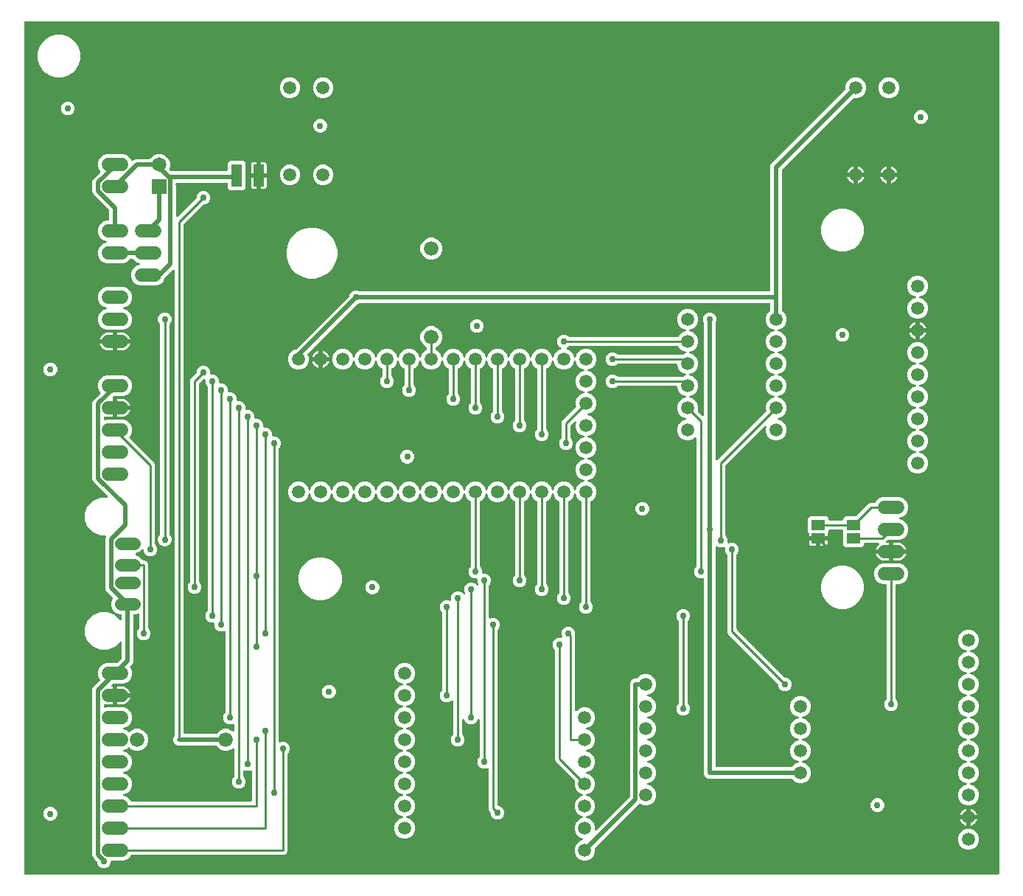
<source format=gbr>
G04 EAGLE Gerber RS-274X export*
G75*
%MOMM*%
%FSLAX34Y34*%
%LPD*%
%INTop Copper*%
%IPPOS*%
%AMOC8*
5,1,8,0,0,1.08239X$1,22.5*%
G01*
%ADD10C,1.508000*%
%ADD11C,1.524000*%
%ADD12R,1.651000X1.651000*%
%ADD13C,1.651000*%
%ADD14C,1.676400*%
%ADD15C,1.458000*%
%ADD16R,1.270000X2.540000*%
%ADD17R,1.600200X1.168400*%
%ADD18C,0.508000*%
%ADD19C,0.756400*%
%ADD20C,0.254000*%

G36*
X1128688Y10176D02*
X1128688Y10176D01*
X1128807Y10183D01*
X1128845Y10196D01*
X1128886Y10201D01*
X1128996Y10244D01*
X1129109Y10281D01*
X1129144Y10303D01*
X1129181Y10318D01*
X1129277Y10387D01*
X1129378Y10451D01*
X1129406Y10481D01*
X1129439Y10504D01*
X1129515Y10596D01*
X1129596Y10683D01*
X1129616Y10718D01*
X1129641Y10749D01*
X1129692Y10857D01*
X1129750Y10961D01*
X1129760Y11001D01*
X1129777Y11037D01*
X1129799Y11154D01*
X1129829Y11269D01*
X1129833Y11329D01*
X1129837Y11349D01*
X1129835Y11370D01*
X1129839Y11430D01*
X1129839Y988570D01*
X1129824Y988688D01*
X1129817Y988807D01*
X1129804Y988845D01*
X1129799Y988886D01*
X1129756Y988996D01*
X1129719Y989109D01*
X1129697Y989144D01*
X1129682Y989181D01*
X1129613Y989277D01*
X1129549Y989378D01*
X1129519Y989406D01*
X1129496Y989439D01*
X1129404Y989515D01*
X1129317Y989596D01*
X1129282Y989616D01*
X1129251Y989641D01*
X1129143Y989692D01*
X1129039Y989750D01*
X1128999Y989760D01*
X1128963Y989777D01*
X1128846Y989799D01*
X1128731Y989829D01*
X1128671Y989833D01*
X1128651Y989837D01*
X1128630Y989835D01*
X1128570Y989839D01*
X11430Y989839D01*
X11312Y989824D01*
X11193Y989817D01*
X11155Y989804D01*
X11114Y989799D01*
X11004Y989756D01*
X10891Y989719D01*
X10856Y989697D01*
X10819Y989682D01*
X10723Y989613D01*
X10622Y989549D01*
X10594Y989519D01*
X10561Y989496D01*
X10485Y989404D01*
X10404Y989317D01*
X10384Y989282D01*
X10359Y989251D01*
X10308Y989143D01*
X10250Y989039D01*
X10240Y988999D01*
X10223Y988963D01*
X10201Y988846D01*
X10171Y988731D01*
X10167Y988671D01*
X10163Y988651D01*
X10165Y988630D01*
X10161Y988570D01*
X10161Y11430D01*
X10176Y11312D01*
X10183Y11193D01*
X10196Y11155D01*
X10201Y11114D01*
X10244Y11004D01*
X10281Y10891D01*
X10303Y10856D01*
X10318Y10819D01*
X10387Y10723D01*
X10451Y10622D01*
X10481Y10594D01*
X10504Y10561D01*
X10596Y10485D01*
X10683Y10404D01*
X10718Y10384D01*
X10749Y10359D01*
X10857Y10308D01*
X10961Y10250D01*
X11001Y10240D01*
X11037Y10223D01*
X11154Y10201D01*
X11269Y10171D01*
X11329Y10167D01*
X11349Y10163D01*
X11370Y10165D01*
X11430Y10161D01*
X1128570Y10161D01*
X1128688Y10176D01*
G37*
%LPC*%
G36*
X100039Y17553D02*
X100039Y17553D01*
X97155Y18748D01*
X94948Y20955D01*
X93753Y23839D01*
X93753Y24637D01*
X93741Y24735D01*
X93738Y24834D01*
X93721Y24892D01*
X93713Y24952D01*
X93677Y25044D01*
X93649Y25140D01*
X93619Y25192D01*
X93596Y25248D01*
X93538Y25328D01*
X93488Y25413D01*
X93422Y25489D01*
X93410Y25505D01*
X93400Y25513D01*
X93382Y25534D01*
X91433Y27483D01*
X89397Y29519D01*
X88391Y31947D01*
X88391Y223310D01*
X89397Y225737D01*
X96660Y233000D01*
X96733Y233095D01*
X96812Y233184D01*
X96830Y233220D01*
X96855Y233252D01*
X96902Y233361D01*
X96956Y233467D01*
X96965Y233507D01*
X96981Y233544D01*
X97000Y233661D01*
X97026Y233778D01*
X97025Y233818D01*
X97031Y233858D01*
X97020Y233977D01*
X97016Y234095D01*
X97005Y234134D01*
X97001Y234174D01*
X96961Y234287D01*
X96928Y234401D01*
X96907Y234436D01*
X96894Y234474D01*
X96827Y234572D01*
X96802Y234614D01*
X94995Y238976D01*
X94995Y243624D01*
X96774Y247919D01*
X100061Y251206D01*
X104356Y252985D01*
X116118Y252985D01*
X116217Y252997D01*
X116316Y253000D01*
X116374Y253017D01*
X116434Y253025D01*
X116526Y253061D01*
X116621Y253089D01*
X116673Y253119D01*
X116730Y253142D01*
X116810Y253200D01*
X116895Y253250D01*
X116971Y253316D01*
X116987Y253328D01*
X116995Y253338D01*
X117016Y253356D01*
X121724Y258064D01*
X121784Y258142D01*
X121852Y258214D01*
X121881Y258267D01*
X121918Y258315D01*
X121958Y258406D01*
X122006Y258493D01*
X122021Y258551D01*
X122045Y258607D01*
X122060Y258705D01*
X122085Y258801D01*
X122091Y258901D01*
X122095Y258921D01*
X122093Y258934D01*
X122095Y258962D01*
X122095Y276698D01*
X122078Y276836D01*
X122065Y276974D01*
X122058Y276994D01*
X122055Y277014D01*
X122004Y277143D01*
X121957Y277274D01*
X121946Y277291D01*
X121938Y277309D01*
X121857Y277422D01*
X121779Y277537D01*
X121763Y277550D01*
X121752Y277567D01*
X121644Y277656D01*
X121540Y277747D01*
X121522Y277757D01*
X121507Y277770D01*
X121381Y277829D01*
X121257Y277892D01*
X121237Y277896D01*
X121219Y277905D01*
X121083Y277931D01*
X120947Y277962D01*
X120926Y277961D01*
X120907Y277965D01*
X120768Y277956D01*
X120629Y277952D01*
X120609Y277946D01*
X120589Y277945D01*
X120457Y277902D01*
X120323Y277864D01*
X120306Y277853D01*
X120287Y277847D01*
X120169Y277772D01*
X120049Y277702D01*
X120028Y277683D01*
X120018Y277677D01*
X120004Y277662D01*
X119929Y277596D01*
X113870Y271537D01*
X105909Y268239D01*
X97291Y268239D01*
X89330Y271537D01*
X83237Y277630D01*
X79939Y285591D01*
X79939Y294209D01*
X83237Y302170D01*
X89330Y308263D01*
X97291Y311561D01*
X105909Y311561D01*
X113870Y308263D01*
X119929Y302204D01*
X120038Y302119D01*
X120145Y302030D01*
X120164Y302022D01*
X120180Y302009D01*
X120308Y301954D01*
X120433Y301895D01*
X120453Y301891D01*
X120472Y301883D01*
X120610Y301861D01*
X120746Y301835D01*
X120766Y301836D01*
X120786Y301833D01*
X120925Y301846D01*
X121063Y301855D01*
X121082Y301861D01*
X121102Y301863D01*
X121234Y301910D01*
X121365Y301953D01*
X121383Y301964D01*
X121402Y301971D01*
X121517Y302049D01*
X121634Y302123D01*
X121648Y302138D01*
X121665Y302149D01*
X121757Y302254D01*
X121852Y302355D01*
X121862Y302372D01*
X121875Y302388D01*
X121939Y302512D01*
X122006Y302633D01*
X122011Y302653D01*
X122020Y302671D01*
X122050Y302807D01*
X122085Y302941D01*
X122087Y302969D01*
X122090Y302981D01*
X122089Y303002D01*
X122095Y303102D01*
X122095Y307976D01*
X122080Y308094D01*
X122073Y308213D01*
X122060Y308251D01*
X122055Y308292D01*
X122012Y308402D01*
X121975Y308515D01*
X121953Y308550D01*
X121938Y308587D01*
X121869Y308683D01*
X121805Y308784D01*
X121775Y308812D01*
X121752Y308845D01*
X121660Y308921D01*
X121573Y309002D01*
X121538Y309022D01*
X121507Y309047D01*
X121399Y309098D01*
X121295Y309156D01*
X121255Y309166D01*
X121219Y309183D01*
X121102Y309205D01*
X120987Y309235D01*
X120927Y309239D01*
X120907Y309243D01*
X120886Y309241D01*
X120826Y309245D01*
X119151Y309245D01*
X114978Y310974D01*
X111784Y314168D01*
X110055Y318341D01*
X110055Y322859D01*
X111794Y327057D01*
X111802Y327085D01*
X111816Y327112D01*
X111844Y327239D01*
X111878Y327364D01*
X111879Y327393D01*
X111885Y327422D01*
X111881Y327552D01*
X111883Y327682D01*
X111876Y327711D01*
X111876Y327740D01*
X111840Y327865D01*
X111809Y327991D01*
X111795Y328017D01*
X111787Y328046D01*
X111721Y328157D01*
X111660Y328272D01*
X111641Y328294D01*
X111626Y328319D01*
X111519Y328440D01*
X104457Y335503D01*
X103451Y337930D01*
X103451Y396846D01*
X103881Y397884D01*
X103895Y397932D01*
X103916Y397977D01*
X103936Y398085D01*
X103965Y398191D01*
X103966Y398241D01*
X103976Y398290D01*
X103969Y398399D01*
X103970Y398509D01*
X103959Y398557D01*
X103956Y398607D01*
X103922Y398711D01*
X103896Y398818D01*
X103873Y398862D01*
X103858Y398909D01*
X103799Y399002D01*
X103748Y399099D01*
X103714Y399136D01*
X103688Y399178D01*
X103608Y399253D01*
X103534Y399335D01*
X103492Y399362D01*
X103456Y399396D01*
X103360Y399449D01*
X103268Y399509D01*
X103221Y399526D01*
X103177Y399550D01*
X103071Y399577D01*
X102967Y399613D01*
X102918Y399617D01*
X102870Y399629D01*
X102709Y399639D01*
X97291Y399639D01*
X89330Y402937D01*
X83237Y409030D01*
X79939Y416991D01*
X79939Y425609D01*
X83237Y433570D01*
X89330Y439663D01*
X97291Y442961D01*
X104691Y442961D01*
X104828Y442978D01*
X104967Y442991D01*
X104986Y442998D01*
X105006Y443001D01*
X105135Y443052D01*
X105266Y443099D01*
X105283Y443110D01*
X105302Y443118D01*
X105414Y443199D01*
X105530Y443277D01*
X105543Y443293D01*
X105559Y443304D01*
X105648Y443412D01*
X105740Y443516D01*
X105749Y443534D01*
X105762Y443549D01*
X105821Y443675D01*
X105885Y443799D01*
X105889Y443819D01*
X105898Y443837D01*
X105924Y443973D01*
X105954Y444109D01*
X105954Y444130D01*
X105958Y444149D01*
X105949Y444288D01*
X105945Y444427D01*
X105939Y444447D01*
X105938Y444467D01*
X105895Y444599D01*
X105856Y444733D01*
X105846Y444750D01*
X105840Y444769D01*
X105765Y444887D01*
X105695Y445007D01*
X105676Y445028D01*
X105670Y445038D01*
X105657Y445050D01*
X105655Y445052D01*
X105650Y445057D01*
X105588Y445127D01*
X91433Y459283D01*
X89397Y461319D01*
X88391Y463747D01*
X88391Y552253D01*
X89397Y554681D01*
X91433Y556717D01*
X97288Y562572D01*
X97361Y562666D01*
X97440Y562756D01*
X97458Y562792D01*
X97483Y562824D01*
X97530Y562933D01*
X97584Y563039D01*
X97593Y563078D01*
X97609Y563115D01*
X97628Y563233D01*
X97654Y563349D01*
X97653Y563389D01*
X97659Y563429D01*
X97648Y563548D01*
X97644Y563667D01*
X97633Y563706D01*
X97629Y563746D01*
X97589Y563858D01*
X97556Y563972D01*
X97535Y564007D01*
X97522Y564045D01*
X97455Y564144D01*
X97394Y564246D01*
X97355Y564292D01*
X97343Y564308D01*
X97328Y564322D01*
X97288Y564367D01*
X96774Y564881D01*
X94995Y569176D01*
X94995Y573824D01*
X96774Y578119D01*
X100061Y581406D01*
X104356Y583185D01*
X124244Y583185D01*
X128539Y581406D01*
X131826Y578119D01*
X133605Y573824D01*
X133605Y569176D01*
X131826Y564881D01*
X128539Y561594D01*
X124244Y559815D01*
X113738Y559815D01*
X113640Y559803D01*
X113541Y559800D01*
X113482Y559783D01*
X113422Y559775D01*
X113330Y559739D01*
X113235Y559711D01*
X113183Y559681D01*
X113127Y559658D01*
X113047Y559600D01*
X112961Y559550D01*
X112886Y559484D01*
X112869Y559472D01*
X112861Y559462D01*
X112840Y559444D01*
X111824Y558427D01*
X111740Y558318D01*
X111650Y558211D01*
X111642Y558192D01*
X111629Y558176D01*
X111574Y558049D01*
X111515Y557923D01*
X111511Y557903D01*
X111503Y557884D01*
X111481Y557746D01*
X111455Y557610D01*
X111456Y557590D01*
X111453Y557570D01*
X111466Y557431D01*
X111475Y557293D01*
X111481Y557274D01*
X111483Y557254D01*
X111530Y557122D01*
X111573Y556991D01*
X111584Y556973D01*
X111591Y556954D01*
X111669Y556839D01*
X111743Y556722D01*
X111758Y556708D01*
X111761Y556704D01*
X111761Y547370D01*
X111776Y547252D01*
X111783Y547133D01*
X111796Y547095D01*
X111801Y547055D01*
X111844Y546944D01*
X111881Y546831D01*
X111903Y546797D01*
X111918Y546759D01*
X111988Y546663D01*
X112051Y546562D01*
X112081Y546534D01*
X112104Y546502D01*
X112196Y546426D01*
X112283Y546344D01*
X112318Y546325D01*
X112349Y546299D01*
X112457Y546248D01*
X112561Y546191D01*
X112601Y546180D01*
X112637Y546163D01*
X112754Y546141D01*
X112869Y546111D01*
X112930Y546107D01*
X112950Y546103D01*
X112970Y546105D01*
X113030Y546101D01*
X114301Y546101D01*
X114301Y546099D01*
X113030Y546099D01*
X112912Y546084D01*
X112793Y546077D01*
X112755Y546064D01*
X112714Y546059D01*
X112604Y546015D01*
X112491Y545979D01*
X112456Y545957D01*
X112419Y545942D01*
X112323Y545872D01*
X112222Y545809D01*
X112194Y545779D01*
X112161Y545755D01*
X112086Y545664D01*
X112004Y545577D01*
X111984Y545542D01*
X111959Y545510D01*
X111908Y545403D01*
X111850Y545298D01*
X111840Y545259D01*
X111823Y545223D01*
X111801Y545106D01*
X111771Y544991D01*
X111767Y544930D01*
X111763Y544910D01*
X111765Y544890D01*
X111761Y544830D01*
X111761Y535939D01*
X105880Y535939D01*
X104301Y536189D01*
X103262Y536527D01*
X103067Y536564D01*
X102950Y536586D01*
X102950Y536587D01*
X102777Y536576D01*
X102633Y536567D01*
X102632Y536567D01*
X102492Y536521D01*
X102331Y536469D01*
X102330Y536468D01*
X102183Y536376D01*
X102062Y536299D01*
X102062Y536298D01*
X102061Y536298D01*
X101936Y536165D01*
X101844Y536067D01*
X101844Y536066D01*
X101753Y535903D01*
X101690Y535788D01*
X101641Y535596D01*
X101611Y535480D01*
X101611Y535479D01*
X101601Y535320D01*
X101601Y533143D01*
X101607Y533094D01*
X101605Y533044D01*
X101627Y532937D01*
X101641Y532828D01*
X101659Y532781D01*
X101669Y532733D01*
X101717Y532634D01*
X101758Y532532D01*
X101787Y532492D01*
X101809Y532447D01*
X101880Y532363D01*
X101944Y532275D01*
X101983Y532243D01*
X102015Y532205D01*
X102105Y532142D01*
X102189Y532072D01*
X102234Y532051D01*
X102275Y532022D01*
X102378Y531983D01*
X102477Y531936D01*
X102526Y531927D01*
X102572Y531909D01*
X102682Y531897D01*
X102789Y531876D01*
X102839Y531880D01*
X102888Y531874D01*
X102997Y531889D01*
X103107Y531896D01*
X103154Y531912D01*
X103203Y531918D01*
X103356Y531971D01*
X104356Y532385D01*
X124244Y532385D01*
X128539Y530606D01*
X131826Y527319D01*
X133605Y523024D01*
X133605Y518376D01*
X131826Y514081D01*
X131042Y513297D01*
X130969Y513204D01*
X130890Y513114D01*
X130872Y513078D01*
X130847Y513046D01*
X130800Y512937D01*
X130746Y512831D01*
X130737Y512791D01*
X130721Y512754D01*
X130702Y512637D01*
X130676Y512521D01*
X130677Y512480D01*
X130671Y512440D01*
X130682Y512322D01*
X130686Y512203D01*
X130697Y512164D01*
X130701Y512124D01*
X130741Y512011D01*
X130774Y511897D01*
X130795Y511862D01*
X130808Y511824D01*
X130875Y511726D01*
X130936Y511623D01*
X130976Y511578D01*
X130987Y511561D01*
X131002Y511548D01*
X131042Y511502D01*
X157783Y484761D01*
X159463Y483082D01*
X160275Y481121D01*
X160275Y389828D01*
X160287Y389730D01*
X160290Y389631D01*
X160307Y389573D01*
X160315Y389512D01*
X160351Y389420D01*
X160379Y389325D01*
X160409Y389273D01*
X160432Y389217D01*
X160490Y389137D01*
X160540Y389051D01*
X160606Y388976D01*
X160618Y388959D01*
X160628Y388952D01*
X160646Y388930D01*
X161592Y387985D01*
X162787Y385101D01*
X162787Y381979D01*
X161592Y379095D01*
X159385Y376888D01*
X156501Y375693D01*
X153379Y375693D01*
X150495Y376888D01*
X148288Y379095D01*
X147093Y381979D01*
X147093Y382581D01*
X147076Y382718D01*
X147063Y382857D01*
X147056Y382877D01*
X147053Y382897D01*
X147002Y383025D01*
X146955Y383157D01*
X146944Y383173D01*
X146936Y383192D01*
X146855Y383305D01*
X146777Y383420D01*
X146761Y383433D01*
X146750Y383450D01*
X146642Y383538D01*
X146538Y383630D01*
X146520Y383639D01*
X146505Y383652D01*
X146379Y383712D01*
X146255Y383775D01*
X146235Y383779D01*
X146217Y383788D01*
X146081Y383814D01*
X145945Y383845D01*
X145924Y383844D01*
X145905Y383848D01*
X145766Y383839D01*
X145627Y383835D01*
X145607Y383829D01*
X145587Y383828D01*
X145455Y383785D01*
X145321Y383746D01*
X145304Y383736D01*
X145285Y383730D01*
X145167Y383655D01*
X145047Y383585D01*
X145026Y383566D01*
X145016Y383560D01*
X145002Y383545D01*
X144927Y383479D01*
X142422Y380974D01*
X138315Y379273D01*
X138194Y379204D01*
X138071Y379139D01*
X138056Y379125D01*
X138038Y379115D01*
X137938Y379018D01*
X137836Y378925D01*
X137825Y378908D01*
X137810Y378894D01*
X137737Y378775D01*
X137661Y378659D01*
X137654Y378640D01*
X137644Y378623D01*
X137603Y378490D01*
X137558Y378358D01*
X137556Y378338D01*
X137550Y378319D01*
X137543Y378180D01*
X137532Y378041D01*
X137536Y378021D01*
X137535Y378001D01*
X137563Y377865D01*
X137587Y377728D01*
X137595Y377709D01*
X137599Y377690D01*
X137661Y377564D01*
X137717Y377438D01*
X137730Y377422D01*
X137739Y377404D01*
X137829Y377298D01*
X137916Y377190D01*
X137932Y377177D01*
X137945Y377162D01*
X138059Y377082D01*
X138170Y376998D01*
X138195Y376986D01*
X138205Y376979D01*
X138225Y376972D01*
X138315Y376927D01*
X142422Y375226D01*
X145616Y372032D01*
X145680Y371878D01*
X145694Y371853D01*
X145703Y371825D01*
X145773Y371715D01*
X145837Y371602D01*
X145858Y371581D01*
X145874Y371556D01*
X145968Y371467D01*
X146059Y371374D01*
X146084Y371358D01*
X146105Y371338D01*
X146219Y371275D01*
X146330Y371207D01*
X146358Y371199D01*
X146384Y371184D01*
X146509Y371152D01*
X146634Y371114D01*
X146663Y371112D01*
X146692Y371105D01*
X146852Y371095D01*
X148381Y371095D01*
X150342Y370283D01*
X151843Y368782D01*
X152655Y366821D01*
X152655Y293308D01*
X152667Y293210D01*
X152670Y293111D01*
X152687Y293053D01*
X152695Y292992D01*
X152731Y292900D01*
X152759Y292805D01*
X152789Y292753D01*
X152812Y292697D01*
X152870Y292617D01*
X152920Y292531D01*
X152986Y292456D01*
X152998Y292439D01*
X153008Y292432D01*
X153026Y292410D01*
X153972Y291465D01*
X155167Y288581D01*
X155167Y285459D01*
X153972Y282575D01*
X151765Y280368D01*
X148881Y279173D01*
X145759Y279173D01*
X142875Y280368D01*
X140668Y282575D01*
X139473Y285459D01*
X139473Y288581D01*
X140668Y291465D01*
X141614Y292410D01*
X141674Y292489D01*
X141742Y292561D01*
X141771Y292614D01*
X141808Y292662D01*
X141848Y292753D01*
X141896Y292839D01*
X141911Y292898D01*
X141935Y292954D01*
X141950Y293052D01*
X141975Y293147D01*
X141981Y293247D01*
X141985Y293268D01*
X141983Y293280D01*
X141985Y293308D01*
X141985Y308893D01*
X141979Y308943D01*
X141981Y308992D01*
X141959Y309100D01*
X141945Y309209D01*
X141927Y309255D01*
X141917Y309304D01*
X141869Y309403D01*
X141828Y309505D01*
X141799Y309545D01*
X141777Y309590D01*
X141706Y309673D01*
X141642Y309762D01*
X141603Y309794D01*
X141571Y309832D01*
X141481Y309895D01*
X141397Y309965D01*
X141352Y309986D01*
X141311Y310015D01*
X141208Y310054D01*
X141109Y310100D01*
X141060Y310110D01*
X141014Y310127D01*
X140904Y310140D01*
X140797Y310160D01*
X140747Y310157D01*
X140698Y310163D01*
X140589Y310147D01*
X140479Y310140D01*
X140432Y310125D01*
X140383Y310118D01*
X140230Y310066D01*
X138249Y309245D01*
X136574Y309245D01*
X136456Y309230D01*
X136337Y309223D01*
X136299Y309210D01*
X136258Y309205D01*
X136148Y309162D01*
X136035Y309125D01*
X136000Y309103D01*
X135963Y309088D01*
X135867Y309019D01*
X135766Y308955D01*
X135738Y308925D01*
X135705Y308902D01*
X135629Y308810D01*
X135548Y308723D01*
X135528Y308688D01*
X135503Y308657D01*
X135452Y308549D01*
X135394Y308445D01*
X135384Y308405D01*
X135367Y308369D01*
X135345Y308252D01*
X135315Y308137D01*
X135311Y308077D01*
X135307Y308057D01*
X135309Y308036D01*
X135305Y307976D01*
X135305Y254386D01*
X134299Y251959D01*
X132263Y249922D01*
X131940Y249600D01*
X131867Y249505D01*
X131788Y249416D01*
X131770Y249380D01*
X131745Y249348D01*
X131698Y249239D01*
X131644Y249133D01*
X131635Y249093D01*
X131619Y249057D01*
X131600Y248939D01*
X131574Y248822D01*
X131575Y248782D01*
X131569Y248742D01*
X131580Y248624D01*
X131584Y248505D01*
X131595Y248466D01*
X131599Y248426D01*
X131639Y248314D01*
X131672Y248199D01*
X131693Y248165D01*
X131706Y248127D01*
X131773Y248028D01*
X131798Y247986D01*
X133605Y243624D01*
X133605Y238976D01*
X131826Y234681D01*
X128539Y231394D01*
X124244Y229615D01*
X112482Y229615D01*
X112383Y229603D01*
X112284Y229600D01*
X112226Y229583D01*
X112166Y229575D01*
X112074Y229539D01*
X111979Y229511D01*
X111926Y229481D01*
X111870Y229458D01*
X111790Y229400D01*
X111705Y229350D01*
X111630Y229284D01*
X111613Y229272D01*
X111605Y229262D01*
X111584Y229244D01*
X110568Y228227D01*
X110483Y228118D01*
X110394Y228011D01*
X110385Y227992D01*
X110373Y227976D01*
X110318Y227849D01*
X110259Y227723D01*
X110255Y227703D01*
X110247Y227684D01*
X110225Y227546D01*
X110199Y227410D01*
X110200Y227390D01*
X110197Y227370D01*
X110210Y227231D01*
X110219Y227093D01*
X110225Y227074D01*
X110227Y227054D01*
X110274Y226922D01*
X110317Y226791D01*
X110327Y226773D01*
X110334Y226754D01*
X110412Y226639D01*
X110487Y226522D01*
X110501Y226508D01*
X110513Y226491D01*
X110617Y226399D01*
X110718Y226304D01*
X110736Y226294D01*
X110751Y226281D01*
X110875Y226218D01*
X110997Y226150D01*
X111016Y226145D01*
X111034Y226136D01*
X111170Y226106D01*
X111305Y226071D01*
X111333Y226069D01*
X111345Y226066D01*
X111365Y226067D01*
X111465Y226061D01*
X111761Y226061D01*
X111761Y217170D01*
X111776Y217052D01*
X111783Y216933D01*
X111796Y216895D01*
X111801Y216855D01*
X111844Y216744D01*
X111881Y216631D01*
X111903Y216597D01*
X111918Y216559D01*
X111988Y216463D01*
X112051Y216362D01*
X112081Y216334D01*
X112104Y216302D01*
X112196Y216226D01*
X112283Y216144D01*
X112318Y216125D01*
X112349Y216099D01*
X112457Y216048D01*
X112561Y215991D01*
X112601Y215980D01*
X112637Y215963D01*
X112754Y215941D01*
X112869Y215911D01*
X112930Y215907D01*
X112950Y215903D01*
X112970Y215905D01*
X113030Y215901D01*
X114301Y215901D01*
X114301Y215899D01*
X113030Y215899D01*
X112912Y215884D01*
X112793Y215877D01*
X112755Y215864D01*
X112714Y215859D01*
X112604Y215815D01*
X112491Y215779D01*
X112456Y215757D01*
X112419Y215742D01*
X112323Y215672D01*
X112222Y215609D01*
X112194Y215579D01*
X112161Y215555D01*
X112086Y215464D01*
X112004Y215377D01*
X111984Y215342D01*
X111959Y215310D01*
X111908Y215203D01*
X111850Y215098D01*
X111840Y215059D01*
X111823Y215023D01*
X111801Y214906D01*
X111771Y214791D01*
X111767Y214730D01*
X111763Y214710D01*
X111765Y214690D01*
X111761Y214630D01*
X111761Y205739D01*
X105880Y205739D01*
X104301Y205989D01*
X103262Y206327D01*
X103067Y206364D01*
X102950Y206386D01*
X102950Y206387D01*
X102777Y206376D01*
X102633Y206367D01*
X102632Y206367D01*
X102492Y206321D01*
X102331Y206269D01*
X102330Y206268D01*
X102180Y206173D01*
X102062Y206099D01*
X102062Y206098D01*
X102061Y206098D01*
X101934Y205963D01*
X101844Y205867D01*
X101844Y205866D01*
X101755Y205706D01*
X101690Y205588D01*
X101641Y205396D01*
X101611Y205280D01*
X101611Y205279D01*
X101601Y205120D01*
X101601Y202943D01*
X101607Y202894D01*
X101605Y202844D01*
X101627Y202737D01*
X101641Y202628D01*
X101659Y202581D01*
X101669Y202533D01*
X101717Y202434D01*
X101758Y202332D01*
X101787Y202292D01*
X101809Y202247D01*
X101880Y202163D01*
X101944Y202075D01*
X101983Y202043D01*
X102015Y202005D01*
X102105Y201942D01*
X102189Y201872D01*
X102234Y201851D01*
X102275Y201822D01*
X102378Y201783D01*
X102477Y201736D01*
X102526Y201727D01*
X102572Y201709D01*
X102682Y201697D01*
X102789Y201676D01*
X102839Y201680D01*
X102888Y201674D01*
X102997Y201689D01*
X103107Y201696D01*
X103154Y201711D01*
X103203Y201718D01*
X103356Y201770D01*
X104356Y202185D01*
X124244Y202185D01*
X128539Y200406D01*
X131826Y197119D01*
X133605Y192824D01*
X133605Y188176D01*
X131826Y183881D01*
X128539Y180594D01*
X124624Y178973D01*
X124504Y178904D01*
X124380Y178839D01*
X124366Y178825D01*
X124348Y178815D01*
X124248Y178718D01*
X124145Y178625D01*
X124134Y178608D01*
X124119Y178594D01*
X124047Y178476D01*
X123970Y178359D01*
X123964Y178340D01*
X123953Y178323D01*
X123912Y178190D01*
X123867Y178058D01*
X123866Y178038D01*
X123860Y178019D01*
X123853Y177880D01*
X123842Y177741D01*
X123845Y177721D01*
X123844Y177701D01*
X123873Y177565D01*
X123896Y177428D01*
X123905Y177410D01*
X123909Y177390D01*
X123970Y177264D01*
X124027Y177138D01*
X124040Y177122D01*
X124048Y177104D01*
X124139Y176998D01*
X124226Y176890D01*
X124242Y176877D01*
X124255Y176862D01*
X124369Y176782D01*
X124480Y176698D01*
X124505Y176686D01*
X124515Y176679D01*
X124534Y176672D01*
X124624Y176627D01*
X128539Y175006D01*
X129374Y174171D01*
X129468Y174098D01*
X129557Y174019D01*
X129593Y174001D01*
X129625Y173976D01*
X129734Y173929D01*
X129840Y173875D01*
X129880Y173866D01*
X129917Y173850D01*
X130035Y173831D01*
X130151Y173805D01*
X130191Y173806D01*
X130231Y173800D01*
X130350Y173811D01*
X130468Y173815D01*
X130507Y173826D01*
X130548Y173830D01*
X130660Y173870D01*
X130774Y173903D01*
X130809Y173924D01*
X130847Y173937D01*
X130945Y174004D01*
X131048Y174065D01*
X131093Y174104D01*
X131110Y174116D01*
X131123Y174131D01*
X131169Y174171D01*
X132650Y175652D01*
X137224Y177547D01*
X142176Y177547D01*
X146750Y175652D01*
X150252Y172150D01*
X152147Y167576D01*
X152147Y162624D01*
X150252Y158050D01*
X146750Y154548D01*
X142176Y152653D01*
X137224Y152653D01*
X132650Y154548D01*
X131169Y156029D01*
X131075Y156102D01*
X130985Y156181D01*
X130949Y156199D01*
X130917Y156224D01*
X130808Y156271D01*
X130702Y156325D01*
X130663Y156334D01*
X130626Y156350D01*
X130508Y156369D01*
X130392Y156395D01*
X130352Y156394D01*
X130311Y156400D01*
X130193Y156389D01*
X130074Y156385D01*
X130035Y156374D01*
X129995Y156370D01*
X129883Y156330D01*
X129768Y156297D01*
X129734Y156276D01*
X129696Y156263D01*
X129597Y156196D01*
X129495Y156135D01*
X129449Y156096D01*
X129432Y156084D01*
X129419Y156069D01*
X129374Y156029D01*
X128539Y155194D01*
X124624Y153573D01*
X124503Y153504D01*
X124381Y153439D01*
X124366Y153425D01*
X124348Y153415D01*
X124248Y153318D01*
X124145Y153225D01*
X124134Y153208D01*
X124119Y153194D01*
X124047Y153075D01*
X123970Y152959D01*
X123964Y152940D01*
X123953Y152923D01*
X123912Y152790D01*
X123867Y152658D01*
X123866Y152638D01*
X123860Y152619D01*
X123853Y152480D01*
X123842Y152341D01*
X123845Y152321D01*
X123845Y152301D01*
X123873Y152165D01*
X123896Y152028D01*
X123905Y152009D01*
X123909Y151990D01*
X123970Y151864D01*
X124027Y151738D01*
X124040Y151722D01*
X124049Y151704D01*
X124139Y151598D01*
X124226Y151490D01*
X124242Y151477D01*
X124255Y151462D01*
X124369Y151382D01*
X124480Y151298D01*
X124505Y151286D01*
X124515Y151279D01*
X124534Y151272D01*
X124624Y151227D01*
X128539Y149606D01*
X131826Y146319D01*
X133605Y142024D01*
X133605Y137376D01*
X131826Y133081D01*
X128539Y129794D01*
X124624Y128173D01*
X124503Y128104D01*
X124381Y128039D01*
X124366Y128025D01*
X124348Y128015D01*
X124248Y127918D01*
X124145Y127825D01*
X124134Y127808D01*
X124119Y127794D01*
X124047Y127675D01*
X123970Y127559D01*
X123964Y127540D01*
X123953Y127523D01*
X123912Y127390D01*
X123867Y127258D01*
X123866Y127238D01*
X123860Y127219D01*
X123853Y127080D01*
X123842Y126941D01*
X123845Y126921D01*
X123845Y126901D01*
X123873Y126765D01*
X123896Y126628D01*
X123905Y126609D01*
X123909Y126590D01*
X123970Y126464D01*
X124027Y126338D01*
X124040Y126322D01*
X124049Y126304D01*
X124139Y126198D01*
X124226Y126090D01*
X124242Y126077D01*
X124255Y126062D01*
X124369Y125982D01*
X124480Y125898D01*
X124505Y125886D01*
X124515Y125879D01*
X124534Y125872D01*
X124624Y125827D01*
X128539Y124206D01*
X131826Y120919D01*
X133605Y116624D01*
X133605Y111976D01*
X131826Y107681D01*
X128539Y104394D01*
X124624Y102773D01*
X124503Y102704D01*
X124381Y102639D01*
X124366Y102625D01*
X124348Y102615D01*
X124248Y102518D01*
X124145Y102425D01*
X124134Y102408D01*
X124119Y102394D01*
X124047Y102275D01*
X123970Y102159D01*
X123964Y102140D01*
X123953Y102123D01*
X123912Y101990D01*
X123867Y101858D01*
X123866Y101838D01*
X123860Y101819D01*
X123853Y101680D01*
X123842Y101541D01*
X123845Y101521D01*
X123845Y101501D01*
X123873Y101365D01*
X123896Y101228D01*
X123905Y101209D01*
X123909Y101190D01*
X123970Y101064D01*
X124027Y100938D01*
X124040Y100922D01*
X124049Y100904D01*
X124139Y100798D01*
X124226Y100690D01*
X124242Y100677D01*
X124255Y100662D01*
X124369Y100582D01*
X124480Y100498D01*
X124505Y100486D01*
X124515Y100479D01*
X124534Y100472D01*
X124624Y100427D01*
X128539Y98806D01*
X131826Y95519D01*
X132033Y95018D01*
X132048Y94993D01*
X132057Y94965D01*
X132126Y94855D01*
X132191Y94742D01*
X132211Y94721D01*
X132227Y94696D01*
X132322Y94607D01*
X132412Y94514D01*
X132437Y94498D01*
X132459Y94478D01*
X132573Y94415D01*
X132683Y94347D01*
X132711Y94339D01*
X132737Y94324D01*
X132863Y94292D01*
X132987Y94254D01*
X133017Y94252D01*
X133045Y94245D01*
X133206Y94235D01*
X270256Y94235D01*
X270374Y94250D01*
X270493Y94257D01*
X270531Y94270D01*
X270572Y94275D01*
X270682Y94318D01*
X270795Y94355D01*
X270830Y94377D01*
X270867Y94392D01*
X270963Y94461D01*
X271064Y94525D01*
X271092Y94555D01*
X271125Y94578D01*
X271201Y94670D01*
X271282Y94757D01*
X271302Y94792D01*
X271327Y94823D01*
X271378Y94931D01*
X271436Y95035D01*
X271446Y95075D01*
X271463Y95111D01*
X271485Y95228D01*
X271515Y95343D01*
X271519Y95403D01*
X271523Y95423D01*
X271521Y95444D01*
X271525Y95504D01*
X271525Y128766D01*
X271519Y128815D01*
X271521Y128865D01*
X271499Y128972D01*
X271485Y129081D01*
X271467Y129128D01*
X271457Y129176D01*
X271409Y129275D01*
X271368Y129377D01*
X271339Y129417D01*
X271317Y129462D01*
X271246Y129545D01*
X271182Y129634D01*
X271143Y129666D01*
X271111Y129704D01*
X271021Y129767D01*
X270937Y129837D01*
X270892Y129858D01*
X270851Y129887D01*
X270748Y129926D01*
X270649Y129973D01*
X270600Y129982D01*
X270554Y130000D01*
X270444Y130012D01*
X270337Y130033D01*
X270287Y130029D01*
X270238Y130035D01*
X270129Y130020D01*
X270019Y130013D01*
X269972Y129998D01*
X269923Y129991D01*
X269770Y129939D01*
X268261Y129313D01*
X265139Y129313D01*
X263630Y129939D01*
X263582Y129952D01*
X263537Y129973D01*
X263429Y129993D01*
X263323Y130022D01*
X263273Y130023D01*
X263224Y130033D01*
X263115Y130026D01*
X263005Y130028D01*
X262957Y130016D01*
X262907Y130013D01*
X262803Y129979D01*
X262696Y129953D01*
X262652Y129930D01*
X262605Y129915D01*
X262512Y129856D01*
X262415Y129805D01*
X262378Y129771D01*
X262336Y129745D01*
X262261Y129665D01*
X262179Y129591D01*
X262152Y129549D01*
X262118Y129513D01*
X262065Y129417D01*
X262005Y129325D01*
X261988Y129278D01*
X261964Y129235D01*
X261937Y129128D01*
X261901Y129024D01*
X261897Y128975D01*
X261885Y128927D01*
X261875Y128766D01*
X261875Y123128D01*
X261887Y123030D01*
X261890Y122931D01*
X261901Y122895D01*
X261901Y122887D01*
X261908Y122866D01*
X261915Y122812D01*
X261951Y122720D01*
X261979Y122625D01*
X261995Y122598D01*
X261999Y122585D01*
X262014Y122561D01*
X262032Y122517D01*
X262090Y122437D01*
X262140Y122351D01*
X262164Y122324D01*
X262169Y122316D01*
X262181Y122304D01*
X262206Y122276D01*
X262218Y122259D01*
X262228Y122252D01*
X262246Y122230D01*
X263192Y121285D01*
X264387Y118401D01*
X264387Y115279D01*
X263192Y112395D01*
X260985Y110188D01*
X258101Y108993D01*
X254979Y108993D01*
X252095Y110188D01*
X249888Y112395D01*
X248693Y115279D01*
X248693Y118401D01*
X249888Y121285D01*
X250834Y122230D01*
X250894Y122309D01*
X250962Y122381D01*
X250983Y122419D01*
X251003Y122443D01*
X251011Y122459D01*
X251028Y122482D01*
X251068Y122573D01*
X251116Y122659D01*
X251128Y122709D01*
X251139Y122731D01*
X251141Y122742D01*
X251155Y122774D01*
X251170Y122872D01*
X251195Y122967D01*
X251201Y123067D01*
X251205Y123088D01*
X251203Y123100D01*
X251205Y123128D01*
X251205Y154339D01*
X251188Y154477D01*
X251175Y154615D01*
X251168Y154634D01*
X251165Y154654D01*
X251114Y154783D01*
X251067Y154914D01*
X251056Y154931D01*
X251048Y154950D01*
X250967Y155062D01*
X250889Y155177D01*
X250873Y155191D01*
X250862Y155207D01*
X250754Y155296D01*
X250650Y155388D01*
X250632Y155397D01*
X250617Y155410D01*
X250491Y155469D01*
X250367Y155533D01*
X250347Y155537D01*
X250329Y155546D01*
X250192Y155572D01*
X250057Y155602D01*
X250036Y155602D01*
X250017Y155605D01*
X249878Y155597D01*
X249739Y155593D01*
X249719Y155587D01*
X249699Y155586D01*
X249567Y155543D01*
X249433Y155504D01*
X249416Y155494D01*
X249397Y155488D01*
X249279Y155413D01*
X249159Y155343D01*
X249138Y155324D01*
X249128Y155317D01*
X249114Y155302D01*
X249039Y155236D01*
X248351Y154548D01*
X243776Y152653D01*
X238824Y152653D01*
X234250Y154548D01*
X230674Y158124D01*
X230596Y158184D01*
X230524Y158252D01*
X230471Y158281D01*
X230423Y158318D01*
X230332Y158358D01*
X230245Y158406D01*
X230187Y158421D01*
X230131Y158445D01*
X230033Y158460D01*
X229937Y158485D01*
X229837Y158491D01*
X229817Y158495D01*
X229805Y158493D01*
X229777Y158495D01*
X186646Y158495D01*
X184219Y159501D01*
X182361Y161359D01*
X181355Y163786D01*
X181355Y166414D01*
X182376Y168878D01*
X182382Y168884D01*
X182411Y168937D01*
X182448Y168985D01*
X182488Y169076D01*
X182536Y169163D01*
X182551Y169221D01*
X182575Y169277D01*
X182590Y169375D01*
X182615Y169471D01*
X182621Y169571D01*
X182625Y169591D01*
X182623Y169604D01*
X182625Y169632D01*
X182625Y703621D01*
X182608Y703758D01*
X182595Y703897D01*
X182588Y703916D01*
X182585Y703936D01*
X182534Y704065D01*
X182487Y704196D01*
X182476Y704213D01*
X182468Y704232D01*
X182387Y704344D01*
X182309Y704459D01*
X182293Y704473D01*
X182282Y704489D01*
X182174Y704578D01*
X182070Y704670D01*
X182052Y704679D01*
X182037Y704692D01*
X181911Y704751D01*
X181787Y704814D01*
X181767Y704819D01*
X181749Y704827D01*
X181613Y704854D01*
X181477Y704884D01*
X181456Y704883D01*
X181437Y704887D01*
X181298Y704879D01*
X181159Y704874D01*
X181139Y704869D01*
X181119Y704867D01*
X180987Y704825D01*
X180853Y704786D01*
X180836Y704776D01*
X180817Y704769D01*
X180699Y704695D01*
X180579Y704624D01*
X180558Y704606D01*
X180548Y704599D01*
X180534Y704584D01*
X180459Y704518D01*
X171592Y695652D01*
X171587Y695644D01*
X171579Y695639D01*
X171489Y695519D01*
X171397Y695401D01*
X171394Y695392D01*
X171388Y695385D01*
X171317Y695240D01*
X169926Y691881D01*
X166639Y688594D01*
X162344Y686815D01*
X142456Y686815D01*
X138161Y688594D01*
X134874Y691881D01*
X133095Y696176D01*
X133095Y700824D01*
X134874Y705119D01*
X138161Y708406D01*
X142076Y710027D01*
X142197Y710096D01*
X142320Y710161D01*
X142335Y710175D01*
X142352Y710185D01*
X142452Y710282D01*
X142555Y710375D01*
X142566Y710392D01*
X142581Y710406D01*
X142653Y710525D01*
X142730Y710641D01*
X142736Y710660D01*
X142747Y710677D01*
X142788Y710810D01*
X142833Y710942D01*
X142834Y710962D01*
X142840Y710981D01*
X142847Y711120D01*
X142858Y711259D01*
X142855Y711279D01*
X142856Y711299D01*
X142827Y711435D01*
X142804Y711572D01*
X142795Y711591D01*
X142791Y711610D01*
X142730Y711736D01*
X142673Y711862D01*
X142660Y711878D01*
X142652Y711896D01*
X142561Y712002D01*
X142474Y712110D01*
X142458Y712123D01*
X142445Y712138D01*
X142331Y712218D01*
X142220Y712302D01*
X142195Y712314D01*
X142185Y712321D01*
X142166Y712328D01*
X142076Y712373D01*
X138161Y713994D01*
X135232Y716924D01*
X135153Y716984D01*
X135081Y717052D01*
X135028Y717081D01*
X134980Y717118D01*
X134890Y717158D01*
X134803Y717206D01*
X134744Y717221D01*
X134689Y717245D01*
X134591Y717260D01*
X134495Y717285D01*
X134395Y717291D01*
X134375Y717295D01*
X134362Y717293D01*
X134334Y717295D01*
X132366Y717295D01*
X132268Y717283D01*
X132169Y717280D01*
X132110Y717263D01*
X132050Y717255D01*
X131958Y717219D01*
X131863Y717191D01*
X131811Y717161D01*
X131755Y717138D01*
X131674Y717080D01*
X131589Y717030D01*
X131514Y716964D01*
X131497Y716952D01*
X131489Y716942D01*
X131468Y716924D01*
X128539Y713994D01*
X124244Y712215D01*
X104356Y712215D01*
X100061Y713994D01*
X96774Y717281D01*
X94995Y721576D01*
X94995Y726224D01*
X96774Y730519D01*
X100061Y733806D01*
X103976Y735427D01*
X104096Y735496D01*
X104219Y735561D01*
X104234Y735575D01*
X104252Y735585D01*
X104352Y735682D01*
X104455Y735775D01*
X104466Y735792D01*
X104480Y735806D01*
X104553Y735924D01*
X104630Y736041D01*
X104636Y736060D01*
X104647Y736077D01*
X104688Y736210D01*
X104733Y736342D01*
X104734Y736362D01*
X104740Y736381D01*
X104747Y736520D01*
X104758Y736659D01*
X104755Y736679D01*
X104755Y736699D01*
X104727Y736835D01*
X104704Y736972D01*
X104695Y736990D01*
X104691Y737010D01*
X104630Y737136D01*
X104573Y737262D01*
X104560Y737278D01*
X104551Y737296D01*
X104461Y737402D01*
X104374Y737510D01*
X104358Y737523D01*
X104345Y737538D01*
X104231Y737618D01*
X104120Y737702D01*
X104095Y737714D01*
X104085Y737721D01*
X104066Y737728D01*
X103976Y737773D01*
X100061Y739394D01*
X96774Y742681D01*
X94995Y746976D01*
X94995Y751624D01*
X96774Y755919D01*
X100061Y759206D01*
X104356Y760985D01*
X106426Y760985D01*
X106544Y761000D01*
X106663Y761007D01*
X106701Y761020D01*
X106742Y761025D01*
X106852Y761068D01*
X106965Y761105D01*
X107000Y761127D01*
X107037Y761142D01*
X107133Y761211D01*
X107234Y761275D01*
X107262Y761305D01*
X107295Y761328D01*
X107371Y761420D01*
X107452Y761507D01*
X107472Y761542D01*
X107497Y761573D01*
X107548Y761681D01*
X107606Y761785D01*
X107616Y761825D01*
X107633Y761861D01*
X107655Y761978D01*
X107685Y762093D01*
X107689Y762153D01*
X107693Y762173D01*
X107691Y762194D01*
X107695Y762254D01*
X107695Y772695D01*
X107683Y772793D01*
X107680Y772892D01*
X107663Y772950D01*
X107655Y773010D01*
X107619Y773102D01*
X107591Y773198D01*
X107561Y773250D01*
X107538Y773306D01*
X107480Y773386D01*
X107430Y773471D01*
X107364Y773547D01*
X107352Y773563D01*
X107342Y773571D01*
X107324Y773592D01*
X89397Y791519D01*
X88391Y793947D01*
X88391Y806253D01*
X89397Y808681D01*
X97288Y816572D01*
X97361Y816666D01*
X97440Y816756D01*
X97458Y816792D01*
X97483Y816824D01*
X97530Y816933D01*
X97584Y817039D01*
X97593Y817078D01*
X97609Y817115D01*
X97628Y817233D01*
X97654Y817349D01*
X97653Y817389D01*
X97659Y817429D01*
X97648Y817548D01*
X97644Y817667D01*
X97633Y817706D01*
X97629Y817746D01*
X97589Y817858D01*
X97556Y817972D01*
X97535Y818007D01*
X97522Y818045D01*
X97455Y818144D01*
X97394Y818246D01*
X97355Y818292D01*
X97343Y818308D01*
X97328Y818322D01*
X97288Y818367D01*
X96774Y818881D01*
X94995Y823176D01*
X94995Y827824D01*
X96774Y832119D01*
X100061Y835406D01*
X104356Y837185D01*
X124244Y837185D01*
X128539Y835406D01*
X131826Y832119D01*
X132608Y830230D01*
X132633Y830187D01*
X132649Y830141D01*
X132711Y830050D01*
X132766Y829954D01*
X132800Y829919D01*
X132828Y829877D01*
X132910Y829805D01*
X132987Y829726D01*
X133029Y829700D01*
X133066Y829667D01*
X133164Y829617D01*
X133258Y829560D01*
X133305Y829545D01*
X133350Y829522D01*
X133457Y829498D01*
X133562Y829466D01*
X133612Y829464D01*
X133660Y829453D01*
X133770Y829456D01*
X133880Y829451D01*
X133928Y829461D01*
X133978Y829462D01*
X134083Y829493D01*
X134191Y829515D01*
X134236Y829537D01*
X134283Y829551D01*
X134378Y829606D01*
X134477Y829655D01*
X134515Y829687D01*
X134557Y829712D01*
X134678Y829819D01*
X135759Y830899D01*
X138186Y831905D01*
X153756Y831905D01*
X153854Y831917D01*
X153953Y831920D01*
X154012Y831937D01*
X154072Y831945D01*
X154164Y831981D01*
X154259Y832009D01*
X154311Y832039D01*
X154367Y832062D01*
X154448Y832120D01*
X154533Y832170D01*
X154608Y832236D01*
X154625Y832248D01*
X154633Y832258D01*
X154654Y832276D01*
X158121Y835744D01*
X162649Y837620D01*
X167551Y837620D01*
X172079Y835744D01*
X175544Y832279D01*
X177420Y827751D01*
X177420Y822849D01*
X176786Y821320D01*
X176778Y821291D01*
X176765Y821265D01*
X176736Y821138D01*
X176702Y821013D01*
X176702Y820984D01*
X176695Y820955D01*
X176699Y820825D01*
X176697Y820695D01*
X176704Y820666D01*
X176705Y820637D01*
X176741Y820512D01*
X176771Y820386D01*
X176785Y820360D01*
X176793Y820331D01*
X176859Y820220D01*
X176920Y820105D01*
X176940Y820083D01*
X176955Y820057D01*
X177061Y819937D01*
X178693Y818305D01*
X178771Y818244D01*
X178843Y818177D01*
X178896Y818147D01*
X178944Y818110D01*
X179035Y818071D01*
X179122Y818023D01*
X179180Y818008D01*
X179236Y817984D01*
X179334Y817968D01*
X179430Y817944D01*
X179530Y817937D01*
X179550Y817934D01*
X179562Y817935D01*
X179590Y817933D01*
X242316Y817933D01*
X242434Y817948D01*
X242553Y817956D01*
X242591Y817968D01*
X242632Y817973D01*
X242742Y818017D01*
X242855Y818054D01*
X242890Y818075D01*
X242927Y818090D01*
X243023Y818160D01*
X243124Y818224D01*
X243152Y818253D01*
X243185Y818277D01*
X243261Y818369D01*
X243342Y818456D01*
X243362Y818491D01*
X243387Y818522D01*
X243438Y818630D01*
X243496Y818734D01*
X243506Y818773D01*
X243523Y818810D01*
X243545Y818927D01*
X243575Y819042D01*
X243579Y819102D01*
X243583Y819122D01*
X243581Y819142D01*
X243585Y819203D01*
X243585Y827184D01*
X245966Y829565D01*
X262034Y829565D01*
X264415Y827184D01*
X264415Y798416D01*
X262034Y796035D01*
X245966Y796035D01*
X243585Y798416D01*
X243585Y803455D01*
X243570Y803573D01*
X243563Y803692D01*
X243550Y803730D01*
X243545Y803770D01*
X243502Y803881D01*
X243465Y803994D01*
X243443Y804028D01*
X243428Y804066D01*
X243359Y804162D01*
X243295Y804263D01*
X243265Y804291D01*
X243242Y804323D01*
X243150Y804399D01*
X243063Y804481D01*
X243028Y804500D01*
X242997Y804526D01*
X242889Y804577D01*
X242785Y804634D01*
X242745Y804644D01*
X242709Y804662D01*
X242592Y804684D01*
X242477Y804714D01*
X242417Y804718D01*
X242397Y804721D01*
X242376Y804720D01*
X242316Y804724D01*
X185293Y804724D01*
X185175Y804709D01*
X185056Y804702D01*
X185018Y804689D01*
X184977Y804684D01*
X184867Y804640D01*
X184754Y804604D01*
X184719Y804582D01*
X184682Y804567D01*
X184586Y804497D01*
X184485Y804433D01*
X184457Y804404D01*
X184424Y804380D01*
X184348Y804288D01*
X184267Y804202D01*
X184247Y804166D01*
X184222Y804135D01*
X184171Y804028D01*
X184113Y803923D01*
X184103Y803884D01*
X184086Y803848D01*
X184064Y803731D01*
X184034Y803615D01*
X184030Y803555D01*
X184026Y803535D01*
X184027Y803526D01*
X184026Y803522D01*
X184027Y803509D01*
X184024Y803455D01*
X184024Y802386D01*
X184025Y802377D01*
X184024Y802368D01*
X184045Y802219D01*
X184064Y802071D01*
X184067Y802062D01*
X184068Y802053D01*
X184120Y801900D01*
X184405Y801214D01*
X184405Y766513D01*
X184422Y766376D01*
X184435Y766237D01*
X184442Y766218D01*
X184445Y766198D01*
X184496Y766069D01*
X184543Y765938D01*
X184554Y765921D01*
X184562Y765902D01*
X184643Y765790D01*
X184721Y765675D01*
X184737Y765661D01*
X184748Y765645D01*
X184856Y765556D01*
X184960Y765464D01*
X184978Y765455D01*
X184993Y765442D01*
X185119Y765383D01*
X185243Y765320D01*
X185263Y765315D01*
X185281Y765306D01*
X185417Y765280D01*
X185553Y765250D01*
X185574Y765251D01*
X185593Y765247D01*
X185732Y765255D01*
X185871Y765260D01*
X185891Y765265D01*
X185911Y765266D01*
X186043Y765309D01*
X186177Y765348D01*
X186194Y765358D01*
X186213Y765364D01*
X186331Y765439D01*
X186451Y765509D01*
X186472Y765528D01*
X186482Y765535D01*
X186496Y765550D01*
X186571Y765616D01*
X207682Y786726D01*
X207742Y786804D01*
X207810Y786876D01*
X207839Y786929D01*
X207876Y786977D01*
X207916Y787068D01*
X207964Y787155D01*
X207979Y787213D01*
X208003Y787269D01*
X208018Y787367D01*
X208043Y787463D01*
X208049Y787563D01*
X208053Y787583D01*
X208051Y787595D01*
X208053Y787623D01*
X208053Y788961D01*
X209248Y791845D01*
X211455Y794052D01*
X214339Y795247D01*
X217461Y795247D01*
X220345Y794052D01*
X222552Y791845D01*
X223747Y788961D01*
X223747Y785839D01*
X222552Y782955D01*
X220345Y780748D01*
X217461Y779553D01*
X216123Y779553D01*
X216025Y779541D01*
X215926Y779538D01*
X215868Y779521D01*
X215808Y779513D01*
X215716Y779477D01*
X215621Y779449D01*
X215569Y779419D01*
X215512Y779396D01*
X215432Y779338D01*
X215347Y779288D01*
X215271Y779222D01*
X215255Y779210D01*
X215247Y779200D01*
X215226Y779182D01*
X193666Y757622D01*
X193606Y757544D01*
X193538Y757472D01*
X193509Y757419D01*
X193472Y757371D01*
X193432Y757280D01*
X193384Y757193D01*
X193369Y757135D01*
X193345Y757079D01*
X193330Y756981D01*
X193305Y756885D01*
X193299Y756785D01*
X193295Y756765D01*
X193297Y756753D01*
X193295Y756725D01*
X193295Y172974D01*
X193310Y172856D01*
X193317Y172737D01*
X193330Y172699D01*
X193335Y172658D01*
X193378Y172548D01*
X193415Y172435D01*
X193437Y172400D01*
X193452Y172363D01*
X193521Y172267D01*
X193585Y172166D01*
X193615Y172138D01*
X193638Y172105D01*
X193730Y172029D01*
X193817Y171948D01*
X193852Y171928D01*
X193883Y171903D01*
X193991Y171852D01*
X194095Y171794D01*
X194135Y171784D01*
X194171Y171767D01*
X194288Y171745D01*
X194403Y171715D01*
X194463Y171711D01*
X194483Y171707D01*
X194504Y171709D01*
X194564Y171705D01*
X229777Y171705D01*
X229875Y171717D01*
X229974Y171720D01*
X230032Y171737D01*
X230092Y171745D01*
X230184Y171781D01*
X230279Y171809D01*
X230332Y171839D01*
X230388Y171862D01*
X230468Y171920D01*
X230553Y171970D01*
X230629Y172036D01*
X230645Y172048D01*
X230653Y172058D01*
X230674Y172076D01*
X234250Y175652D01*
X238824Y177547D01*
X243776Y177547D01*
X248351Y175652D01*
X249039Y174964D01*
X249148Y174879D01*
X249255Y174790D01*
X249274Y174781D01*
X249290Y174769D01*
X249418Y174714D01*
X249543Y174654D01*
X249563Y174651D01*
X249582Y174643D01*
X249720Y174621D01*
X249856Y174595D01*
X249876Y174596D01*
X249896Y174593D01*
X250035Y174606D01*
X250173Y174614D01*
X250192Y174621D01*
X250212Y174622D01*
X250343Y174670D01*
X250475Y174712D01*
X250493Y174723D01*
X250512Y174730D01*
X250626Y174808D01*
X250744Y174883D01*
X250758Y174897D01*
X250775Y174909D01*
X250867Y175013D01*
X250962Y175114D01*
X250972Y175132D01*
X250985Y175147D01*
X251048Y175271D01*
X251116Y175393D01*
X251121Y175412D01*
X251130Y175430D01*
X251160Y175566D01*
X251195Y175701D01*
X251197Y175729D01*
X251200Y175741D01*
X251199Y175761D01*
X251205Y175861D01*
X251205Y182106D01*
X251199Y182155D01*
X251201Y182205D01*
X251179Y182312D01*
X251165Y182421D01*
X251147Y182468D01*
X251137Y182516D01*
X251089Y182615D01*
X251048Y182717D01*
X251019Y182757D01*
X250997Y182802D01*
X250926Y182885D01*
X250862Y182974D01*
X250823Y183006D01*
X250791Y183044D01*
X250701Y183107D01*
X250617Y183177D01*
X250572Y183198D01*
X250531Y183227D01*
X250428Y183266D01*
X250329Y183313D01*
X250280Y183322D01*
X250234Y183340D01*
X250124Y183352D01*
X250017Y183373D01*
X249967Y183369D01*
X249918Y183375D01*
X249809Y183360D01*
X249699Y183353D01*
X249652Y183338D01*
X249603Y183331D01*
X249450Y183279D01*
X247941Y182653D01*
X244819Y182653D01*
X241935Y183848D01*
X239728Y186055D01*
X238533Y188939D01*
X238533Y192061D01*
X239728Y194945D01*
X240674Y195890D01*
X240734Y195969D01*
X240802Y196041D01*
X240831Y196094D01*
X240868Y196142D01*
X240908Y196233D01*
X240956Y196319D01*
X240971Y196378D01*
X240995Y196434D01*
X241010Y196532D01*
X241035Y196627D01*
X241041Y196727D01*
X241045Y196748D01*
X241043Y196760D01*
X241045Y196788D01*
X241045Y288786D01*
X241039Y288835D01*
X241041Y288885D01*
X241019Y288992D01*
X241005Y289101D01*
X240987Y289148D01*
X240977Y289196D01*
X240929Y289295D01*
X240888Y289397D01*
X240859Y289437D01*
X240837Y289482D01*
X240766Y289565D01*
X240702Y289654D01*
X240663Y289686D01*
X240631Y289724D01*
X240541Y289787D01*
X240457Y289857D01*
X240412Y289878D01*
X240371Y289907D01*
X240268Y289946D01*
X240169Y289993D01*
X240120Y290002D01*
X240074Y290020D01*
X239964Y290032D01*
X239857Y290053D01*
X239807Y290049D01*
X239758Y290055D01*
X239649Y290040D01*
X239539Y290033D01*
X239492Y290018D01*
X239443Y290011D01*
X239290Y289959D01*
X237781Y289333D01*
X234659Y289333D01*
X231775Y290528D01*
X229568Y292735D01*
X228373Y295619D01*
X228373Y298224D01*
X228358Y298342D01*
X228351Y298461D01*
X228338Y298499D01*
X228333Y298540D01*
X228290Y298650D01*
X228253Y298763D01*
X228231Y298798D01*
X228216Y298835D01*
X228147Y298931D01*
X228083Y299032D01*
X228053Y299060D01*
X228030Y299093D01*
X227938Y299169D01*
X227851Y299250D01*
X227816Y299270D01*
X227785Y299295D01*
X227677Y299346D01*
X227573Y299404D01*
X227533Y299414D01*
X227497Y299431D01*
X227380Y299453D01*
X227265Y299483D01*
X227205Y299487D01*
X227185Y299491D01*
X227164Y299489D01*
X227104Y299493D01*
X224499Y299493D01*
X221615Y300688D01*
X219408Y302895D01*
X218213Y305779D01*
X218213Y308901D01*
X219408Y311785D01*
X220354Y312730D01*
X220414Y312809D01*
X220482Y312881D01*
X220511Y312934D01*
X220548Y312982D01*
X220588Y313073D01*
X220636Y313159D01*
X220651Y313218D01*
X220675Y313274D01*
X220690Y313372D01*
X220715Y313467D01*
X220721Y313567D01*
X220725Y313588D01*
X220723Y313600D01*
X220725Y313628D01*
X220725Y570292D01*
X220713Y570390D01*
X220710Y570489D01*
X220693Y570547D01*
X220685Y570608D01*
X220649Y570700D01*
X220621Y570795D01*
X220591Y570847D01*
X220568Y570903D01*
X220510Y570983D01*
X220460Y571069D01*
X220394Y571144D01*
X220382Y571161D01*
X220372Y571168D01*
X220354Y571190D01*
X219408Y572135D01*
X218213Y575019D01*
X218213Y577624D01*
X218198Y577742D01*
X218191Y577861D01*
X218178Y577899D01*
X218173Y577940D01*
X218130Y578050D01*
X218093Y578163D01*
X218071Y578198D01*
X218056Y578235D01*
X217987Y578331D01*
X217923Y578432D01*
X217893Y578460D01*
X217870Y578493D01*
X217778Y578569D01*
X217691Y578650D01*
X217656Y578670D01*
X217625Y578695D01*
X217517Y578746D01*
X217413Y578804D01*
X217373Y578814D01*
X217337Y578831D01*
X217220Y578853D01*
X217105Y578883D01*
X217045Y578887D01*
X217025Y578891D01*
X217004Y578889D01*
X216944Y578893D01*
X216123Y578893D01*
X216025Y578881D01*
X215926Y578878D01*
X215868Y578861D01*
X215808Y578853D01*
X215716Y578817D01*
X215621Y578789D01*
X215569Y578759D01*
X215512Y578736D01*
X215432Y578678D01*
X215347Y578628D01*
X215271Y578562D01*
X215255Y578550D01*
X215247Y578540D01*
X215226Y578522D01*
X211446Y574742D01*
X211386Y574664D01*
X211318Y574592D01*
X211289Y574539D01*
X211252Y574491D01*
X211212Y574400D01*
X211164Y574313D01*
X211149Y574255D01*
X211125Y574199D01*
X211110Y574101D01*
X211085Y574005D01*
X211079Y573905D01*
X211075Y573885D01*
X211077Y573873D01*
X211075Y573845D01*
X211075Y346648D01*
X211087Y346550D01*
X211090Y346451D01*
X211107Y346393D01*
X211115Y346332D01*
X211151Y346240D01*
X211179Y346145D01*
X211209Y346093D01*
X211232Y346037D01*
X211290Y345957D01*
X211340Y345871D01*
X211406Y345796D01*
X211418Y345779D01*
X211428Y345772D01*
X211446Y345750D01*
X212392Y344805D01*
X213587Y341921D01*
X213587Y338799D01*
X212392Y335915D01*
X210185Y333708D01*
X207301Y332513D01*
X204179Y332513D01*
X201295Y333708D01*
X199088Y335915D01*
X197893Y338799D01*
X197893Y341921D01*
X199088Y344805D01*
X200034Y345750D01*
X200094Y345829D01*
X200162Y345901D01*
X200191Y345954D01*
X200228Y346002D01*
X200268Y346093D01*
X200316Y346179D01*
X200331Y346238D01*
X200355Y346294D01*
X200370Y346392D01*
X200395Y346487D01*
X200401Y346587D01*
X200405Y346608D01*
X200403Y346620D01*
X200405Y346648D01*
X200405Y577641D01*
X201217Y579602D01*
X207682Y586066D01*
X207742Y586144D01*
X207810Y586216D01*
X207839Y586269D01*
X207876Y586317D01*
X207916Y586408D01*
X207964Y586495D01*
X207979Y586553D01*
X208003Y586609D01*
X208018Y586707D01*
X208043Y586803D01*
X208049Y586903D01*
X208053Y586923D01*
X208051Y586935D01*
X208053Y586963D01*
X208053Y588301D01*
X209248Y591185D01*
X211455Y593392D01*
X214339Y594587D01*
X217461Y594587D01*
X220345Y593392D01*
X222552Y591185D01*
X223747Y588301D01*
X223747Y585696D01*
X223762Y585578D01*
X223769Y585459D01*
X223782Y585421D01*
X223787Y585380D01*
X223830Y585270D01*
X223867Y585157D01*
X223889Y585122D01*
X223904Y585085D01*
X223973Y584989D01*
X224037Y584888D01*
X224067Y584860D01*
X224090Y584827D01*
X224182Y584751D01*
X224269Y584670D01*
X224304Y584650D01*
X224335Y584625D01*
X224443Y584574D01*
X224547Y584516D01*
X224587Y584506D01*
X224623Y584489D01*
X224740Y584467D01*
X224855Y584437D01*
X224915Y584433D01*
X224935Y584429D01*
X224956Y584431D01*
X225016Y584427D01*
X227621Y584427D01*
X230505Y583232D01*
X232712Y581025D01*
X233907Y578141D01*
X233907Y575536D01*
X233922Y575418D01*
X233929Y575299D01*
X233942Y575261D01*
X233947Y575220D01*
X233990Y575110D01*
X234027Y574997D01*
X234049Y574962D01*
X234064Y574925D01*
X234133Y574829D01*
X234197Y574728D01*
X234227Y574700D01*
X234250Y574667D01*
X234342Y574591D01*
X234429Y574510D01*
X234464Y574490D01*
X234495Y574465D01*
X234603Y574414D01*
X234707Y574356D01*
X234747Y574346D01*
X234783Y574329D01*
X234900Y574307D01*
X235015Y574277D01*
X235075Y574273D01*
X235095Y574269D01*
X235116Y574271D01*
X235176Y574267D01*
X237781Y574267D01*
X240665Y573072D01*
X242872Y570865D01*
X244067Y567981D01*
X244067Y565376D01*
X244082Y565258D01*
X244089Y565139D01*
X244102Y565101D01*
X244107Y565060D01*
X244150Y564950D01*
X244187Y564837D01*
X244209Y564802D01*
X244224Y564765D01*
X244293Y564669D01*
X244357Y564568D01*
X244387Y564540D01*
X244410Y564507D01*
X244502Y564431D01*
X244589Y564350D01*
X244624Y564330D01*
X244655Y564305D01*
X244763Y564254D01*
X244867Y564196D01*
X244907Y564186D01*
X244943Y564169D01*
X245060Y564147D01*
X245175Y564117D01*
X245235Y564113D01*
X245255Y564109D01*
X245276Y564111D01*
X245336Y564107D01*
X247941Y564107D01*
X250825Y562912D01*
X253032Y560705D01*
X254227Y557821D01*
X254227Y555216D01*
X254242Y555098D01*
X254249Y554979D01*
X254262Y554941D01*
X254267Y554900D01*
X254310Y554790D01*
X254347Y554677D01*
X254369Y554642D01*
X254384Y554605D01*
X254453Y554509D01*
X254517Y554408D01*
X254547Y554380D01*
X254570Y554347D01*
X254662Y554271D01*
X254749Y554190D01*
X254784Y554170D01*
X254815Y554145D01*
X254923Y554094D01*
X255027Y554036D01*
X255067Y554026D01*
X255103Y554009D01*
X255220Y553987D01*
X255335Y553957D01*
X255395Y553953D01*
X255415Y553949D01*
X255436Y553951D01*
X255496Y553947D01*
X258101Y553947D01*
X260985Y552752D01*
X263192Y550545D01*
X264387Y547661D01*
X264387Y545056D01*
X264402Y544938D01*
X264409Y544819D01*
X264422Y544781D01*
X264427Y544740D01*
X264470Y544630D01*
X264507Y544517D01*
X264529Y544482D01*
X264544Y544445D01*
X264613Y544349D01*
X264677Y544248D01*
X264707Y544220D01*
X264730Y544187D01*
X264822Y544111D01*
X264909Y544030D01*
X264944Y544010D01*
X264975Y543985D01*
X265083Y543934D01*
X265187Y543876D01*
X265227Y543866D01*
X265263Y543849D01*
X265380Y543827D01*
X265495Y543797D01*
X265555Y543793D01*
X265575Y543789D01*
X265596Y543791D01*
X265656Y543787D01*
X268261Y543787D01*
X271145Y542592D01*
X273352Y540385D01*
X274547Y537501D01*
X274547Y534896D01*
X274562Y534778D01*
X274569Y534659D01*
X274582Y534621D01*
X274587Y534580D01*
X274630Y534470D01*
X274667Y534357D01*
X274689Y534322D01*
X274704Y534285D01*
X274773Y534189D01*
X274837Y534088D01*
X274867Y534060D01*
X274890Y534027D01*
X274982Y533951D01*
X275069Y533870D01*
X275104Y533850D01*
X275135Y533825D01*
X275243Y533774D01*
X275347Y533716D01*
X275387Y533706D01*
X275423Y533689D01*
X275540Y533667D01*
X275655Y533637D01*
X275715Y533633D01*
X275735Y533629D01*
X275756Y533631D01*
X275816Y533627D01*
X278421Y533627D01*
X281305Y532432D01*
X283512Y530225D01*
X284707Y527341D01*
X284707Y524736D01*
X284722Y524618D01*
X284729Y524499D01*
X284742Y524461D01*
X284747Y524420D01*
X284790Y524310D01*
X284827Y524197D01*
X284849Y524162D01*
X284864Y524125D01*
X284933Y524029D01*
X284997Y523928D01*
X285027Y523900D01*
X285050Y523867D01*
X285142Y523791D01*
X285229Y523710D01*
X285264Y523690D01*
X285295Y523665D01*
X285403Y523614D01*
X285507Y523556D01*
X285547Y523546D01*
X285583Y523529D01*
X285700Y523507D01*
X285815Y523477D01*
X285875Y523473D01*
X285895Y523469D01*
X285916Y523471D01*
X285976Y523467D01*
X288581Y523467D01*
X291465Y522272D01*
X293672Y520065D01*
X294867Y517181D01*
X294867Y514576D01*
X294882Y514458D01*
X294889Y514339D01*
X294902Y514301D01*
X294907Y514260D01*
X294950Y514150D01*
X294987Y514037D01*
X295009Y514002D01*
X295024Y513965D01*
X295093Y513869D01*
X295157Y513768D01*
X295187Y513740D01*
X295210Y513707D01*
X295302Y513631D01*
X295389Y513550D01*
X295424Y513530D01*
X295455Y513505D01*
X295563Y513454D01*
X295667Y513396D01*
X295707Y513386D01*
X295743Y513369D01*
X295860Y513347D01*
X295975Y513317D01*
X296035Y513313D01*
X296055Y513309D01*
X296076Y513311D01*
X296136Y513307D01*
X298741Y513307D01*
X301625Y512112D01*
X303832Y509905D01*
X305027Y507021D01*
X305027Y503899D01*
X303832Y501015D01*
X302886Y500070D01*
X302826Y499991D01*
X302758Y499919D01*
X302729Y499866D01*
X302692Y499818D01*
X302652Y499727D01*
X302604Y499641D01*
X302589Y499582D01*
X302565Y499526D01*
X302550Y499428D01*
X302525Y499333D01*
X302519Y499233D01*
X302515Y499212D01*
X302517Y499200D01*
X302515Y499172D01*
X302515Y163334D01*
X302521Y163285D01*
X302519Y163235D01*
X302541Y163128D01*
X302555Y163019D01*
X302573Y162972D01*
X302583Y162924D01*
X302631Y162825D01*
X302672Y162723D01*
X302701Y162683D01*
X302723Y162638D01*
X302794Y162555D01*
X302858Y162466D01*
X302897Y162434D01*
X302929Y162396D01*
X303019Y162333D01*
X303103Y162263D01*
X303148Y162242D01*
X303189Y162213D01*
X303292Y162174D01*
X303391Y162127D01*
X303440Y162118D01*
X303486Y162100D01*
X303596Y162088D01*
X303703Y162067D01*
X303753Y162071D01*
X303802Y162065D01*
X303911Y162080D01*
X304021Y162087D01*
X304068Y162102D01*
X304117Y162109D01*
X304270Y162161D01*
X305779Y162787D01*
X308901Y162787D01*
X311785Y161592D01*
X313992Y159385D01*
X315187Y156501D01*
X315187Y153379D01*
X313992Y150495D01*
X313046Y149550D01*
X312986Y149471D01*
X312918Y149399D01*
X312889Y149346D01*
X312852Y149298D01*
X312812Y149207D01*
X312764Y149121D01*
X312749Y149062D01*
X312725Y149006D01*
X312710Y148908D01*
X312685Y148813D01*
X312679Y148713D01*
X312675Y148692D01*
X312677Y148680D01*
X312675Y148652D01*
X312675Y37039D01*
X311863Y35078D01*
X310362Y33577D01*
X308401Y32765D01*
X133206Y32765D01*
X133176Y32762D01*
X133147Y32764D01*
X133019Y32742D01*
X132890Y32725D01*
X132863Y32715D01*
X132834Y32710D01*
X132715Y32656D01*
X132595Y32608D01*
X132571Y32591D01*
X132544Y32579D01*
X132442Y32498D01*
X132337Y32422D01*
X132318Y32399D01*
X132295Y32380D01*
X132217Y32277D01*
X132134Y32177D01*
X132122Y32150D01*
X132104Y32126D01*
X132033Y31982D01*
X131826Y31481D01*
X128539Y28194D01*
X124244Y26415D01*
X110716Y26415D01*
X110598Y26400D01*
X110479Y26393D01*
X110441Y26380D01*
X110400Y26375D01*
X110290Y26332D01*
X110177Y26295D01*
X110142Y26273D01*
X110105Y26258D01*
X110009Y26189D01*
X109908Y26125D01*
X109880Y26095D01*
X109847Y26072D01*
X109771Y25980D01*
X109690Y25893D01*
X109670Y25858D01*
X109645Y25827D01*
X109594Y25719D01*
X109536Y25615D01*
X109526Y25575D01*
X109509Y25539D01*
X109487Y25422D01*
X109457Y25307D01*
X109453Y25247D01*
X109449Y25227D01*
X109451Y25206D01*
X109447Y25146D01*
X109447Y23839D01*
X108252Y20955D01*
X106045Y18748D01*
X103161Y17553D01*
X100039Y17553D01*
G37*
%LPD*%
%LPC*%
G36*
X552159Y73433D02*
X552159Y73433D01*
X549275Y74628D01*
X547068Y76835D01*
X545873Y79719D01*
X545873Y81057D01*
X545861Y81155D01*
X545858Y81254D01*
X545841Y81312D01*
X545833Y81372D01*
X545797Y81464D01*
X545769Y81559D01*
X545739Y81611D01*
X545716Y81668D01*
X545658Y81748D01*
X545608Y81833D01*
X545542Y81909D01*
X545530Y81925D01*
X545520Y81933D01*
X545502Y81954D01*
X544117Y83338D01*
X543305Y85299D01*
X543305Y131306D01*
X543299Y131355D01*
X543301Y131405D01*
X543279Y131512D01*
X543265Y131621D01*
X543247Y131668D01*
X543237Y131716D01*
X543189Y131815D01*
X543148Y131917D01*
X543119Y131957D01*
X543097Y132002D01*
X543026Y132085D01*
X542962Y132174D01*
X542923Y132206D01*
X542891Y132244D01*
X542801Y132307D01*
X542717Y132377D01*
X542672Y132398D01*
X542631Y132427D01*
X542528Y132466D01*
X542429Y132513D01*
X542380Y132522D01*
X542334Y132540D01*
X542224Y132552D01*
X542117Y132573D01*
X542067Y132569D01*
X542018Y132575D01*
X541909Y132560D01*
X541799Y132553D01*
X541752Y132538D01*
X541703Y132531D01*
X541550Y132479D01*
X540041Y131853D01*
X536919Y131853D01*
X534035Y133048D01*
X531828Y135255D01*
X530633Y138139D01*
X530633Y141261D01*
X531828Y144145D01*
X532774Y145090D01*
X532834Y145169D01*
X532902Y145241D01*
X532928Y145287D01*
X532930Y145290D01*
X532932Y145295D01*
X532968Y145342D01*
X533008Y145433D01*
X533056Y145519D01*
X533071Y145578D01*
X533095Y145634D01*
X533110Y145732D01*
X533135Y145827D01*
X533141Y145927D01*
X533145Y145948D01*
X533143Y145960D01*
X533145Y145988D01*
X533145Y187528D01*
X533137Y187597D01*
X533138Y187667D01*
X533117Y187754D01*
X533105Y187844D01*
X533080Y187908D01*
X533063Y187976D01*
X533021Y188056D01*
X532988Y188139D01*
X532947Y188196D01*
X532915Y188257D01*
X532854Y188324D01*
X532802Y188397D01*
X532748Y188441D01*
X532701Y188493D01*
X532626Y188542D01*
X532557Y188599D01*
X532493Y188629D01*
X532435Y188667D01*
X532350Y188697D01*
X532269Y188735D01*
X532200Y188748D01*
X532134Y188771D01*
X532045Y188778D01*
X531957Y188795D01*
X531887Y188790D01*
X531817Y188796D01*
X531729Y188781D01*
X531639Y188775D01*
X531573Y188753D01*
X531504Y188742D01*
X531422Y188705D01*
X531337Y188677D01*
X531278Y188640D01*
X531214Y188611D01*
X531144Y188555D01*
X531068Y188507D01*
X531020Y188456D01*
X530966Y188412D01*
X530911Y188341D01*
X530850Y188275D01*
X530816Y188214D01*
X530774Y188158D01*
X530703Y188014D01*
X529892Y186055D01*
X527685Y183848D01*
X524801Y182653D01*
X521679Y182653D01*
X518795Y183848D01*
X516588Y186055D01*
X515777Y188014D01*
X515742Y188075D01*
X515716Y188139D01*
X515664Y188212D01*
X515619Y188290D01*
X515571Y188340D01*
X515530Y188397D01*
X515460Y188454D01*
X515398Y188518D01*
X515338Y188555D01*
X515285Y188599D01*
X515203Y188638D01*
X515127Y188685D01*
X515060Y188705D01*
X514997Y188735D01*
X514909Y188752D01*
X514823Y188778D01*
X514753Y188782D01*
X514684Y188795D01*
X514595Y188789D01*
X514505Y188793D01*
X514437Y188779D01*
X514367Y188775D01*
X514282Y188747D01*
X514194Y188729D01*
X514131Y188698D01*
X514065Y188677D01*
X513989Y188629D01*
X513908Y188589D01*
X513855Y188544D01*
X513796Y188507D01*
X513734Y188441D01*
X513666Y188383D01*
X513626Y188326D01*
X513578Y188275D01*
X513535Y188196D01*
X513483Y188123D01*
X513458Y188058D01*
X513424Y187997D01*
X513402Y187910D01*
X513370Y187826D01*
X513362Y187756D01*
X513345Y187689D01*
X513335Y187528D01*
X513335Y171388D01*
X513347Y171290D01*
X513350Y171191D01*
X513367Y171133D01*
X513375Y171072D01*
X513411Y170980D01*
X513439Y170885D01*
X513469Y170833D01*
X513492Y170777D01*
X513550Y170697D01*
X513600Y170611D01*
X513666Y170536D01*
X513678Y170519D01*
X513688Y170512D01*
X513706Y170490D01*
X514652Y169545D01*
X515847Y166661D01*
X515847Y163539D01*
X514652Y160655D01*
X512445Y158448D01*
X509561Y157253D01*
X506439Y157253D01*
X503555Y158448D01*
X501348Y160655D01*
X500153Y163539D01*
X500153Y166661D01*
X501348Y169545D01*
X502294Y170490D01*
X502354Y170569D01*
X502422Y170641D01*
X502451Y170694D01*
X502488Y170742D01*
X502528Y170833D01*
X502576Y170919D01*
X502591Y170978D01*
X502615Y171034D01*
X502630Y171132D01*
X502655Y171227D01*
X502661Y171327D01*
X502665Y171348D01*
X502663Y171360D01*
X502665Y171388D01*
X502665Y209104D01*
X502648Y209242D01*
X502635Y209380D01*
X502628Y209399D01*
X502625Y209420D01*
X502574Y209549D01*
X502527Y209680D01*
X502516Y209697D01*
X502508Y209715D01*
X502427Y209828D01*
X502349Y209943D01*
X502333Y209956D01*
X502322Y209973D01*
X502214Y210061D01*
X502110Y210153D01*
X502092Y210163D01*
X502077Y210175D01*
X501951Y210235D01*
X501827Y210298D01*
X501807Y210302D01*
X501789Y210311D01*
X501652Y210337D01*
X501517Y210368D01*
X501496Y210367D01*
X501477Y210371D01*
X501338Y210362D01*
X501199Y210358D01*
X501179Y210352D01*
X501159Y210351D01*
X501027Y210308D01*
X500893Y210270D01*
X500876Y210259D01*
X500857Y210253D01*
X500739Y210179D01*
X500619Y210108D01*
X500598Y210089D01*
X500588Y210083D01*
X500574Y210068D01*
X500499Y210002D01*
X499745Y209248D01*
X496861Y208053D01*
X493739Y208053D01*
X490855Y209248D01*
X488648Y211455D01*
X487453Y214339D01*
X487453Y217461D01*
X488648Y220345D01*
X489594Y221290D01*
X489654Y221369D01*
X489722Y221441D01*
X489751Y221494D01*
X489788Y221542D01*
X489828Y221633D01*
X489876Y221719D01*
X489891Y221778D01*
X489915Y221834D01*
X489930Y221932D01*
X489955Y222027D01*
X489961Y222127D01*
X489965Y222148D01*
X489963Y222160D01*
X489965Y222188D01*
X489965Y311212D01*
X489953Y311310D01*
X489950Y311409D01*
X489933Y311467D01*
X489925Y311528D01*
X489889Y311620D01*
X489861Y311715D01*
X489831Y311767D01*
X489808Y311823D01*
X489750Y311903D01*
X489700Y311989D01*
X489634Y312064D01*
X489622Y312081D01*
X489612Y312088D01*
X489594Y312110D01*
X488648Y313055D01*
X487453Y315939D01*
X487453Y319061D01*
X488648Y321945D01*
X490855Y324152D01*
X493739Y325347D01*
X496861Y325347D01*
X498398Y324710D01*
X498446Y324697D01*
X498491Y324676D01*
X498599Y324655D01*
X498705Y324626D01*
X498755Y324625D01*
X498804Y324616D01*
X498913Y324623D01*
X499023Y324621D01*
X499071Y324632D01*
X499121Y324636D01*
X499225Y324669D01*
X499332Y324695D01*
X499376Y324718D01*
X499423Y324734D01*
X499516Y324792D01*
X499613Y324844D01*
X499650Y324877D01*
X499692Y324904D01*
X499767Y324984D01*
X499849Y325058D01*
X499876Y325099D01*
X499910Y325135D01*
X499963Y325231D01*
X500023Y325323D01*
X500040Y325370D01*
X500064Y325414D01*
X500091Y325520D01*
X500127Y325624D01*
X500131Y325674D01*
X500143Y325722D01*
X500153Y325883D01*
X500153Y329221D01*
X501348Y332105D01*
X503555Y334312D01*
X506439Y335507D01*
X509561Y335507D01*
X512445Y334312D01*
X514343Y332414D01*
X514398Y332371D01*
X514447Y332321D01*
X514523Y332274D01*
X514594Y332219D01*
X514658Y332191D01*
X514718Y332155D01*
X514803Y332129D01*
X514886Y332093D01*
X514955Y332082D01*
X515022Y332061D01*
X515111Y332057D01*
X515200Y332043D01*
X515270Y332050D01*
X515339Y332046D01*
X515427Y332064D01*
X515517Y332073D01*
X515583Y332096D01*
X515651Y332111D01*
X515731Y332150D01*
X515816Y332180D01*
X515874Y332220D01*
X515936Y332250D01*
X516005Y332309D01*
X516079Y332359D01*
X516125Y332411D01*
X516178Y332457D01*
X516230Y332530D01*
X516290Y332597D01*
X516321Y332660D01*
X516362Y332717D01*
X516393Y332801D01*
X516434Y332881D01*
X516450Y332949D01*
X516474Y333014D01*
X516484Y333103D01*
X516504Y333191D01*
X516502Y333261D01*
X516510Y333330D01*
X516497Y333419D01*
X516494Y333509D01*
X516475Y333576D01*
X516465Y333645D01*
X516413Y333797D01*
X515393Y336259D01*
X515393Y339381D01*
X516588Y342265D01*
X518795Y344472D01*
X521679Y345667D01*
X524801Y345667D01*
X527685Y344472D01*
X529583Y342574D01*
X529638Y342531D01*
X529687Y342481D01*
X529763Y342434D01*
X529834Y342379D01*
X529898Y342351D01*
X529958Y342315D01*
X530043Y342289D01*
X530126Y342253D01*
X530195Y342242D01*
X530262Y342221D01*
X530351Y342217D01*
X530440Y342203D01*
X530510Y342210D01*
X530579Y342206D01*
X530667Y342224D01*
X530757Y342233D01*
X530823Y342256D01*
X530891Y342271D01*
X530971Y342310D01*
X531056Y342340D01*
X531114Y342380D01*
X531176Y342410D01*
X531245Y342469D01*
X531319Y342519D01*
X531365Y342571D01*
X531418Y342617D01*
X531470Y342690D01*
X531530Y342757D01*
X531561Y342820D01*
X531602Y342877D01*
X531633Y342961D01*
X531674Y343041D01*
X531690Y343109D01*
X531714Y343174D01*
X531724Y343263D01*
X531744Y343351D01*
X531742Y343421D01*
X531750Y343490D01*
X531737Y343579D01*
X531734Y343669D01*
X531715Y343736D01*
X531705Y343805D01*
X531653Y343957D01*
X530633Y346419D01*
X530633Y349024D01*
X530618Y349142D01*
X530611Y349261D01*
X530598Y349299D01*
X530593Y349340D01*
X530550Y349450D01*
X530513Y349563D01*
X530491Y349598D01*
X530476Y349635D01*
X530407Y349731D01*
X530343Y349832D01*
X530313Y349860D01*
X530290Y349893D01*
X530198Y349969D01*
X530111Y350050D01*
X530076Y350070D01*
X530045Y350095D01*
X529937Y350146D01*
X529833Y350204D01*
X529793Y350214D01*
X529757Y350231D01*
X529640Y350253D01*
X529525Y350283D01*
X529465Y350287D01*
X529445Y350291D01*
X529424Y350289D01*
X529364Y350293D01*
X526759Y350293D01*
X523875Y351488D01*
X521668Y353695D01*
X520473Y356579D01*
X520473Y359701D01*
X521668Y362585D01*
X522614Y363530D01*
X522674Y363609D01*
X522742Y363681D01*
X522771Y363734D01*
X522808Y363782D01*
X522848Y363873D01*
X522896Y363959D01*
X522911Y364018D01*
X522935Y364074D01*
X522950Y364172D01*
X522975Y364267D01*
X522981Y364367D01*
X522985Y364388D01*
X522983Y364400D01*
X522985Y364428D01*
X522985Y438381D01*
X522982Y438410D01*
X522984Y438440D01*
X522962Y438567D01*
X522945Y438696D01*
X522935Y438724D01*
X522929Y438753D01*
X522876Y438871D01*
X522828Y438992D01*
X522811Y439016D01*
X522799Y439043D01*
X522718Y439144D01*
X522642Y439249D01*
X522619Y439268D01*
X522600Y439291D01*
X522497Y439369D01*
X522397Y439452D01*
X522370Y439465D01*
X522346Y439482D01*
X522202Y439553D01*
X521746Y439742D01*
X518482Y443006D01*
X516793Y447085D01*
X516724Y447205D01*
X516659Y447329D01*
X516645Y447344D01*
X516635Y447361D01*
X516538Y447461D01*
X516445Y447564D01*
X516428Y447575D01*
X516414Y447590D01*
X516296Y447662D01*
X516179Y447739D01*
X516160Y447745D01*
X516143Y447756D01*
X516010Y447797D01*
X515878Y447842D01*
X515858Y447844D01*
X515839Y447849D01*
X515700Y447856D01*
X515561Y447867D01*
X515541Y447864D01*
X515521Y447865D01*
X515385Y447836D01*
X515248Y447813D01*
X515229Y447804D01*
X515210Y447800D01*
X515085Y447739D01*
X514958Y447682D01*
X514942Y447670D01*
X514924Y447661D01*
X514818Y447570D01*
X514710Y447484D01*
X514697Y447467D01*
X514682Y447454D01*
X514602Y447341D01*
X514518Y447229D01*
X514506Y447204D01*
X514499Y447194D01*
X514492Y447175D01*
X514447Y447085D01*
X512758Y443006D01*
X509494Y439742D01*
X505228Y437975D01*
X500612Y437975D01*
X496346Y439742D01*
X493082Y443006D01*
X491393Y447085D01*
X491324Y447205D01*
X491259Y447329D01*
X491245Y447344D01*
X491235Y447361D01*
X491138Y447461D01*
X491045Y447564D01*
X491028Y447575D01*
X491014Y447590D01*
X490896Y447662D01*
X490779Y447739D01*
X490760Y447745D01*
X490743Y447756D01*
X490610Y447797D01*
X490478Y447842D01*
X490458Y447844D01*
X490439Y447849D01*
X490300Y447856D01*
X490161Y447867D01*
X490141Y447864D01*
X490121Y447865D01*
X489985Y447836D01*
X489848Y447813D01*
X489829Y447804D01*
X489810Y447800D01*
X489685Y447739D01*
X489558Y447682D01*
X489542Y447670D01*
X489524Y447661D01*
X489418Y447570D01*
X489310Y447484D01*
X489297Y447467D01*
X489282Y447454D01*
X489202Y447341D01*
X489118Y447229D01*
X489106Y447204D01*
X489099Y447194D01*
X489092Y447175D01*
X489047Y447085D01*
X487358Y443006D01*
X484094Y439742D01*
X479828Y437975D01*
X475212Y437975D01*
X470946Y439742D01*
X467682Y443006D01*
X465993Y447085D01*
X465924Y447205D01*
X465859Y447329D01*
X465845Y447344D01*
X465835Y447361D01*
X465738Y447461D01*
X465645Y447564D01*
X465628Y447575D01*
X465614Y447590D01*
X465496Y447662D01*
X465379Y447739D01*
X465360Y447745D01*
X465343Y447756D01*
X465210Y447797D01*
X465078Y447842D01*
X465058Y447844D01*
X465039Y447849D01*
X464900Y447856D01*
X464761Y447867D01*
X464741Y447864D01*
X464721Y447865D01*
X464585Y447836D01*
X464448Y447813D01*
X464429Y447804D01*
X464410Y447800D01*
X464285Y447739D01*
X464158Y447682D01*
X464142Y447670D01*
X464124Y447661D01*
X464018Y447570D01*
X463910Y447484D01*
X463897Y447467D01*
X463882Y447454D01*
X463802Y447341D01*
X463718Y447229D01*
X463706Y447204D01*
X463699Y447194D01*
X463692Y447175D01*
X463647Y447085D01*
X461958Y443006D01*
X458694Y439742D01*
X454428Y437975D01*
X449812Y437975D01*
X445546Y439742D01*
X442282Y443006D01*
X440593Y447085D01*
X440524Y447205D01*
X440459Y447329D01*
X440445Y447344D01*
X440435Y447361D01*
X440338Y447461D01*
X440245Y447564D01*
X440228Y447575D01*
X440214Y447590D01*
X440096Y447662D01*
X439979Y447739D01*
X439960Y447745D01*
X439943Y447756D01*
X439810Y447797D01*
X439678Y447842D01*
X439658Y447844D01*
X439639Y447849D01*
X439500Y447856D01*
X439361Y447867D01*
X439341Y447864D01*
X439321Y447865D01*
X439185Y447836D01*
X439048Y447813D01*
X439029Y447804D01*
X439010Y447800D01*
X438885Y447739D01*
X438758Y447682D01*
X438742Y447670D01*
X438724Y447661D01*
X438618Y447570D01*
X438510Y447484D01*
X438497Y447467D01*
X438482Y447454D01*
X438402Y447341D01*
X438318Y447229D01*
X438306Y447204D01*
X438299Y447194D01*
X438292Y447175D01*
X438247Y447085D01*
X436558Y443006D01*
X433294Y439742D01*
X429028Y437975D01*
X424412Y437975D01*
X420146Y439742D01*
X416882Y443006D01*
X415193Y447085D01*
X415124Y447205D01*
X415059Y447329D01*
X415045Y447344D01*
X415035Y447361D01*
X414938Y447461D01*
X414845Y447564D01*
X414828Y447575D01*
X414814Y447590D01*
X414696Y447662D01*
X414579Y447739D01*
X414560Y447745D01*
X414543Y447756D01*
X414410Y447797D01*
X414278Y447842D01*
X414258Y447844D01*
X414239Y447849D01*
X414100Y447856D01*
X413961Y447867D01*
X413941Y447864D01*
X413921Y447865D01*
X413785Y447836D01*
X413648Y447813D01*
X413629Y447804D01*
X413610Y447800D01*
X413485Y447739D01*
X413358Y447682D01*
X413342Y447670D01*
X413324Y447661D01*
X413218Y447570D01*
X413110Y447484D01*
X413097Y447467D01*
X413082Y447454D01*
X413002Y447341D01*
X412918Y447229D01*
X412906Y447204D01*
X412899Y447194D01*
X412892Y447175D01*
X412847Y447085D01*
X411158Y443006D01*
X407894Y439742D01*
X403628Y437975D01*
X399012Y437975D01*
X394746Y439742D01*
X391482Y443006D01*
X389793Y447085D01*
X389724Y447205D01*
X389659Y447329D01*
X389645Y447344D01*
X389635Y447361D01*
X389538Y447461D01*
X389445Y447564D01*
X389428Y447575D01*
X389414Y447590D01*
X389296Y447662D01*
X389179Y447739D01*
X389160Y447745D01*
X389143Y447756D01*
X389010Y447797D01*
X388878Y447842D01*
X388858Y447844D01*
X388839Y447849D01*
X388700Y447856D01*
X388561Y447867D01*
X388541Y447864D01*
X388521Y447865D01*
X388385Y447836D01*
X388248Y447813D01*
X388229Y447804D01*
X388210Y447800D01*
X388085Y447739D01*
X387958Y447682D01*
X387942Y447670D01*
X387924Y447661D01*
X387818Y447570D01*
X387710Y447484D01*
X387697Y447467D01*
X387682Y447454D01*
X387602Y447341D01*
X387518Y447229D01*
X387506Y447204D01*
X387499Y447194D01*
X387492Y447175D01*
X387447Y447085D01*
X385758Y443006D01*
X382494Y439742D01*
X378228Y437975D01*
X373612Y437975D01*
X369346Y439742D01*
X366082Y443006D01*
X364393Y447085D01*
X364324Y447205D01*
X364259Y447329D01*
X364245Y447344D01*
X364235Y447361D01*
X364138Y447461D01*
X364045Y447564D01*
X364028Y447575D01*
X364014Y447590D01*
X363896Y447662D01*
X363779Y447739D01*
X363760Y447745D01*
X363743Y447756D01*
X363610Y447797D01*
X363478Y447842D01*
X363458Y447844D01*
X363439Y447849D01*
X363300Y447856D01*
X363161Y447867D01*
X363141Y447864D01*
X363121Y447865D01*
X362985Y447836D01*
X362848Y447813D01*
X362829Y447804D01*
X362810Y447800D01*
X362685Y447739D01*
X362558Y447682D01*
X362542Y447670D01*
X362524Y447661D01*
X362418Y447570D01*
X362310Y447484D01*
X362297Y447467D01*
X362282Y447454D01*
X362202Y447341D01*
X362118Y447229D01*
X362106Y447204D01*
X362099Y447194D01*
X362092Y447175D01*
X362047Y447085D01*
X360358Y443006D01*
X357094Y439742D01*
X352828Y437975D01*
X348212Y437975D01*
X343946Y439742D01*
X340682Y443006D01*
X338993Y447085D01*
X338924Y447205D01*
X338859Y447329D01*
X338845Y447344D01*
X338835Y447361D01*
X338738Y447461D01*
X338645Y447564D01*
X338628Y447575D01*
X338614Y447590D01*
X338496Y447662D01*
X338379Y447739D01*
X338360Y447745D01*
X338343Y447756D01*
X338210Y447797D01*
X338078Y447842D01*
X338058Y447844D01*
X338039Y447849D01*
X337900Y447856D01*
X337761Y447867D01*
X337741Y447864D01*
X337721Y447865D01*
X337585Y447836D01*
X337448Y447813D01*
X337429Y447804D01*
X337410Y447800D01*
X337285Y447739D01*
X337158Y447682D01*
X337142Y447670D01*
X337124Y447661D01*
X337018Y447570D01*
X336910Y447484D01*
X336897Y447467D01*
X336882Y447454D01*
X336802Y447341D01*
X336718Y447229D01*
X336706Y447204D01*
X336699Y447194D01*
X336692Y447175D01*
X336647Y447085D01*
X334958Y443006D01*
X331694Y439742D01*
X327428Y437975D01*
X322812Y437975D01*
X318546Y439742D01*
X315282Y443006D01*
X313515Y447272D01*
X313515Y451888D01*
X315282Y456154D01*
X318546Y459418D01*
X322812Y461185D01*
X327428Y461185D01*
X331694Y459418D01*
X334958Y456154D01*
X336647Y452075D01*
X336716Y451954D01*
X336781Y451831D01*
X336795Y451816D01*
X336805Y451799D01*
X336902Y451699D01*
X336995Y451596D01*
X337012Y451585D01*
X337026Y451570D01*
X337145Y451497D01*
X337261Y451421D01*
X337280Y451415D01*
X337297Y451404D01*
X337430Y451363D01*
X337562Y451318D01*
X337582Y451317D01*
X337601Y451311D01*
X337740Y451304D01*
X337879Y451293D01*
X337899Y451296D01*
X337919Y451295D01*
X338055Y451324D01*
X338192Y451347D01*
X338211Y451356D01*
X338230Y451360D01*
X338356Y451421D01*
X338482Y451478D01*
X338498Y451490D01*
X338516Y451499D01*
X338622Y451590D01*
X338730Y451676D01*
X338743Y451693D01*
X338758Y451706D01*
X338838Y451820D01*
X338922Y451931D01*
X338934Y451956D01*
X338941Y451966D01*
X338948Y451985D01*
X338993Y452075D01*
X340682Y456154D01*
X343946Y459418D01*
X348212Y461185D01*
X352828Y461185D01*
X357094Y459418D01*
X360358Y456154D01*
X362047Y452075D01*
X362116Y451954D01*
X362181Y451831D01*
X362195Y451816D01*
X362205Y451799D01*
X362302Y451699D01*
X362395Y451596D01*
X362412Y451585D01*
X362426Y451570D01*
X362545Y451497D01*
X362661Y451421D01*
X362680Y451415D01*
X362697Y451404D01*
X362830Y451363D01*
X362962Y451318D01*
X362982Y451317D01*
X363001Y451311D01*
X363140Y451304D01*
X363279Y451293D01*
X363299Y451296D01*
X363319Y451295D01*
X363455Y451324D01*
X363592Y451347D01*
X363611Y451356D01*
X363630Y451360D01*
X363756Y451421D01*
X363882Y451478D01*
X363898Y451490D01*
X363916Y451499D01*
X364022Y451590D01*
X364130Y451676D01*
X364143Y451693D01*
X364158Y451706D01*
X364238Y451820D01*
X364322Y451931D01*
X364334Y451956D01*
X364341Y451966D01*
X364348Y451985D01*
X364393Y452075D01*
X366082Y456154D01*
X369346Y459418D01*
X373612Y461185D01*
X378228Y461185D01*
X382494Y459418D01*
X385758Y456154D01*
X387447Y452075D01*
X387516Y451954D01*
X387581Y451831D01*
X387595Y451816D01*
X387605Y451799D01*
X387702Y451699D01*
X387795Y451596D01*
X387812Y451585D01*
X387826Y451570D01*
X387945Y451497D01*
X388061Y451421D01*
X388080Y451415D01*
X388097Y451404D01*
X388230Y451363D01*
X388362Y451318D01*
X388382Y451317D01*
X388401Y451311D01*
X388540Y451304D01*
X388679Y451293D01*
X388699Y451296D01*
X388719Y451295D01*
X388855Y451324D01*
X388992Y451347D01*
X389011Y451356D01*
X389030Y451360D01*
X389156Y451421D01*
X389282Y451478D01*
X389298Y451490D01*
X389316Y451499D01*
X389422Y451590D01*
X389530Y451676D01*
X389543Y451693D01*
X389558Y451706D01*
X389638Y451820D01*
X389722Y451931D01*
X389734Y451956D01*
X389741Y451966D01*
X389748Y451985D01*
X389793Y452075D01*
X391482Y456154D01*
X394746Y459418D01*
X399012Y461185D01*
X403628Y461185D01*
X407894Y459418D01*
X411158Y456154D01*
X412847Y452075D01*
X412916Y451954D01*
X412981Y451831D01*
X412995Y451816D01*
X413005Y451799D01*
X413102Y451699D01*
X413195Y451596D01*
X413212Y451585D01*
X413226Y451570D01*
X413345Y451497D01*
X413461Y451421D01*
X413480Y451415D01*
X413497Y451404D01*
X413630Y451363D01*
X413762Y451318D01*
X413782Y451317D01*
X413801Y451311D01*
X413940Y451304D01*
X414079Y451293D01*
X414099Y451296D01*
X414119Y451295D01*
X414255Y451324D01*
X414392Y451347D01*
X414411Y451356D01*
X414430Y451360D01*
X414556Y451421D01*
X414682Y451478D01*
X414698Y451490D01*
X414716Y451499D01*
X414822Y451590D01*
X414930Y451676D01*
X414943Y451693D01*
X414958Y451706D01*
X415038Y451820D01*
X415122Y451931D01*
X415134Y451956D01*
X415141Y451966D01*
X415148Y451985D01*
X415193Y452075D01*
X416882Y456154D01*
X420146Y459418D01*
X424412Y461185D01*
X429028Y461185D01*
X433294Y459418D01*
X436558Y456154D01*
X438247Y452075D01*
X438316Y451954D01*
X438381Y451831D01*
X438395Y451816D01*
X438405Y451799D01*
X438502Y451699D01*
X438595Y451596D01*
X438612Y451585D01*
X438626Y451570D01*
X438745Y451497D01*
X438861Y451421D01*
X438880Y451415D01*
X438897Y451404D01*
X439030Y451363D01*
X439162Y451318D01*
X439182Y451317D01*
X439201Y451311D01*
X439340Y451304D01*
X439479Y451293D01*
X439499Y451296D01*
X439519Y451295D01*
X439655Y451324D01*
X439792Y451347D01*
X439811Y451356D01*
X439830Y451360D01*
X439956Y451421D01*
X440082Y451478D01*
X440098Y451490D01*
X440116Y451499D01*
X440222Y451590D01*
X440330Y451676D01*
X440343Y451693D01*
X440358Y451706D01*
X440438Y451820D01*
X440522Y451931D01*
X440534Y451956D01*
X440541Y451966D01*
X440548Y451985D01*
X440593Y452075D01*
X442282Y456154D01*
X445546Y459418D01*
X449812Y461185D01*
X454428Y461185D01*
X458694Y459418D01*
X461958Y456154D01*
X463647Y452075D01*
X463716Y451954D01*
X463781Y451831D01*
X463795Y451816D01*
X463805Y451799D01*
X463902Y451699D01*
X463995Y451596D01*
X464012Y451585D01*
X464026Y451570D01*
X464145Y451497D01*
X464261Y451421D01*
X464280Y451415D01*
X464297Y451404D01*
X464430Y451363D01*
X464562Y451318D01*
X464582Y451317D01*
X464601Y451311D01*
X464740Y451304D01*
X464879Y451293D01*
X464899Y451296D01*
X464919Y451295D01*
X465055Y451324D01*
X465192Y451347D01*
X465211Y451356D01*
X465230Y451360D01*
X465356Y451421D01*
X465482Y451478D01*
X465498Y451490D01*
X465516Y451499D01*
X465622Y451590D01*
X465730Y451676D01*
X465743Y451693D01*
X465758Y451706D01*
X465838Y451820D01*
X465922Y451931D01*
X465934Y451956D01*
X465941Y451966D01*
X465948Y451985D01*
X465993Y452075D01*
X467682Y456154D01*
X470946Y459418D01*
X475212Y461185D01*
X479828Y461185D01*
X484094Y459418D01*
X487358Y456154D01*
X489047Y452075D01*
X489116Y451954D01*
X489181Y451831D01*
X489195Y451816D01*
X489205Y451799D01*
X489302Y451699D01*
X489395Y451596D01*
X489412Y451585D01*
X489426Y451570D01*
X489545Y451497D01*
X489661Y451421D01*
X489680Y451415D01*
X489697Y451404D01*
X489830Y451363D01*
X489962Y451318D01*
X489982Y451317D01*
X490001Y451311D01*
X490140Y451304D01*
X490279Y451293D01*
X490299Y451296D01*
X490319Y451295D01*
X490455Y451324D01*
X490592Y451347D01*
X490611Y451356D01*
X490630Y451360D01*
X490756Y451421D01*
X490882Y451478D01*
X490898Y451490D01*
X490916Y451499D01*
X491022Y451590D01*
X491130Y451676D01*
X491143Y451693D01*
X491158Y451706D01*
X491238Y451820D01*
X491322Y451931D01*
X491334Y451956D01*
X491341Y451966D01*
X491348Y451985D01*
X491393Y452075D01*
X493082Y456154D01*
X496346Y459418D01*
X500612Y461185D01*
X505228Y461185D01*
X509494Y459418D01*
X512758Y456154D01*
X514447Y452075D01*
X514516Y451954D01*
X514581Y451831D01*
X514595Y451816D01*
X514605Y451799D01*
X514702Y451699D01*
X514795Y451596D01*
X514812Y451585D01*
X514826Y451570D01*
X514945Y451497D01*
X515061Y451421D01*
X515080Y451415D01*
X515097Y451404D01*
X515230Y451363D01*
X515362Y451318D01*
X515382Y451317D01*
X515401Y451311D01*
X515540Y451304D01*
X515679Y451293D01*
X515699Y451296D01*
X515719Y451295D01*
X515855Y451324D01*
X515992Y451347D01*
X516011Y451356D01*
X516030Y451360D01*
X516156Y451421D01*
X516282Y451478D01*
X516298Y451490D01*
X516316Y451499D01*
X516422Y451590D01*
X516530Y451676D01*
X516543Y451693D01*
X516558Y451706D01*
X516638Y451820D01*
X516722Y451931D01*
X516734Y451956D01*
X516741Y451966D01*
X516748Y451985D01*
X516793Y452075D01*
X518482Y456154D01*
X521746Y459418D01*
X526012Y461185D01*
X530628Y461185D01*
X534894Y459418D01*
X538158Y456154D01*
X539847Y452075D01*
X539916Y451954D01*
X539981Y451831D01*
X539995Y451816D01*
X540005Y451799D01*
X540102Y451699D01*
X540195Y451596D01*
X540212Y451585D01*
X540226Y451570D01*
X540345Y451497D01*
X540461Y451421D01*
X540480Y451415D01*
X540497Y451404D01*
X540630Y451363D01*
X540762Y451318D01*
X540782Y451317D01*
X540801Y451311D01*
X540940Y451304D01*
X541079Y451293D01*
X541099Y451296D01*
X541119Y451295D01*
X541255Y451324D01*
X541392Y451347D01*
X541411Y451356D01*
X541430Y451360D01*
X541556Y451421D01*
X541682Y451478D01*
X541698Y451490D01*
X541716Y451499D01*
X541822Y451590D01*
X541930Y451676D01*
X541943Y451693D01*
X541958Y451706D01*
X542038Y451820D01*
X542122Y451931D01*
X542134Y451956D01*
X542141Y451966D01*
X542148Y451985D01*
X542193Y452075D01*
X543882Y456154D01*
X547146Y459418D01*
X551412Y461185D01*
X556028Y461185D01*
X560294Y459418D01*
X563558Y456154D01*
X565247Y452075D01*
X565316Y451954D01*
X565381Y451831D01*
X565395Y451816D01*
X565405Y451799D01*
X565502Y451699D01*
X565595Y451596D01*
X565612Y451585D01*
X565626Y451570D01*
X565745Y451497D01*
X565861Y451421D01*
X565880Y451415D01*
X565897Y451404D01*
X566030Y451363D01*
X566162Y451318D01*
X566182Y451317D01*
X566201Y451311D01*
X566340Y451304D01*
X566479Y451293D01*
X566499Y451296D01*
X566519Y451295D01*
X566655Y451324D01*
X566792Y451347D01*
X566811Y451356D01*
X566830Y451360D01*
X566956Y451421D01*
X567082Y451478D01*
X567098Y451490D01*
X567116Y451499D01*
X567222Y451590D01*
X567330Y451676D01*
X567343Y451693D01*
X567358Y451706D01*
X567438Y451820D01*
X567522Y451931D01*
X567534Y451956D01*
X567541Y451966D01*
X567548Y451985D01*
X567593Y452075D01*
X569282Y456154D01*
X572546Y459418D01*
X576812Y461185D01*
X581428Y461185D01*
X585694Y459418D01*
X588958Y456154D01*
X590647Y452075D01*
X590716Y451954D01*
X590781Y451831D01*
X590795Y451816D01*
X590805Y451799D01*
X590902Y451699D01*
X590995Y451596D01*
X591012Y451585D01*
X591026Y451570D01*
X591145Y451497D01*
X591261Y451421D01*
X591280Y451415D01*
X591297Y451404D01*
X591430Y451363D01*
X591562Y451318D01*
X591582Y451317D01*
X591601Y451311D01*
X591740Y451304D01*
X591879Y451293D01*
X591899Y451296D01*
X591919Y451295D01*
X592055Y451324D01*
X592192Y451347D01*
X592211Y451356D01*
X592230Y451360D01*
X592356Y451421D01*
X592482Y451478D01*
X592498Y451490D01*
X592516Y451499D01*
X592622Y451590D01*
X592730Y451676D01*
X592743Y451693D01*
X592758Y451706D01*
X592838Y451820D01*
X592922Y451931D01*
X592934Y451956D01*
X592941Y451966D01*
X592948Y451985D01*
X592993Y452075D01*
X594682Y456154D01*
X597946Y459418D01*
X602212Y461185D01*
X606828Y461185D01*
X611094Y459418D01*
X614358Y456154D01*
X616047Y452075D01*
X616116Y451954D01*
X616181Y451831D01*
X616195Y451816D01*
X616205Y451799D01*
X616302Y451699D01*
X616395Y451596D01*
X616412Y451585D01*
X616426Y451570D01*
X616545Y451497D01*
X616661Y451421D01*
X616680Y451415D01*
X616697Y451404D01*
X616830Y451363D01*
X616962Y451318D01*
X616982Y451317D01*
X617001Y451311D01*
X617140Y451304D01*
X617279Y451293D01*
X617299Y451296D01*
X617319Y451295D01*
X617455Y451324D01*
X617592Y451347D01*
X617611Y451356D01*
X617630Y451360D01*
X617756Y451421D01*
X617882Y451478D01*
X617898Y451490D01*
X617916Y451499D01*
X618022Y451590D01*
X618130Y451676D01*
X618143Y451693D01*
X618158Y451706D01*
X618238Y451820D01*
X618322Y451931D01*
X618334Y451956D01*
X618341Y451966D01*
X618348Y451985D01*
X618393Y452075D01*
X620082Y456154D01*
X623346Y459418D01*
X627612Y461185D01*
X632228Y461185D01*
X636494Y459418D01*
X639758Y456154D01*
X641447Y452075D01*
X641516Y451954D01*
X641581Y451831D01*
X641595Y451816D01*
X641605Y451799D01*
X641702Y451699D01*
X641795Y451596D01*
X641812Y451585D01*
X641826Y451570D01*
X641945Y451497D01*
X642061Y451421D01*
X642080Y451415D01*
X642097Y451404D01*
X642230Y451363D01*
X642362Y451318D01*
X642382Y451317D01*
X642401Y451311D01*
X642540Y451304D01*
X642679Y451293D01*
X642699Y451296D01*
X642719Y451295D01*
X642855Y451324D01*
X642992Y451347D01*
X643011Y451356D01*
X643030Y451360D01*
X643156Y451421D01*
X643282Y451478D01*
X643298Y451490D01*
X643316Y451499D01*
X643422Y451590D01*
X643530Y451676D01*
X643543Y451693D01*
X643558Y451706D01*
X643638Y451820D01*
X643722Y451931D01*
X643734Y451956D01*
X643741Y451966D01*
X643748Y451985D01*
X643793Y452075D01*
X645482Y456154D01*
X648746Y459418D01*
X652825Y461107D01*
X652946Y461176D01*
X653069Y461241D01*
X653084Y461255D01*
X653101Y461265D01*
X653201Y461362D01*
X653304Y461455D01*
X653315Y461472D01*
X653330Y461486D01*
X653403Y461605D01*
X653479Y461721D01*
X653485Y461740D01*
X653496Y461757D01*
X653537Y461890D01*
X653582Y462022D01*
X653583Y462042D01*
X653589Y462061D01*
X653596Y462200D01*
X653607Y462339D01*
X653604Y462359D01*
X653605Y462379D01*
X653576Y462515D01*
X653553Y462652D01*
X653544Y462671D01*
X653540Y462690D01*
X653479Y462816D01*
X653422Y462942D01*
X653410Y462958D01*
X653401Y462976D01*
X653310Y463082D01*
X653224Y463190D01*
X653207Y463203D01*
X653194Y463218D01*
X653080Y463298D01*
X652969Y463382D01*
X652944Y463394D01*
X652934Y463401D01*
X652915Y463408D01*
X652825Y463453D01*
X648746Y465142D01*
X645482Y468406D01*
X643715Y472672D01*
X643715Y477288D01*
X645482Y481554D01*
X648746Y484818D01*
X652825Y486507D01*
X652946Y486576D01*
X653069Y486641D01*
X653084Y486655D01*
X653101Y486665D01*
X653201Y486762D01*
X653304Y486855D01*
X653315Y486872D01*
X653330Y486886D01*
X653402Y487005D01*
X653479Y487121D01*
X653485Y487140D01*
X653496Y487157D01*
X653537Y487290D01*
X653582Y487422D01*
X653583Y487442D01*
X653589Y487461D01*
X653596Y487600D01*
X653607Y487739D01*
X653604Y487759D01*
X653605Y487779D01*
X653576Y487915D01*
X653553Y488052D01*
X653544Y488071D01*
X653540Y488090D01*
X653479Y488216D01*
X653422Y488342D01*
X653410Y488358D01*
X653401Y488376D01*
X653310Y488482D01*
X653224Y488590D01*
X653207Y488603D01*
X653194Y488618D01*
X653080Y488698D01*
X652969Y488782D01*
X652944Y488794D01*
X652934Y488801D01*
X652915Y488808D01*
X652825Y488853D01*
X648746Y490542D01*
X645482Y493806D01*
X643715Y498072D01*
X643715Y502688D01*
X645482Y506954D01*
X648746Y510218D01*
X652825Y511907D01*
X652946Y511976D01*
X653069Y512041D01*
X653084Y512055D01*
X653101Y512065D01*
X653201Y512162D01*
X653304Y512255D01*
X653315Y512272D01*
X653330Y512286D01*
X653403Y512405D01*
X653479Y512521D01*
X653485Y512540D01*
X653496Y512557D01*
X653537Y512690D01*
X653582Y512822D01*
X653583Y512842D01*
X653589Y512861D01*
X653596Y513000D01*
X653607Y513139D01*
X653604Y513159D01*
X653605Y513179D01*
X653576Y513315D01*
X653553Y513452D01*
X653544Y513471D01*
X653540Y513490D01*
X653479Y513616D01*
X653422Y513742D01*
X653410Y513758D01*
X653401Y513776D01*
X653310Y513882D01*
X653224Y513990D01*
X653207Y514003D01*
X653194Y514018D01*
X653080Y514098D01*
X652969Y514182D01*
X652944Y514194D01*
X652934Y514201D01*
X652915Y514208D01*
X652825Y514253D01*
X648746Y515942D01*
X645482Y519206D01*
X643715Y523472D01*
X643715Y528088D01*
X644061Y528923D01*
X644080Y528991D01*
X644107Y529055D01*
X644121Y529144D01*
X644145Y529230D01*
X644146Y529300D01*
X644157Y529369D01*
X644149Y529458D01*
X644150Y529548D01*
X644134Y529616D01*
X644127Y529685D01*
X644097Y529770D01*
X644076Y529857D01*
X644043Y529919D01*
X644020Y529985D01*
X643969Y530059D01*
X643927Y530139D01*
X643880Y530190D01*
X643841Y530248D01*
X643774Y530307D01*
X643713Y530374D01*
X643655Y530412D01*
X643603Y530458D01*
X643523Y530499D01*
X643448Y530549D01*
X643382Y530571D01*
X643319Y530603D01*
X643232Y530623D01*
X643147Y530652D01*
X643077Y530657D01*
X643009Y530673D01*
X642919Y530670D01*
X642830Y530677D01*
X642761Y530665D01*
X642691Y530663D01*
X642605Y530638D01*
X642517Y530623D01*
X642453Y530594D01*
X642386Y530575D01*
X642308Y530529D01*
X642227Y530492D01*
X642172Y530448D01*
X642112Y530413D01*
X641991Y530307D01*
X638166Y526482D01*
X638106Y526404D01*
X638038Y526332D01*
X638009Y526279D01*
X637972Y526231D01*
X637932Y526140D01*
X637884Y526053D01*
X637869Y525995D01*
X637845Y525939D01*
X637830Y525841D01*
X637805Y525745D01*
X637799Y525645D01*
X637795Y525625D01*
X637797Y525613D01*
X637795Y525585D01*
X637795Y511748D01*
X637807Y511650D01*
X637810Y511551D01*
X637827Y511493D01*
X637835Y511432D01*
X637871Y511340D01*
X637899Y511245D01*
X637929Y511193D01*
X637952Y511137D01*
X638010Y511057D01*
X638060Y510971D01*
X638126Y510896D01*
X638138Y510879D01*
X638148Y510872D01*
X638166Y510850D01*
X639112Y509905D01*
X640307Y507021D01*
X640307Y503899D01*
X639112Y501015D01*
X636905Y498808D01*
X634021Y497613D01*
X630899Y497613D01*
X628015Y498808D01*
X625808Y501015D01*
X624613Y503899D01*
X624613Y507021D01*
X625808Y509905D01*
X626754Y510850D01*
X626814Y510929D01*
X626882Y511001D01*
X626911Y511054D01*
X626948Y511102D01*
X626988Y511193D01*
X627036Y511279D01*
X627051Y511338D01*
X627075Y511394D01*
X627090Y511492D01*
X627115Y511587D01*
X627121Y511687D01*
X627125Y511708D01*
X627123Y511720D01*
X627125Y511748D01*
X627125Y529381D01*
X627937Y531342D01*
X629617Y533021D01*
X643629Y547033D01*
X643647Y547057D01*
X643669Y547076D01*
X643744Y547182D01*
X643824Y547284D01*
X643835Y547312D01*
X643852Y547336D01*
X643898Y547457D01*
X643950Y547576D01*
X643955Y547605D01*
X643965Y547633D01*
X643979Y547762D01*
X644000Y547890D01*
X643997Y547920D01*
X644000Y547949D01*
X643982Y548078D01*
X643970Y548207D01*
X643960Y548235D01*
X643956Y548264D01*
X643904Y548416D01*
X643715Y548872D01*
X643715Y553488D01*
X645482Y557754D01*
X648746Y561018D01*
X652825Y562707D01*
X652946Y562776D01*
X653069Y562841D01*
X653084Y562855D01*
X653101Y562865D01*
X653201Y562962D01*
X653304Y563055D01*
X653315Y563072D01*
X653330Y563086D01*
X653403Y563205D01*
X653479Y563321D01*
X653485Y563340D01*
X653496Y563357D01*
X653537Y563490D01*
X653582Y563622D01*
X653583Y563642D01*
X653589Y563661D01*
X653596Y563800D01*
X653607Y563939D01*
X653604Y563959D01*
X653605Y563979D01*
X653576Y564115D01*
X653553Y564252D01*
X653544Y564271D01*
X653540Y564290D01*
X653479Y564416D01*
X653422Y564542D01*
X653410Y564558D01*
X653401Y564576D01*
X653310Y564682D01*
X653224Y564790D01*
X653207Y564803D01*
X653194Y564818D01*
X653080Y564898D01*
X652969Y564982D01*
X652944Y564994D01*
X652934Y565001D01*
X652915Y565008D01*
X652825Y565053D01*
X648746Y566742D01*
X645482Y570006D01*
X643715Y574272D01*
X643715Y578888D01*
X645482Y583154D01*
X648746Y586418D01*
X652825Y588107D01*
X652946Y588176D01*
X653069Y588241D01*
X653084Y588255D01*
X653101Y588265D01*
X653201Y588362D01*
X653304Y588455D01*
X653315Y588472D01*
X653330Y588486D01*
X653403Y588605D01*
X653479Y588721D01*
X653485Y588740D01*
X653496Y588757D01*
X653537Y588890D01*
X653582Y589022D01*
X653583Y589042D01*
X653589Y589061D01*
X653596Y589200D01*
X653607Y589339D01*
X653604Y589359D01*
X653605Y589379D01*
X653576Y589515D01*
X653553Y589652D01*
X653544Y589671D01*
X653540Y589690D01*
X653479Y589816D01*
X653422Y589942D01*
X653410Y589958D01*
X653401Y589976D01*
X653310Y590082D01*
X653224Y590190D01*
X653207Y590203D01*
X653194Y590218D01*
X653080Y590298D01*
X652969Y590382D01*
X652944Y590394D01*
X652934Y590401D01*
X652915Y590408D01*
X652825Y590453D01*
X648746Y592142D01*
X645482Y595406D01*
X643793Y599485D01*
X643724Y599606D01*
X643659Y599729D01*
X643645Y599744D01*
X643635Y599761D01*
X643538Y599861D01*
X643445Y599964D01*
X643428Y599975D01*
X643414Y599990D01*
X643295Y600063D01*
X643179Y600139D01*
X643160Y600145D01*
X643143Y600156D01*
X643010Y600197D01*
X642878Y600242D01*
X642858Y600243D01*
X642839Y600249D01*
X642700Y600256D01*
X642561Y600267D01*
X642541Y600264D01*
X642521Y600265D01*
X642385Y600236D01*
X642248Y600213D01*
X642229Y600204D01*
X642210Y600200D01*
X642084Y600139D01*
X641958Y600082D01*
X641942Y600070D01*
X641924Y600061D01*
X641818Y599970D01*
X641710Y599884D01*
X641697Y599867D01*
X641682Y599854D01*
X641602Y599740D01*
X641518Y599629D01*
X641506Y599604D01*
X641499Y599594D01*
X641492Y599575D01*
X641447Y599485D01*
X639758Y595406D01*
X636494Y592142D01*
X632228Y590375D01*
X627612Y590375D01*
X623346Y592142D01*
X620082Y595406D01*
X618393Y599485D01*
X618324Y599606D01*
X618259Y599729D01*
X618245Y599744D01*
X618235Y599761D01*
X618138Y599861D01*
X618045Y599964D01*
X618028Y599975D01*
X618014Y599990D01*
X617895Y600063D01*
X617779Y600139D01*
X617760Y600145D01*
X617743Y600156D01*
X617610Y600197D01*
X617478Y600242D01*
X617458Y600243D01*
X617439Y600249D01*
X617300Y600256D01*
X617161Y600267D01*
X617141Y600264D01*
X617121Y600265D01*
X616985Y600236D01*
X616848Y600213D01*
X616829Y600204D01*
X616810Y600200D01*
X616684Y600139D01*
X616558Y600082D01*
X616542Y600070D01*
X616524Y600061D01*
X616418Y599970D01*
X616310Y599884D01*
X616297Y599867D01*
X616282Y599854D01*
X616202Y599740D01*
X616118Y599629D01*
X616106Y599604D01*
X616099Y599594D01*
X616092Y599575D01*
X616047Y599485D01*
X614358Y595406D01*
X611094Y592142D01*
X610638Y591953D01*
X610613Y591939D01*
X610585Y591930D01*
X610475Y591860D01*
X610362Y591796D01*
X610341Y591775D01*
X610316Y591760D01*
X610227Y591665D01*
X610134Y591575D01*
X610118Y591549D01*
X610098Y591528D01*
X610035Y591414D01*
X609967Y591303D01*
X609959Y591275D01*
X609944Y591249D01*
X609912Y591124D01*
X609874Y591000D01*
X609872Y590970D01*
X609865Y590941D01*
X609855Y590781D01*
X609855Y521908D01*
X609867Y521810D01*
X609870Y521711D01*
X609887Y521653D01*
X609895Y521592D01*
X609931Y521500D01*
X609959Y521405D01*
X609989Y521353D01*
X610012Y521297D01*
X610070Y521217D01*
X610120Y521131D01*
X610186Y521056D01*
X610198Y521039D01*
X610208Y521032D01*
X610226Y521010D01*
X611172Y520065D01*
X612367Y517181D01*
X612367Y514059D01*
X611172Y511175D01*
X608965Y508968D01*
X606081Y507773D01*
X602959Y507773D01*
X600075Y508968D01*
X597868Y511175D01*
X596673Y514059D01*
X596673Y517181D01*
X597868Y520065D01*
X598814Y521010D01*
X598874Y521089D01*
X598942Y521161D01*
X598971Y521214D01*
X599008Y521262D01*
X599048Y521353D01*
X599096Y521439D01*
X599111Y521498D01*
X599135Y521554D01*
X599150Y521652D01*
X599175Y521747D01*
X599181Y521847D01*
X599185Y521868D01*
X599183Y521880D01*
X599185Y521908D01*
X599185Y590781D01*
X599182Y590810D01*
X599184Y590840D01*
X599162Y590967D01*
X599145Y591096D01*
X599135Y591124D01*
X599129Y591153D01*
X599076Y591271D01*
X599028Y591392D01*
X599011Y591416D01*
X598999Y591443D01*
X598918Y591544D01*
X598842Y591649D01*
X598819Y591668D01*
X598800Y591691D01*
X598697Y591769D01*
X598597Y591852D01*
X598570Y591865D01*
X598546Y591882D01*
X598402Y591953D01*
X597946Y592142D01*
X594682Y595406D01*
X592993Y599485D01*
X592924Y599606D01*
X592859Y599729D01*
X592845Y599744D01*
X592835Y599761D01*
X592738Y599861D01*
X592645Y599964D01*
X592628Y599975D01*
X592614Y599990D01*
X592495Y600063D01*
X592379Y600139D01*
X592360Y600145D01*
X592343Y600156D01*
X592210Y600197D01*
X592078Y600242D01*
X592058Y600243D01*
X592039Y600249D01*
X591900Y600256D01*
X591761Y600267D01*
X591741Y600264D01*
X591721Y600265D01*
X591585Y600236D01*
X591448Y600213D01*
X591429Y600204D01*
X591410Y600200D01*
X591284Y600139D01*
X591158Y600082D01*
X591142Y600070D01*
X591124Y600061D01*
X591018Y599970D01*
X590910Y599884D01*
X590897Y599867D01*
X590882Y599854D01*
X590802Y599740D01*
X590718Y599629D01*
X590706Y599604D01*
X590699Y599594D01*
X590692Y599575D01*
X590647Y599485D01*
X588958Y595406D01*
X585694Y592142D01*
X585238Y591953D01*
X585213Y591939D01*
X585185Y591930D01*
X585075Y591860D01*
X584962Y591796D01*
X584941Y591775D01*
X584916Y591760D01*
X584827Y591665D01*
X584734Y591575D01*
X584718Y591549D01*
X584698Y591528D01*
X584635Y591414D01*
X584567Y591303D01*
X584559Y591275D01*
X584544Y591249D01*
X584512Y591124D01*
X584474Y591000D01*
X584472Y590970D01*
X584465Y590941D01*
X584455Y590781D01*
X584455Y532068D01*
X584467Y531970D01*
X584470Y531871D01*
X584487Y531813D01*
X584495Y531752D01*
X584531Y531660D01*
X584559Y531565D01*
X584589Y531513D01*
X584612Y531457D01*
X584670Y531377D01*
X584720Y531291D01*
X584786Y531216D01*
X584798Y531199D01*
X584808Y531192D01*
X584826Y531170D01*
X585772Y530225D01*
X586967Y527341D01*
X586967Y524219D01*
X585772Y521335D01*
X583565Y519128D01*
X580681Y517933D01*
X577559Y517933D01*
X574675Y519128D01*
X572468Y521335D01*
X571273Y524219D01*
X571273Y527341D01*
X572468Y530225D01*
X573414Y531170D01*
X573474Y531249D01*
X573542Y531321D01*
X573571Y531374D01*
X573608Y531422D01*
X573648Y531513D01*
X573696Y531599D01*
X573711Y531658D01*
X573735Y531714D01*
X573750Y531812D01*
X573775Y531907D01*
X573781Y532007D01*
X573785Y532028D01*
X573783Y532040D01*
X573785Y532068D01*
X573785Y590781D01*
X573782Y590810D01*
X573784Y590840D01*
X573762Y590967D01*
X573745Y591096D01*
X573735Y591124D01*
X573729Y591153D01*
X573676Y591271D01*
X573628Y591392D01*
X573611Y591416D01*
X573599Y591443D01*
X573518Y591544D01*
X573442Y591649D01*
X573419Y591668D01*
X573400Y591691D01*
X573297Y591769D01*
X573197Y591852D01*
X573170Y591865D01*
X573146Y591882D01*
X573002Y591953D01*
X572546Y592142D01*
X569282Y595406D01*
X567593Y599485D01*
X567524Y599606D01*
X567459Y599729D01*
X567445Y599744D01*
X567435Y599761D01*
X567338Y599861D01*
X567245Y599964D01*
X567228Y599975D01*
X567214Y599990D01*
X567095Y600063D01*
X566979Y600139D01*
X566960Y600145D01*
X566943Y600156D01*
X566810Y600197D01*
X566678Y600242D01*
X566658Y600243D01*
X566639Y600249D01*
X566500Y600256D01*
X566361Y600267D01*
X566341Y600264D01*
X566321Y600265D01*
X566185Y600236D01*
X566048Y600213D01*
X566029Y600204D01*
X566010Y600200D01*
X565884Y600139D01*
X565758Y600082D01*
X565742Y600070D01*
X565724Y600061D01*
X565618Y599970D01*
X565510Y599884D01*
X565497Y599867D01*
X565482Y599854D01*
X565402Y599740D01*
X565318Y599629D01*
X565306Y599604D01*
X565299Y599594D01*
X565292Y599575D01*
X565247Y599485D01*
X563558Y595406D01*
X560294Y592142D01*
X559838Y591953D01*
X559813Y591939D01*
X559785Y591930D01*
X559675Y591860D01*
X559562Y591796D01*
X559541Y591775D01*
X559516Y591760D01*
X559427Y591665D01*
X559334Y591575D01*
X559318Y591549D01*
X559298Y591528D01*
X559235Y591414D01*
X559167Y591303D01*
X559159Y591275D01*
X559144Y591249D01*
X559112Y591124D01*
X559074Y591000D01*
X559072Y590970D01*
X559065Y590941D01*
X559055Y590781D01*
X559055Y542228D01*
X559067Y542130D01*
X559070Y542031D01*
X559087Y541973D01*
X559095Y541912D01*
X559131Y541820D01*
X559159Y541725D01*
X559189Y541673D01*
X559212Y541617D01*
X559270Y541537D01*
X559320Y541451D01*
X559386Y541376D01*
X559398Y541359D01*
X559408Y541352D01*
X559426Y541330D01*
X560372Y540385D01*
X561567Y537501D01*
X561567Y534379D01*
X560372Y531495D01*
X558165Y529288D01*
X555281Y528093D01*
X552159Y528093D01*
X549275Y529288D01*
X547068Y531495D01*
X545873Y534379D01*
X545873Y537501D01*
X547068Y540385D01*
X548014Y541330D01*
X548074Y541409D01*
X548142Y541481D01*
X548171Y541534D01*
X548208Y541582D01*
X548248Y541673D01*
X548296Y541759D01*
X548311Y541818D01*
X548335Y541874D01*
X548350Y541972D01*
X548375Y542067D01*
X548381Y542167D01*
X548385Y542188D01*
X548383Y542200D01*
X548385Y542228D01*
X548385Y590781D01*
X548382Y590810D01*
X548384Y590840D01*
X548362Y590967D01*
X548345Y591096D01*
X548335Y591124D01*
X548329Y591153D01*
X548276Y591271D01*
X548228Y591392D01*
X548211Y591416D01*
X548199Y591443D01*
X548118Y591544D01*
X548042Y591649D01*
X548019Y591668D01*
X548000Y591691D01*
X547897Y591769D01*
X547797Y591852D01*
X547770Y591865D01*
X547746Y591882D01*
X547602Y591953D01*
X547146Y592142D01*
X543882Y595406D01*
X542193Y599485D01*
X542124Y599606D01*
X542059Y599729D01*
X542045Y599744D01*
X542035Y599761D01*
X541938Y599861D01*
X541845Y599964D01*
X541828Y599975D01*
X541814Y599990D01*
X541695Y600063D01*
X541579Y600139D01*
X541560Y600145D01*
X541543Y600156D01*
X541410Y600197D01*
X541278Y600242D01*
X541258Y600243D01*
X541239Y600249D01*
X541100Y600256D01*
X540961Y600267D01*
X540941Y600264D01*
X540921Y600265D01*
X540785Y600236D01*
X540648Y600213D01*
X540629Y600204D01*
X540610Y600200D01*
X540484Y600139D01*
X540358Y600082D01*
X540342Y600070D01*
X540324Y600061D01*
X540218Y599970D01*
X540110Y599884D01*
X540097Y599867D01*
X540082Y599854D01*
X540002Y599740D01*
X539918Y599629D01*
X539906Y599604D01*
X539899Y599594D01*
X539892Y599575D01*
X539847Y599485D01*
X538158Y595406D01*
X534894Y592142D01*
X534438Y591953D01*
X534413Y591939D01*
X534385Y591930D01*
X534275Y591860D01*
X534162Y591796D01*
X534141Y591775D01*
X534116Y591760D01*
X534027Y591665D01*
X533934Y591575D01*
X533918Y591549D01*
X533898Y591528D01*
X533835Y591414D01*
X533767Y591303D01*
X533759Y591275D01*
X533744Y591249D01*
X533712Y591124D01*
X533674Y591000D01*
X533672Y590970D01*
X533665Y590941D01*
X533655Y590781D01*
X533655Y552388D01*
X533667Y552290D01*
X533670Y552191D01*
X533687Y552133D01*
X533695Y552072D01*
X533731Y551980D01*
X533759Y551885D01*
X533789Y551833D01*
X533812Y551777D01*
X533870Y551697D01*
X533920Y551611D01*
X533986Y551536D01*
X533998Y551519D01*
X534008Y551512D01*
X534026Y551490D01*
X534972Y550545D01*
X536167Y547661D01*
X536167Y544539D01*
X534972Y541655D01*
X532765Y539448D01*
X529881Y538253D01*
X526759Y538253D01*
X523875Y539448D01*
X521668Y541655D01*
X520473Y544539D01*
X520473Y547661D01*
X521668Y550545D01*
X522614Y551490D01*
X522674Y551569D01*
X522742Y551641D01*
X522771Y551694D01*
X522808Y551742D01*
X522848Y551833D01*
X522896Y551919D01*
X522911Y551978D01*
X522935Y552034D01*
X522950Y552132D01*
X522975Y552227D01*
X522981Y552327D01*
X522985Y552348D01*
X522983Y552360D01*
X522985Y552388D01*
X522985Y590781D01*
X522982Y590810D01*
X522984Y590840D01*
X522962Y590967D01*
X522945Y591096D01*
X522935Y591124D01*
X522929Y591153D01*
X522876Y591271D01*
X522828Y591392D01*
X522811Y591416D01*
X522799Y591443D01*
X522718Y591544D01*
X522642Y591649D01*
X522619Y591668D01*
X522600Y591691D01*
X522497Y591769D01*
X522397Y591852D01*
X522370Y591865D01*
X522346Y591882D01*
X522202Y591953D01*
X521746Y592142D01*
X518482Y595406D01*
X516793Y599485D01*
X516724Y599606D01*
X516659Y599729D01*
X516645Y599744D01*
X516635Y599761D01*
X516538Y599861D01*
X516445Y599964D01*
X516428Y599975D01*
X516414Y599990D01*
X516295Y600063D01*
X516179Y600139D01*
X516160Y600145D01*
X516143Y600156D01*
X516010Y600197D01*
X515878Y600242D01*
X515858Y600243D01*
X515839Y600249D01*
X515700Y600256D01*
X515561Y600267D01*
X515541Y600264D01*
X515521Y600265D01*
X515385Y600236D01*
X515248Y600213D01*
X515229Y600204D01*
X515210Y600200D01*
X515084Y600139D01*
X514958Y600082D01*
X514942Y600070D01*
X514924Y600061D01*
X514818Y599970D01*
X514710Y599884D01*
X514697Y599867D01*
X514682Y599854D01*
X514602Y599740D01*
X514518Y599629D01*
X514506Y599604D01*
X514499Y599594D01*
X514492Y599575D01*
X514447Y599485D01*
X512758Y595406D01*
X509494Y592142D01*
X509038Y591953D01*
X509013Y591939D01*
X508985Y591930D01*
X508875Y591860D01*
X508762Y591796D01*
X508741Y591775D01*
X508716Y591760D01*
X508627Y591665D01*
X508534Y591575D01*
X508518Y591549D01*
X508498Y591528D01*
X508435Y591414D01*
X508367Y591303D01*
X508359Y591275D01*
X508344Y591249D01*
X508312Y591124D01*
X508274Y591000D01*
X508272Y590970D01*
X508265Y590941D01*
X508255Y590781D01*
X508255Y562548D01*
X508267Y562450D01*
X508270Y562351D01*
X508287Y562293D01*
X508295Y562232D01*
X508331Y562140D01*
X508359Y562045D01*
X508389Y561993D01*
X508412Y561937D01*
X508470Y561857D01*
X508520Y561771D01*
X508587Y561696D01*
X508598Y561679D01*
X508608Y561672D01*
X508626Y561650D01*
X509572Y560705D01*
X510767Y557821D01*
X510767Y554699D01*
X509572Y551815D01*
X507365Y549608D01*
X504481Y548413D01*
X501359Y548413D01*
X498475Y549608D01*
X496268Y551815D01*
X495073Y554699D01*
X495073Y557821D01*
X496268Y560705D01*
X497214Y561650D01*
X497274Y561729D01*
X497342Y561801D01*
X497371Y561854D01*
X497408Y561902D01*
X497448Y561993D01*
X497496Y562079D01*
X497511Y562138D01*
X497535Y562194D01*
X497550Y562292D01*
X497575Y562387D01*
X497581Y562487D01*
X497585Y562508D01*
X497583Y562520D01*
X497585Y562548D01*
X497585Y590781D01*
X497582Y590810D01*
X497584Y590840D01*
X497562Y590967D01*
X497545Y591096D01*
X497535Y591124D01*
X497529Y591153D01*
X497476Y591271D01*
X497428Y591392D01*
X497411Y591416D01*
X497399Y591443D01*
X497318Y591544D01*
X497242Y591649D01*
X497219Y591668D01*
X497200Y591691D01*
X497097Y591769D01*
X496997Y591852D01*
X496970Y591865D01*
X496946Y591882D01*
X496802Y591953D01*
X496346Y592142D01*
X493082Y595406D01*
X491393Y599485D01*
X491324Y599606D01*
X491259Y599729D01*
X491245Y599744D01*
X491235Y599761D01*
X491138Y599861D01*
X491045Y599964D01*
X491028Y599975D01*
X491014Y599990D01*
X490895Y600063D01*
X490779Y600139D01*
X490760Y600145D01*
X490743Y600156D01*
X490610Y600197D01*
X490478Y600242D01*
X490458Y600243D01*
X490439Y600249D01*
X490300Y600256D01*
X490161Y600267D01*
X490141Y600264D01*
X490121Y600265D01*
X489985Y600236D01*
X489848Y600213D01*
X489829Y600204D01*
X489810Y600200D01*
X489684Y600139D01*
X489558Y600082D01*
X489542Y600070D01*
X489524Y600061D01*
X489418Y599970D01*
X489310Y599884D01*
X489297Y599867D01*
X489282Y599854D01*
X489202Y599740D01*
X489118Y599629D01*
X489106Y599604D01*
X489099Y599594D01*
X489092Y599575D01*
X489047Y599485D01*
X487358Y595406D01*
X484094Y592142D01*
X479828Y590375D01*
X475212Y590375D01*
X470946Y592142D01*
X467682Y595406D01*
X465993Y599485D01*
X465924Y599606D01*
X465859Y599729D01*
X465845Y599744D01*
X465835Y599761D01*
X465738Y599861D01*
X465645Y599964D01*
X465628Y599975D01*
X465614Y599990D01*
X465495Y600063D01*
X465379Y600139D01*
X465360Y600145D01*
X465343Y600156D01*
X465210Y600197D01*
X465078Y600242D01*
X465058Y600243D01*
X465039Y600249D01*
X464900Y600256D01*
X464761Y600267D01*
X464741Y600264D01*
X464721Y600265D01*
X464585Y600236D01*
X464448Y600213D01*
X464429Y600204D01*
X464410Y600200D01*
X464284Y600139D01*
X464158Y600082D01*
X464142Y600070D01*
X464124Y600061D01*
X464018Y599970D01*
X463910Y599884D01*
X463897Y599867D01*
X463882Y599854D01*
X463802Y599740D01*
X463718Y599629D01*
X463706Y599604D01*
X463699Y599594D01*
X463692Y599575D01*
X463647Y599485D01*
X461958Y595406D01*
X458694Y592142D01*
X458238Y591953D01*
X458213Y591939D01*
X458185Y591930D01*
X458075Y591860D01*
X457962Y591796D01*
X457941Y591775D01*
X457916Y591760D01*
X457827Y591665D01*
X457734Y591575D01*
X457718Y591549D01*
X457698Y591528D01*
X457635Y591414D01*
X457567Y591303D01*
X457559Y591275D01*
X457544Y591249D01*
X457512Y591124D01*
X457474Y591000D01*
X457472Y590970D01*
X457465Y590941D01*
X457455Y590781D01*
X457455Y572708D01*
X457467Y572610D01*
X457470Y572511D01*
X457487Y572453D01*
X457495Y572392D01*
X457531Y572300D01*
X457559Y572205D01*
X457589Y572153D01*
X457612Y572097D01*
X457670Y572017D01*
X457720Y571931D01*
X457786Y571856D01*
X457798Y571839D01*
X457808Y571832D01*
X457826Y571810D01*
X458772Y570865D01*
X459967Y567981D01*
X459967Y564859D01*
X458772Y561975D01*
X456565Y559768D01*
X453681Y558573D01*
X450559Y558573D01*
X447675Y559768D01*
X445468Y561975D01*
X444273Y564859D01*
X444273Y567981D01*
X445468Y570865D01*
X446414Y571810D01*
X446474Y571889D01*
X446542Y571961D01*
X446571Y572014D01*
X446608Y572062D01*
X446648Y572153D01*
X446696Y572239D01*
X446711Y572298D01*
X446735Y572354D01*
X446750Y572452D01*
X446775Y572547D01*
X446781Y572647D01*
X446785Y572668D01*
X446783Y572680D01*
X446785Y572708D01*
X446785Y590781D01*
X446782Y590810D01*
X446784Y590840D01*
X446762Y590967D01*
X446745Y591096D01*
X446735Y591124D01*
X446729Y591153D01*
X446676Y591271D01*
X446628Y591392D01*
X446611Y591416D01*
X446599Y591443D01*
X446518Y591544D01*
X446442Y591649D01*
X446419Y591668D01*
X446400Y591691D01*
X446297Y591769D01*
X446197Y591852D01*
X446170Y591865D01*
X446146Y591882D01*
X446002Y591953D01*
X445546Y592142D01*
X442282Y595406D01*
X440593Y599485D01*
X440524Y599606D01*
X440459Y599729D01*
X440445Y599744D01*
X440435Y599761D01*
X440338Y599861D01*
X440245Y599964D01*
X440228Y599975D01*
X440214Y599990D01*
X440095Y600063D01*
X439979Y600139D01*
X439960Y600145D01*
X439943Y600156D01*
X439810Y600197D01*
X439678Y600242D01*
X439658Y600243D01*
X439639Y600249D01*
X439500Y600256D01*
X439361Y600267D01*
X439341Y600264D01*
X439321Y600265D01*
X439185Y600236D01*
X439048Y600213D01*
X439029Y600204D01*
X439010Y600200D01*
X438884Y600139D01*
X438758Y600082D01*
X438742Y600070D01*
X438724Y600061D01*
X438618Y599970D01*
X438510Y599884D01*
X438497Y599867D01*
X438482Y599854D01*
X438402Y599740D01*
X438318Y599629D01*
X438306Y599604D01*
X438299Y599594D01*
X438292Y599575D01*
X438247Y599485D01*
X436558Y595406D01*
X433294Y592142D01*
X432838Y591953D01*
X432813Y591939D01*
X432785Y591930D01*
X432675Y591860D01*
X432562Y591796D01*
X432541Y591775D01*
X432516Y591760D01*
X432427Y591665D01*
X432334Y591575D01*
X432318Y591549D01*
X432298Y591528D01*
X432235Y591414D01*
X432167Y591303D01*
X432159Y591275D01*
X432144Y591249D01*
X432112Y591124D01*
X432074Y591000D01*
X432072Y590970D01*
X432065Y590941D01*
X432055Y590781D01*
X432055Y582868D01*
X432067Y582770D01*
X432070Y582671D01*
X432087Y582613D01*
X432095Y582552D01*
X432131Y582460D01*
X432159Y582365D01*
X432189Y582313D01*
X432212Y582257D01*
X432270Y582177D01*
X432320Y582091D01*
X432386Y582016D01*
X432398Y581999D01*
X432408Y581992D01*
X432426Y581970D01*
X433372Y581025D01*
X434567Y578141D01*
X434567Y575019D01*
X433372Y572135D01*
X431165Y569928D01*
X428281Y568733D01*
X425159Y568733D01*
X422275Y569928D01*
X420068Y572135D01*
X418873Y575019D01*
X418873Y578141D01*
X420068Y581025D01*
X421014Y581970D01*
X421074Y582049D01*
X421142Y582121D01*
X421171Y582174D01*
X421208Y582222D01*
X421248Y582313D01*
X421296Y582399D01*
X421311Y582458D01*
X421335Y582514D01*
X421350Y582612D01*
X421375Y582707D01*
X421381Y582807D01*
X421385Y582828D01*
X421383Y582840D01*
X421385Y582868D01*
X421385Y590781D01*
X421382Y590810D01*
X421384Y590840D01*
X421362Y590967D01*
X421345Y591096D01*
X421335Y591124D01*
X421329Y591153D01*
X421276Y591271D01*
X421228Y591392D01*
X421211Y591416D01*
X421199Y591443D01*
X421118Y591544D01*
X421042Y591649D01*
X421019Y591668D01*
X421000Y591691D01*
X420897Y591769D01*
X420797Y591852D01*
X420770Y591865D01*
X420746Y591882D01*
X420602Y591953D01*
X420146Y592142D01*
X416882Y595406D01*
X415193Y599485D01*
X415124Y599606D01*
X415059Y599729D01*
X415045Y599744D01*
X415035Y599761D01*
X414938Y599861D01*
X414845Y599964D01*
X414828Y599975D01*
X414814Y599990D01*
X414695Y600063D01*
X414579Y600139D01*
X414560Y600145D01*
X414543Y600156D01*
X414410Y600197D01*
X414278Y600242D01*
X414258Y600243D01*
X414239Y600249D01*
X414100Y600256D01*
X413961Y600267D01*
X413941Y600264D01*
X413921Y600265D01*
X413785Y600236D01*
X413648Y600213D01*
X413629Y600204D01*
X413610Y600200D01*
X413484Y600139D01*
X413358Y600082D01*
X413342Y600070D01*
X413324Y600061D01*
X413218Y599970D01*
X413110Y599884D01*
X413097Y599867D01*
X413082Y599854D01*
X413002Y599740D01*
X412918Y599629D01*
X412906Y599604D01*
X412899Y599594D01*
X412892Y599575D01*
X412847Y599485D01*
X411158Y595406D01*
X407894Y592142D01*
X403628Y590375D01*
X399012Y590375D01*
X394746Y592142D01*
X391482Y595406D01*
X389793Y599485D01*
X389724Y599605D01*
X389659Y599729D01*
X389645Y599744D01*
X389635Y599761D01*
X389538Y599861D01*
X389445Y599964D01*
X389428Y599975D01*
X389414Y599990D01*
X389296Y600062D01*
X389179Y600139D01*
X389160Y600145D01*
X389143Y600156D01*
X389010Y600197D01*
X388878Y600242D01*
X388858Y600244D01*
X388839Y600249D01*
X388700Y600256D01*
X388561Y600267D01*
X388541Y600264D01*
X388521Y600265D01*
X388385Y600236D01*
X388248Y600213D01*
X388229Y600204D01*
X388210Y600200D01*
X388085Y600139D01*
X387958Y600082D01*
X387942Y600070D01*
X387924Y600061D01*
X387818Y599970D01*
X387710Y599884D01*
X387697Y599867D01*
X387682Y599854D01*
X387602Y599741D01*
X387518Y599629D01*
X387506Y599604D01*
X387499Y599594D01*
X387492Y599575D01*
X387447Y599485D01*
X385758Y595406D01*
X382494Y592142D01*
X378228Y590375D01*
X373612Y590375D01*
X369346Y592142D01*
X366082Y595406D01*
X364315Y599672D01*
X364315Y604288D01*
X366082Y608554D01*
X369346Y611818D01*
X373612Y613585D01*
X378228Y613585D01*
X382494Y611818D01*
X385758Y608554D01*
X387447Y604475D01*
X387516Y604354D01*
X387581Y604231D01*
X387595Y604216D01*
X387605Y604199D01*
X387702Y604099D01*
X387795Y603996D01*
X387812Y603985D01*
X387826Y603970D01*
X387945Y603897D01*
X388061Y603821D01*
X388080Y603815D01*
X388097Y603804D01*
X388230Y603763D01*
X388362Y603718D01*
X388382Y603717D01*
X388401Y603711D01*
X388540Y603704D01*
X388679Y603693D01*
X388699Y603696D01*
X388719Y603695D01*
X388855Y603724D01*
X388992Y603747D01*
X389011Y603756D01*
X389030Y603760D01*
X389156Y603821D01*
X389282Y603878D01*
X389298Y603890D01*
X389316Y603899D01*
X389422Y603990D01*
X389530Y604076D01*
X389543Y604093D01*
X389558Y604106D01*
X389638Y604220D01*
X389722Y604331D01*
X389734Y604356D01*
X389741Y604366D01*
X389748Y604385D01*
X389793Y604475D01*
X391482Y608554D01*
X394746Y611818D01*
X399012Y613585D01*
X403628Y613585D01*
X407894Y611818D01*
X411158Y608554D01*
X412847Y604475D01*
X412916Y604355D01*
X412981Y604231D01*
X412995Y604216D01*
X413005Y604199D01*
X413102Y604099D01*
X413195Y603996D01*
X413212Y603985D01*
X413226Y603970D01*
X413344Y603898D01*
X413461Y603821D01*
X413480Y603815D01*
X413497Y603804D01*
X413630Y603763D01*
X413762Y603718D01*
X413782Y603716D01*
X413801Y603711D01*
X413940Y603704D01*
X414079Y603693D01*
X414099Y603696D01*
X414119Y603695D01*
X414255Y603724D01*
X414392Y603747D01*
X414411Y603756D01*
X414430Y603760D01*
X414555Y603821D01*
X414682Y603878D01*
X414698Y603890D01*
X414716Y603899D01*
X414822Y603990D01*
X414930Y604076D01*
X414943Y604093D01*
X414958Y604106D01*
X415038Y604219D01*
X415122Y604331D01*
X415134Y604356D01*
X415141Y604366D01*
X415148Y604385D01*
X415193Y604475D01*
X416882Y608554D01*
X420146Y611818D01*
X424412Y613585D01*
X429028Y613585D01*
X433294Y611818D01*
X436558Y608554D01*
X438247Y604475D01*
X438316Y604355D01*
X438381Y604231D01*
X438395Y604216D01*
X438405Y604199D01*
X438502Y604099D01*
X438595Y603996D01*
X438612Y603985D01*
X438626Y603970D01*
X438744Y603898D01*
X438861Y603821D01*
X438880Y603815D01*
X438897Y603804D01*
X439030Y603763D01*
X439162Y603718D01*
X439182Y603716D01*
X439201Y603711D01*
X439340Y603704D01*
X439479Y603693D01*
X439499Y603696D01*
X439519Y603695D01*
X439655Y603724D01*
X439792Y603747D01*
X439811Y603756D01*
X439830Y603760D01*
X439955Y603821D01*
X440082Y603878D01*
X440098Y603890D01*
X440116Y603899D01*
X440222Y603990D01*
X440330Y604076D01*
X440343Y604093D01*
X440358Y604106D01*
X440438Y604219D01*
X440522Y604331D01*
X440534Y604356D01*
X440541Y604366D01*
X440548Y604385D01*
X440593Y604475D01*
X442282Y608554D01*
X445546Y611818D01*
X449812Y613585D01*
X454428Y613585D01*
X458694Y611818D01*
X461958Y608554D01*
X463647Y604475D01*
X463716Y604355D01*
X463781Y604231D01*
X463795Y604216D01*
X463805Y604199D01*
X463902Y604099D01*
X463995Y603996D01*
X464012Y603985D01*
X464026Y603970D01*
X464144Y603898D01*
X464261Y603821D01*
X464280Y603815D01*
X464297Y603804D01*
X464430Y603763D01*
X464562Y603718D01*
X464582Y603716D01*
X464601Y603711D01*
X464740Y603704D01*
X464879Y603693D01*
X464899Y603696D01*
X464919Y603695D01*
X465055Y603724D01*
X465192Y603747D01*
X465211Y603756D01*
X465230Y603760D01*
X465355Y603821D01*
X465482Y603878D01*
X465498Y603890D01*
X465516Y603899D01*
X465622Y603990D01*
X465730Y604076D01*
X465743Y604093D01*
X465758Y604106D01*
X465838Y604219D01*
X465922Y604331D01*
X465934Y604356D01*
X465941Y604366D01*
X465948Y604385D01*
X465993Y604475D01*
X467682Y608554D01*
X470946Y611818D01*
X471402Y612007D01*
X471427Y612021D01*
X471455Y612030D01*
X471565Y612100D01*
X471678Y612164D01*
X471699Y612185D01*
X471724Y612200D01*
X471813Y612295D01*
X471906Y612385D01*
X471922Y612411D01*
X471942Y612432D01*
X472005Y612546D01*
X472073Y612657D01*
X472081Y612685D01*
X472096Y612711D01*
X472128Y612836D01*
X472166Y612960D01*
X472168Y612990D01*
X472175Y613019D01*
X472185Y613179D01*
X472185Y615269D01*
X472182Y615299D01*
X472184Y615328D01*
X472162Y615456D01*
X472145Y615585D01*
X472135Y615612D01*
X472130Y615641D01*
X472076Y615760D01*
X472028Y615881D01*
X472011Y615904D01*
X471999Y615931D01*
X471918Y616033D01*
X471842Y616138D01*
X471819Y616157D01*
X471800Y616180D01*
X471697Y616258D01*
X471597Y616341D01*
X471570Y616353D01*
X471546Y616371D01*
X471402Y616442D01*
X470470Y616828D01*
X466968Y620330D01*
X465073Y624904D01*
X465073Y629856D01*
X466968Y634430D01*
X470470Y637932D01*
X475044Y639827D01*
X479996Y639827D01*
X484570Y637932D01*
X488072Y634430D01*
X489967Y629856D01*
X489967Y624904D01*
X488072Y620330D01*
X484570Y616828D01*
X483638Y616442D01*
X483613Y616427D01*
X483585Y616418D01*
X483475Y616349D01*
X483362Y616284D01*
X483341Y616264D01*
X483316Y616248D01*
X483227Y616153D01*
X483134Y616063D01*
X483118Y616038D01*
X483098Y616017D01*
X483035Y615903D01*
X482967Y615792D01*
X482959Y615764D01*
X482944Y615738D01*
X482912Y615612D01*
X482874Y615488D01*
X482872Y615459D01*
X482865Y615430D01*
X482855Y615269D01*
X482855Y613179D01*
X482858Y613150D01*
X482856Y613120D01*
X482878Y612993D01*
X482895Y612864D01*
X482905Y612836D01*
X482911Y612807D01*
X482964Y612689D01*
X483012Y612568D01*
X483029Y612544D01*
X483041Y612517D01*
X483122Y612416D01*
X483198Y612311D01*
X483221Y612292D01*
X483240Y612269D01*
X483343Y612191D01*
X483443Y612108D01*
X483470Y612095D01*
X483494Y612078D01*
X483638Y612007D01*
X484094Y611818D01*
X487358Y608554D01*
X489047Y604475D01*
X489116Y604355D01*
X489181Y604231D01*
X489195Y604216D01*
X489205Y604199D01*
X489302Y604099D01*
X489395Y603996D01*
X489412Y603985D01*
X489426Y603970D01*
X489544Y603898D01*
X489661Y603821D01*
X489680Y603815D01*
X489697Y603804D01*
X489830Y603763D01*
X489962Y603718D01*
X489982Y603716D01*
X490001Y603711D01*
X490140Y603704D01*
X490279Y603693D01*
X490299Y603696D01*
X490319Y603695D01*
X490455Y603724D01*
X490592Y603747D01*
X490611Y603756D01*
X490630Y603760D01*
X490755Y603821D01*
X490882Y603878D01*
X490898Y603890D01*
X490916Y603899D01*
X491022Y603990D01*
X491130Y604076D01*
X491143Y604093D01*
X491158Y604106D01*
X491238Y604219D01*
X491322Y604331D01*
X491334Y604356D01*
X491341Y604366D01*
X491348Y604385D01*
X491393Y604475D01*
X493082Y608554D01*
X496346Y611818D01*
X500612Y613585D01*
X505228Y613585D01*
X509494Y611818D01*
X512758Y608554D01*
X514447Y604475D01*
X514516Y604355D01*
X514581Y604231D01*
X514595Y604216D01*
X514605Y604199D01*
X514702Y604099D01*
X514795Y603996D01*
X514812Y603985D01*
X514826Y603970D01*
X514944Y603898D01*
X515061Y603821D01*
X515080Y603815D01*
X515097Y603804D01*
X515230Y603763D01*
X515362Y603718D01*
X515382Y603716D01*
X515401Y603711D01*
X515540Y603704D01*
X515679Y603693D01*
X515699Y603696D01*
X515719Y603695D01*
X515855Y603724D01*
X515992Y603747D01*
X516011Y603756D01*
X516030Y603760D01*
X516155Y603821D01*
X516282Y603878D01*
X516298Y603890D01*
X516316Y603899D01*
X516422Y603990D01*
X516530Y604076D01*
X516543Y604093D01*
X516558Y604106D01*
X516638Y604219D01*
X516722Y604331D01*
X516734Y604356D01*
X516741Y604366D01*
X516748Y604385D01*
X516793Y604475D01*
X518482Y608554D01*
X521746Y611818D01*
X526012Y613585D01*
X530628Y613585D01*
X534894Y611818D01*
X538158Y608554D01*
X539847Y604475D01*
X539916Y604355D01*
X539981Y604231D01*
X539995Y604216D01*
X540005Y604199D01*
X540102Y604099D01*
X540195Y603996D01*
X540212Y603985D01*
X540226Y603970D01*
X540344Y603898D01*
X540461Y603821D01*
X540480Y603815D01*
X540497Y603804D01*
X540630Y603763D01*
X540762Y603718D01*
X540782Y603716D01*
X540801Y603711D01*
X540940Y603704D01*
X541079Y603693D01*
X541099Y603696D01*
X541119Y603695D01*
X541255Y603724D01*
X541392Y603747D01*
X541411Y603756D01*
X541430Y603760D01*
X541555Y603821D01*
X541682Y603878D01*
X541698Y603890D01*
X541716Y603899D01*
X541822Y603990D01*
X541930Y604076D01*
X541943Y604093D01*
X541958Y604106D01*
X542038Y604219D01*
X542122Y604331D01*
X542134Y604356D01*
X542141Y604366D01*
X542148Y604385D01*
X542193Y604475D01*
X543882Y608554D01*
X547146Y611818D01*
X551412Y613585D01*
X556028Y613585D01*
X560294Y611818D01*
X563558Y608554D01*
X565247Y604475D01*
X565316Y604355D01*
X565381Y604231D01*
X565395Y604216D01*
X565405Y604199D01*
X565502Y604099D01*
X565595Y603996D01*
X565612Y603985D01*
X565626Y603970D01*
X565744Y603898D01*
X565861Y603821D01*
X565880Y603815D01*
X565897Y603804D01*
X566030Y603763D01*
X566162Y603718D01*
X566182Y603716D01*
X566201Y603711D01*
X566340Y603704D01*
X566479Y603693D01*
X566499Y603696D01*
X566519Y603695D01*
X566655Y603724D01*
X566792Y603747D01*
X566811Y603756D01*
X566830Y603760D01*
X566955Y603821D01*
X567082Y603878D01*
X567098Y603890D01*
X567116Y603899D01*
X567222Y603990D01*
X567330Y604076D01*
X567343Y604093D01*
X567358Y604106D01*
X567438Y604219D01*
X567522Y604331D01*
X567534Y604356D01*
X567541Y604366D01*
X567548Y604385D01*
X567593Y604475D01*
X569282Y608554D01*
X572546Y611818D01*
X576812Y613585D01*
X581428Y613585D01*
X585694Y611818D01*
X588958Y608554D01*
X590647Y604475D01*
X590716Y604355D01*
X590781Y604231D01*
X590795Y604216D01*
X590805Y604199D01*
X590902Y604099D01*
X590995Y603996D01*
X591012Y603985D01*
X591026Y603970D01*
X591144Y603898D01*
X591261Y603821D01*
X591280Y603815D01*
X591297Y603804D01*
X591430Y603763D01*
X591562Y603718D01*
X591582Y603716D01*
X591601Y603711D01*
X591740Y603704D01*
X591879Y603693D01*
X591899Y603696D01*
X591919Y603695D01*
X592055Y603724D01*
X592192Y603747D01*
X592211Y603756D01*
X592230Y603760D01*
X592355Y603821D01*
X592482Y603878D01*
X592498Y603890D01*
X592516Y603899D01*
X592622Y603990D01*
X592730Y604076D01*
X592743Y604093D01*
X592758Y604106D01*
X592838Y604219D01*
X592922Y604331D01*
X592934Y604356D01*
X592941Y604366D01*
X592948Y604385D01*
X592993Y604475D01*
X594682Y608554D01*
X597946Y611818D01*
X602212Y613585D01*
X606828Y613585D01*
X611094Y611818D01*
X614358Y608554D01*
X616047Y604475D01*
X616116Y604355D01*
X616181Y604231D01*
X616195Y604216D01*
X616205Y604199D01*
X616302Y604099D01*
X616395Y603996D01*
X616412Y603985D01*
X616426Y603970D01*
X616544Y603898D01*
X616661Y603821D01*
X616680Y603815D01*
X616697Y603804D01*
X616830Y603763D01*
X616962Y603718D01*
X616982Y603716D01*
X617001Y603711D01*
X617140Y603704D01*
X617279Y603693D01*
X617299Y603696D01*
X617319Y603695D01*
X617455Y603724D01*
X617592Y603747D01*
X617611Y603756D01*
X617630Y603760D01*
X617755Y603821D01*
X617882Y603878D01*
X617898Y603890D01*
X617916Y603899D01*
X618022Y603990D01*
X618130Y604076D01*
X618143Y604093D01*
X618158Y604106D01*
X618238Y604219D01*
X618322Y604331D01*
X618334Y604356D01*
X618341Y604366D01*
X618348Y604385D01*
X618393Y604475D01*
X620082Y608554D01*
X623346Y611818D01*
X626203Y613001D01*
X626323Y613070D01*
X626447Y613135D01*
X626461Y613149D01*
X626479Y613159D01*
X626579Y613256D01*
X626682Y613349D01*
X626693Y613366D01*
X626708Y613380D01*
X626780Y613498D01*
X626857Y613615D01*
X626863Y613634D01*
X626874Y613651D01*
X626915Y613784D01*
X626960Y613915D01*
X626961Y613936D01*
X626967Y613955D01*
X626974Y614094D01*
X626985Y614233D01*
X626982Y614252D01*
X626983Y614273D01*
X626954Y614409D01*
X626931Y614546D01*
X626922Y614564D01*
X626918Y614584D01*
X626857Y614709D01*
X626800Y614836D01*
X626787Y614852D01*
X626779Y614870D01*
X626688Y614976D01*
X626601Y615084D01*
X626585Y615096D01*
X626572Y615112D01*
X626459Y615192D01*
X626347Y615276D01*
X626322Y615288D01*
X626312Y615295D01*
X626293Y615302D01*
X626203Y615346D01*
X625475Y615648D01*
X623268Y617855D01*
X622073Y620739D01*
X622073Y623861D01*
X623268Y626745D01*
X625475Y628952D01*
X628359Y630147D01*
X631481Y630147D01*
X634365Y628952D01*
X635310Y628006D01*
X635389Y627946D01*
X635461Y627878D01*
X635514Y627849D01*
X635562Y627812D01*
X635653Y627772D01*
X635739Y627724D01*
X635798Y627709D01*
X635854Y627685D01*
X635952Y627670D01*
X636047Y627645D01*
X636147Y627639D01*
X636168Y627635D01*
X636180Y627637D01*
X636208Y627635D01*
X760961Y627635D01*
X760990Y627638D01*
X761020Y627636D01*
X761147Y627658D01*
X761276Y627675D01*
X761304Y627685D01*
X761333Y627691D01*
X761451Y627744D01*
X761572Y627792D01*
X761596Y627809D01*
X761623Y627821D01*
X761724Y627902D01*
X761829Y627978D01*
X761848Y628001D01*
X761871Y628020D01*
X761949Y628123D01*
X762032Y628223D01*
X762045Y628250D01*
X762062Y628274D01*
X762133Y628418D01*
X762322Y628874D01*
X765586Y632138D01*
X769665Y633827D01*
X769786Y633896D01*
X769909Y633961D01*
X769924Y633975D01*
X769941Y633985D01*
X770041Y634082D01*
X770144Y634175D01*
X770155Y634192D01*
X770170Y634206D01*
X770243Y634325D01*
X770319Y634441D01*
X770325Y634460D01*
X770336Y634477D01*
X770377Y634610D01*
X770422Y634742D01*
X770423Y634762D01*
X770429Y634781D01*
X770436Y634920D01*
X770447Y635059D01*
X770444Y635079D01*
X770445Y635099D01*
X770416Y635235D01*
X770393Y635372D01*
X770384Y635391D01*
X770380Y635410D01*
X770319Y635536D01*
X770262Y635662D01*
X770250Y635678D01*
X770241Y635696D01*
X770150Y635802D01*
X770064Y635910D01*
X770047Y635923D01*
X770034Y635938D01*
X769920Y636018D01*
X769809Y636102D01*
X769784Y636114D01*
X769774Y636121D01*
X769755Y636128D01*
X769665Y636173D01*
X765586Y637862D01*
X762322Y641126D01*
X760555Y645392D01*
X760555Y650008D01*
X762322Y654274D01*
X765586Y657538D01*
X769852Y659305D01*
X774468Y659305D01*
X778734Y657538D01*
X781998Y654274D01*
X783765Y650008D01*
X783765Y645392D01*
X781998Y641126D01*
X778734Y637862D01*
X774655Y636173D01*
X774535Y636104D01*
X774411Y636039D01*
X774396Y636025D01*
X774379Y636015D01*
X774279Y635918D01*
X774176Y635825D01*
X774165Y635808D01*
X774150Y635794D01*
X774078Y635675D01*
X774001Y635559D01*
X773995Y635540D01*
X773984Y635523D01*
X773943Y635390D01*
X773898Y635258D01*
X773896Y635238D01*
X773891Y635219D01*
X773884Y635080D01*
X773873Y634941D01*
X773876Y634921D01*
X773875Y634901D01*
X773904Y634765D01*
X773927Y634628D01*
X773936Y634609D01*
X773940Y634590D01*
X774001Y634465D01*
X774058Y634338D01*
X774070Y634322D01*
X774079Y634304D01*
X774170Y634198D01*
X774256Y634090D01*
X774273Y634077D01*
X774286Y634062D01*
X774399Y633982D01*
X774511Y633898D01*
X774536Y633886D01*
X774546Y633879D01*
X774565Y633872D01*
X774655Y633827D01*
X778734Y632138D01*
X781998Y628874D01*
X783765Y624608D01*
X783765Y619992D01*
X781998Y615726D01*
X778734Y612462D01*
X774655Y610773D01*
X774535Y610704D01*
X774411Y610639D01*
X774396Y610625D01*
X774379Y610615D01*
X774279Y610518D01*
X774176Y610425D01*
X774165Y610408D01*
X774150Y610394D01*
X774078Y610276D01*
X774001Y610159D01*
X773995Y610140D01*
X773984Y610123D01*
X773943Y609990D01*
X773898Y609858D01*
X773896Y609838D01*
X773891Y609819D01*
X773884Y609680D01*
X773873Y609541D01*
X773876Y609521D01*
X773875Y609501D01*
X773904Y609365D01*
X773927Y609228D01*
X773936Y609209D01*
X773940Y609190D01*
X774001Y609065D01*
X774058Y608938D01*
X774070Y608922D01*
X774079Y608904D01*
X774170Y608798D01*
X774256Y608690D01*
X774273Y608677D01*
X774286Y608662D01*
X774399Y608582D01*
X774511Y608498D01*
X774536Y608486D01*
X774546Y608479D01*
X774565Y608472D01*
X774655Y608427D01*
X778734Y606738D01*
X781998Y603474D01*
X783765Y599208D01*
X783765Y594592D01*
X781998Y590326D01*
X778734Y587062D01*
X774655Y585373D01*
X774535Y585304D01*
X774411Y585239D01*
X774396Y585225D01*
X774379Y585215D01*
X774279Y585118D01*
X774176Y585025D01*
X774165Y585008D01*
X774150Y584994D01*
X774078Y584876D01*
X774001Y584759D01*
X773995Y584740D01*
X773984Y584723D01*
X773943Y584590D01*
X773898Y584458D01*
X773896Y584438D01*
X773891Y584419D01*
X773884Y584280D01*
X773873Y584141D01*
X773876Y584121D01*
X773875Y584101D01*
X773904Y583965D01*
X773927Y583828D01*
X773936Y583809D01*
X773940Y583790D01*
X774001Y583665D01*
X774058Y583538D01*
X774070Y583522D01*
X774079Y583504D01*
X774170Y583398D01*
X774256Y583290D01*
X774273Y583277D01*
X774286Y583262D01*
X774399Y583182D01*
X774511Y583098D01*
X774536Y583086D01*
X774546Y583079D01*
X774565Y583072D01*
X774655Y583027D01*
X778734Y581338D01*
X781998Y578074D01*
X783765Y573808D01*
X783765Y569192D01*
X781998Y564926D01*
X778734Y561662D01*
X774655Y559973D01*
X774535Y559904D01*
X774411Y559839D01*
X774396Y559825D01*
X774379Y559815D01*
X774279Y559718D01*
X774176Y559625D01*
X774165Y559608D01*
X774150Y559594D01*
X774078Y559476D01*
X774001Y559359D01*
X773995Y559340D01*
X773984Y559323D01*
X773943Y559190D01*
X773898Y559058D01*
X773896Y559038D01*
X773891Y559019D01*
X773884Y558880D01*
X773873Y558741D01*
X773876Y558721D01*
X773875Y558701D01*
X773904Y558565D01*
X773927Y558428D01*
X773936Y558409D01*
X773940Y558390D01*
X774001Y558265D01*
X774058Y558138D01*
X774070Y558122D01*
X774079Y558104D01*
X774170Y557998D01*
X774256Y557890D01*
X774273Y557877D01*
X774286Y557862D01*
X774399Y557782D01*
X774511Y557698D01*
X774536Y557686D01*
X774546Y557679D01*
X774565Y557672D01*
X774655Y557627D01*
X778734Y555938D01*
X781998Y552674D01*
X783765Y548408D01*
X783765Y543792D01*
X783576Y543336D01*
X783568Y543308D01*
X783555Y543282D01*
X783526Y543155D01*
X783492Y543030D01*
X783492Y543000D01*
X783485Y542971D01*
X783489Y542842D01*
X783487Y542712D01*
X783494Y542683D01*
X783495Y542653D01*
X783531Y542529D01*
X783561Y542402D01*
X783575Y542376D01*
X783583Y542348D01*
X783649Y542236D01*
X783710Y542121D01*
X783730Y542099D01*
X783745Y542074D01*
X783851Y541953D01*
X788789Y537016D01*
X788898Y536931D01*
X789005Y536842D01*
X789024Y536833D01*
X789040Y536821D01*
X789168Y536766D01*
X789293Y536706D01*
X789313Y536703D01*
X789332Y536695D01*
X789470Y536673D01*
X789606Y536647D01*
X789626Y536648D01*
X789646Y536645D01*
X789785Y536658D01*
X789923Y536666D01*
X789942Y536673D01*
X789962Y536675D01*
X790094Y536722D01*
X790225Y536764D01*
X790243Y536775D01*
X790262Y536782D01*
X790377Y536860D01*
X790494Y536935D01*
X790508Y536949D01*
X790525Y536961D01*
X790617Y537065D01*
X790712Y537166D01*
X790722Y537184D01*
X790735Y537199D01*
X790799Y537323D01*
X790866Y537445D01*
X790871Y537464D01*
X790880Y537482D01*
X790910Y537618D01*
X790945Y537753D01*
X790947Y537781D01*
X790950Y537793D01*
X790949Y537813D01*
X790955Y537913D01*
X790955Y642888D01*
X790954Y642897D01*
X790955Y642907D01*
X790934Y643055D01*
X790915Y643204D01*
X790912Y643212D01*
X790911Y643222D01*
X790859Y643374D01*
X789713Y646139D01*
X789713Y649261D01*
X790908Y652145D01*
X793115Y654352D01*
X795999Y655547D01*
X799121Y655547D01*
X802005Y654352D01*
X804212Y652145D01*
X805407Y649261D01*
X805407Y646139D01*
X804261Y643374D01*
X804259Y643365D01*
X804254Y643357D01*
X804217Y643212D01*
X804177Y643067D01*
X804177Y643058D01*
X804175Y643049D01*
X804165Y642888D01*
X804165Y487113D01*
X804182Y486975D01*
X804195Y486837D01*
X804202Y486818D01*
X804205Y486798D01*
X804256Y486669D01*
X804303Y486538D01*
X804314Y486521D01*
X804322Y486502D01*
X804403Y486390D01*
X804481Y486275D01*
X804497Y486261D01*
X804508Y486245D01*
X804616Y486156D01*
X804720Y486064D01*
X804738Y486055D01*
X804753Y486042D01*
X804879Y485983D01*
X805003Y485920D01*
X805023Y485915D01*
X805041Y485906D01*
X805178Y485880D01*
X805313Y485850D01*
X805334Y485851D01*
X805353Y485847D01*
X805492Y485855D01*
X805631Y485860D01*
X805651Y485865D01*
X805671Y485866D01*
X805803Y485909D01*
X805937Y485948D01*
X805954Y485958D01*
X805973Y485964D01*
X806091Y486039D01*
X806211Y486110D01*
X806232Y486128D01*
X806242Y486135D01*
X806256Y486150D01*
X806331Y486216D01*
X807416Y487301D01*
X807417Y487301D01*
X862069Y541953D01*
X862087Y541977D01*
X862109Y541996D01*
X862184Y542102D01*
X862264Y542204D01*
X862275Y542232D01*
X862292Y542256D01*
X862338Y542377D01*
X862390Y542496D01*
X862395Y542525D01*
X862405Y542553D01*
X862419Y542682D01*
X862440Y542810D01*
X862437Y542840D01*
X862440Y542869D01*
X862422Y542998D01*
X862410Y543127D01*
X862400Y543155D01*
X862396Y543184D01*
X862344Y543336D01*
X862155Y543792D01*
X862155Y548408D01*
X863922Y552674D01*
X867186Y555938D01*
X871265Y557627D01*
X871385Y557696D01*
X871509Y557761D01*
X871524Y557775D01*
X871541Y557785D01*
X871641Y557882D01*
X871744Y557975D01*
X871755Y557992D01*
X871770Y558006D01*
X871842Y558124D01*
X871919Y558241D01*
X871925Y558260D01*
X871936Y558277D01*
X871977Y558410D01*
X872022Y558542D01*
X872024Y558562D01*
X872029Y558581D01*
X872036Y558720D01*
X872047Y558859D01*
X872044Y558879D01*
X872045Y558899D01*
X872016Y559035D01*
X871993Y559172D01*
X871984Y559191D01*
X871980Y559210D01*
X871919Y559335D01*
X871862Y559462D01*
X871850Y559478D01*
X871841Y559496D01*
X871750Y559602D01*
X871664Y559710D01*
X871647Y559723D01*
X871634Y559738D01*
X871521Y559818D01*
X871409Y559902D01*
X871384Y559914D01*
X871374Y559921D01*
X871355Y559928D01*
X871265Y559973D01*
X867186Y561662D01*
X863922Y564926D01*
X862155Y569192D01*
X862155Y573808D01*
X863922Y578074D01*
X867186Y581338D01*
X871265Y583027D01*
X871385Y583096D01*
X871509Y583161D01*
X871524Y583175D01*
X871541Y583185D01*
X871641Y583281D01*
X871744Y583375D01*
X871755Y583392D01*
X871770Y583406D01*
X871842Y583524D01*
X871919Y583641D01*
X871925Y583660D01*
X871936Y583677D01*
X871977Y583810D01*
X872022Y583942D01*
X872024Y583962D01*
X872029Y583981D01*
X872036Y584120D01*
X872047Y584259D01*
X872044Y584279D01*
X872045Y584299D01*
X872016Y584435D01*
X871993Y584572D01*
X871984Y584591D01*
X871980Y584610D01*
X871919Y584735D01*
X871862Y584862D01*
X871850Y584878D01*
X871841Y584896D01*
X871750Y585002D01*
X871664Y585110D01*
X871647Y585123D01*
X871634Y585138D01*
X871521Y585218D01*
X871409Y585302D01*
X871384Y585314D01*
X871374Y585321D01*
X871355Y585328D01*
X871265Y585373D01*
X867186Y587062D01*
X863922Y590326D01*
X862155Y594592D01*
X862155Y599208D01*
X863922Y603474D01*
X867186Y606738D01*
X871265Y608427D01*
X871385Y608496D01*
X871509Y608561D01*
X871524Y608575D01*
X871541Y608585D01*
X871641Y608682D01*
X871744Y608775D01*
X871755Y608792D01*
X871770Y608806D01*
X871842Y608924D01*
X871919Y609041D01*
X871925Y609060D01*
X871936Y609077D01*
X871977Y609210D01*
X872022Y609342D01*
X872024Y609362D01*
X872029Y609381D01*
X872036Y609520D01*
X872047Y609659D01*
X872044Y609679D01*
X872045Y609699D01*
X872016Y609835D01*
X871993Y609972D01*
X871984Y609991D01*
X871980Y610010D01*
X871919Y610135D01*
X871862Y610262D01*
X871850Y610278D01*
X871841Y610296D01*
X871750Y610402D01*
X871664Y610510D01*
X871647Y610523D01*
X871634Y610538D01*
X871521Y610618D01*
X871409Y610702D01*
X871384Y610714D01*
X871374Y610721D01*
X871355Y610728D01*
X871265Y610773D01*
X867186Y612462D01*
X863922Y615726D01*
X862155Y619992D01*
X862155Y624608D01*
X863922Y628874D01*
X867186Y632138D01*
X871265Y633827D01*
X871385Y633896D01*
X871509Y633961D01*
X871524Y633975D01*
X871541Y633985D01*
X871641Y634082D01*
X871744Y634175D01*
X871755Y634192D01*
X871770Y634206D01*
X871842Y634324D01*
X871919Y634441D01*
X871925Y634460D01*
X871936Y634477D01*
X871977Y634610D01*
X872022Y634742D01*
X872024Y634762D01*
X872029Y634781D01*
X872036Y634920D01*
X872047Y635059D01*
X872044Y635079D01*
X872045Y635099D01*
X872016Y635235D01*
X871993Y635372D01*
X871984Y635391D01*
X871980Y635410D01*
X871919Y635535D01*
X871862Y635662D01*
X871850Y635678D01*
X871841Y635696D01*
X871750Y635802D01*
X871664Y635910D01*
X871647Y635923D01*
X871634Y635938D01*
X871521Y636018D01*
X871409Y636102D01*
X871384Y636114D01*
X871374Y636121D01*
X871355Y636128D01*
X871265Y636173D01*
X867186Y637862D01*
X863922Y641126D01*
X862155Y645392D01*
X862155Y650008D01*
X863922Y654274D01*
X866784Y657135D01*
X866844Y657213D01*
X866912Y657285D01*
X866941Y657338D01*
X866978Y657386D01*
X867018Y657477D01*
X867066Y657564D01*
X867081Y657623D01*
X867105Y657678D01*
X867120Y657776D01*
X867145Y657872D01*
X867151Y657972D01*
X867155Y657992D01*
X867153Y658005D01*
X867155Y658033D01*
X867155Y665226D01*
X867140Y665344D01*
X867133Y665463D01*
X867120Y665501D01*
X867115Y665542D01*
X867072Y665652D01*
X867035Y665765D01*
X867013Y665800D01*
X866998Y665837D01*
X866929Y665933D01*
X866865Y666034D01*
X866835Y666062D01*
X866812Y666095D01*
X866720Y666171D01*
X866633Y666252D01*
X866598Y666272D01*
X866567Y666297D01*
X866459Y666348D01*
X866355Y666406D01*
X866315Y666416D01*
X866279Y666433D01*
X866162Y666455D01*
X866047Y666485D01*
X865987Y666489D01*
X865967Y666493D01*
X865946Y666491D01*
X865886Y666495D01*
X395972Y666495D01*
X395963Y666494D01*
X395953Y666495D01*
X395805Y666474D01*
X395656Y666455D01*
X395648Y666452D01*
X395638Y666451D01*
X395486Y666399D01*
X392840Y665302D01*
X392832Y665298D01*
X392823Y665295D01*
X392694Y665219D01*
X392563Y665145D01*
X392557Y665138D01*
X392549Y665134D01*
X392428Y665027D01*
X335849Y608449D01*
X335831Y608426D01*
X335809Y608406D01*
X335734Y608300D01*
X335654Y608198D01*
X335643Y608171D01*
X335626Y608146D01*
X335580Y608025D01*
X335528Y607906D01*
X335524Y607877D01*
X335513Y607849D01*
X335499Y607720D01*
X335478Y607592D01*
X335481Y607562D01*
X335478Y607533D01*
X335496Y607405D01*
X335508Y607275D01*
X335518Y607247D01*
X335522Y607218D01*
X335574Y607066D01*
X336725Y604288D01*
X336725Y599672D01*
X334958Y595406D01*
X331694Y592142D01*
X327428Y590375D01*
X322812Y590375D01*
X318546Y592142D01*
X315282Y595406D01*
X313515Y599672D01*
X313515Y604288D01*
X315282Y608554D01*
X318546Y611818D01*
X321712Y613129D01*
X321720Y613134D01*
X321729Y613137D01*
X321849Y613207D01*
X321859Y613211D01*
X321872Y613220D01*
X321988Y613287D01*
X321995Y613293D01*
X322003Y613298D01*
X322124Y613404D01*
X383087Y674368D01*
X383093Y674375D01*
X383100Y674381D01*
X383190Y674501D01*
X383218Y674536D01*
X383244Y674567D01*
X383246Y674573D01*
X383282Y674619D01*
X383286Y674628D01*
X383292Y674635D01*
X383362Y674780D01*
X384508Y677545D01*
X386715Y679752D01*
X389599Y680947D01*
X392721Y680947D01*
X395486Y679801D01*
X395495Y679799D01*
X395503Y679794D01*
X395648Y679757D01*
X395793Y679717D01*
X395802Y679717D01*
X395811Y679715D01*
X395972Y679705D01*
X865886Y679705D01*
X866004Y679720D01*
X866123Y679727D01*
X866161Y679740D01*
X866202Y679745D01*
X866312Y679788D01*
X866425Y679825D01*
X866460Y679847D01*
X866497Y679862D01*
X866593Y679931D01*
X866694Y679995D01*
X866722Y680025D01*
X866755Y680048D01*
X866831Y680140D01*
X866912Y680227D01*
X866932Y680262D01*
X866957Y680293D01*
X867008Y680401D01*
X867066Y680505D01*
X867076Y680545D01*
X867093Y680581D01*
X867115Y680698D01*
X867145Y680813D01*
X867149Y680873D01*
X867153Y680893D01*
X867151Y680914D01*
X867155Y680974D01*
X867155Y823594D01*
X868161Y826021D01*
X953104Y910964D01*
X953164Y911042D01*
X953232Y911114D01*
X953261Y911167D01*
X953298Y911215D01*
X953338Y911306D01*
X953386Y911393D01*
X953401Y911451D01*
X953425Y911507D01*
X953440Y911605D01*
X953465Y911701D01*
X953471Y911801D01*
X953475Y911821D01*
X953473Y911833D01*
X953475Y911861D01*
X953475Y915908D01*
X955242Y920174D01*
X958506Y923438D01*
X962772Y925205D01*
X967388Y925205D01*
X971654Y923438D01*
X974918Y920174D01*
X976685Y915908D01*
X976685Y911292D01*
X974918Y907026D01*
X971654Y903762D01*
X967388Y901995D01*
X963341Y901995D01*
X963243Y901983D01*
X963144Y901980D01*
X963086Y901963D01*
X963026Y901955D01*
X962934Y901919D01*
X962839Y901891D01*
X962787Y901861D01*
X962730Y901838D01*
X962650Y901780D01*
X962565Y901730D01*
X962489Y901664D01*
X962473Y901652D01*
X962465Y901642D01*
X962444Y901624D01*
X880736Y819916D01*
X880676Y819838D01*
X880608Y819766D01*
X880579Y819713D01*
X880542Y819665D01*
X880502Y819574D01*
X880454Y819487D01*
X880439Y819429D01*
X880415Y819373D01*
X880400Y819275D01*
X880375Y819179D01*
X880369Y819079D01*
X880365Y819059D01*
X880367Y819046D01*
X880365Y819018D01*
X880365Y658033D01*
X880377Y657934D01*
X880380Y657835D01*
X880397Y657777D01*
X880405Y657717D01*
X880441Y657625D01*
X880469Y657530D01*
X880499Y657478D01*
X880522Y657421D01*
X880580Y657341D01*
X880630Y657256D01*
X880696Y657181D01*
X880708Y657164D01*
X880718Y657156D01*
X880736Y657135D01*
X883598Y654274D01*
X885365Y650008D01*
X885365Y645392D01*
X883598Y641126D01*
X880334Y637862D01*
X876255Y636173D01*
X876134Y636104D01*
X876011Y636039D01*
X875996Y636025D01*
X875979Y636015D01*
X875879Y635918D01*
X875776Y635825D01*
X875765Y635808D01*
X875750Y635794D01*
X875677Y635675D01*
X875601Y635559D01*
X875595Y635540D01*
X875584Y635523D01*
X875543Y635390D01*
X875498Y635258D01*
X875497Y635238D01*
X875491Y635219D01*
X875484Y635080D01*
X875473Y634941D01*
X875476Y634921D01*
X875475Y634901D01*
X875504Y634765D01*
X875527Y634628D01*
X875536Y634609D01*
X875540Y634590D01*
X875601Y634464D01*
X875658Y634338D01*
X875670Y634322D01*
X875679Y634304D01*
X875770Y634198D01*
X875856Y634090D01*
X875873Y634077D01*
X875886Y634062D01*
X876000Y633982D01*
X876111Y633898D01*
X876136Y633886D01*
X876146Y633879D01*
X876165Y633872D01*
X876255Y633827D01*
X880334Y632138D01*
X883598Y628874D01*
X885365Y624608D01*
X885365Y619992D01*
X883598Y615726D01*
X880334Y612462D01*
X876255Y610773D01*
X876134Y610704D01*
X876011Y610639D01*
X875996Y610625D01*
X875979Y610615D01*
X875879Y610518D01*
X875776Y610425D01*
X875765Y610408D01*
X875750Y610394D01*
X875677Y610275D01*
X875601Y610159D01*
X875595Y610140D01*
X875584Y610123D01*
X875543Y609990D01*
X875498Y609858D01*
X875497Y609838D01*
X875491Y609819D01*
X875484Y609680D01*
X875473Y609541D01*
X875476Y609521D01*
X875475Y609501D01*
X875504Y609365D01*
X875527Y609228D01*
X875536Y609209D01*
X875540Y609190D01*
X875601Y609064D01*
X875658Y608938D01*
X875670Y608922D01*
X875679Y608904D01*
X875770Y608798D01*
X875856Y608690D01*
X875873Y608677D01*
X875886Y608662D01*
X876000Y608582D01*
X876111Y608498D01*
X876136Y608486D01*
X876146Y608479D01*
X876165Y608472D01*
X876255Y608427D01*
X880334Y606738D01*
X883598Y603474D01*
X885365Y599208D01*
X885365Y594592D01*
X883598Y590326D01*
X880334Y587062D01*
X876255Y585373D01*
X876134Y585304D01*
X876011Y585239D01*
X875996Y585225D01*
X875979Y585215D01*
X875879Y585118D01*
X875776Y585025D01*
X875765Y585008D01*
X875750Y584994D01*
X875677Y584875D01*
X875601Y584759D01*
X875595Y584740D01*
X875584Y584723D01*
X875543Y584590D01*
X875498Y584458D01*
X875497Y584438D01*
X875491Y584419D01*
X875484Y584280D01*
X875473Y584141D01*
X875476Y584121D01*
X875475Y584101D01*
X875504Y583965D01*
X875527Y583828D01*
X875536Y583809D01*
X875540Y583790D01*
X875601Y583664D01*
X875658Y583538D01*
X875670Y583522D01*
X875679Y583504D01*
X875770Y583398D01*
X875856Y583290D01*
X875873Y583277D01*
X875886Y583262D01*
X876000Y583182D01*
X876111Y583098D01*
X876136Y583086D01*
X876146Y583079D01*
X876165Y583072D01*
X876255Y583027D01*
X880334Y581338D01*
X883598Y578074D01*
X885365Y573808D01*
X885365Y569192D01*
X883598Y564926D01*
X880334Y561662D01*
X876255Y559973D01*
X876134Y559904D01*
X876011Y559839D01*
X875996Y559825D01*
X875979Y559815D01*
X875879Y559718D01*
X875776Y559625D01*
X875765Y559608D01*
X875750Y559594D01*
X875677Y559475D01*
X875601Y559359D01*
X875595Y559340D01*
X875584Y559323D01*
X875543Y559190D01*
X875498Y559058D01*
X875497Y559038D01*
X875491Y559019D01*
X875484Y558880D01*
X875473Y558741D01*
X875476Y558721D01*
X875475Y558701D01*
X875504Y558565D01*
X875527Y558428D01*
X875536Y558409D01*
X875540Y558390D01*
X875601Y558264D01*
X875658Y558138D01*
X875670Y558122D01*
X875679Y558104D01*
X875770Y557998D01*
X875856Y557890D01*
X875873Y557877D01*
X875886Y557862D01*
X876000Y557782D01*
X876111Y557698D01*
X876136Y557686D01*
X876146Y557679D01*
X876165Y557672D01*
X876255Y557627D01*
X880334Y555938D01*
X883598Y552674D01*
X885365Y548408D01*
X885365Y543792D01*
X883598Y539526D01*
X880334Y536262D01*
X876255Y534573D01*
X876134Y534504D01*
X876011Y534439D01*
X875996Y534425D01*
X875979Y534415D01*
X875879Y534318D01*
X875776Y534225D01*
X875765Y534208D01*
X875750Y534194D01*
X875677Y534075D01*
X875601Y533959D01*
X875595Y533940D01*
X875584Y533923D01*
X875543Y533790D01*
X875498Y533658D01*
X875497Y533638D01*
X875491Y533619D01*
X875484Y533480D01*
X875473Y533341D01*
X875476Y533321D01*
X875475Y533301D01*
X875504Y533165D01*
X875527Y533028D01*
X875536Y533009D01*
X875540Y532990D01*
X875601Y532864D01*
X875658Y532738D01*
X875670Y532722D01*
X875679Y532704D01*
X875770Y532598D01*
X875856Y532490D01*
X875873Y532477D01*
X875886Y532462D01*
X876000Y532382D01*
X876111Y532298D01*
X876136Y532286D01*
X876146Y532279D01*
X876165Y532272D01*
X876255Y532227D01*
X880334Y530538D01*
X883598Y527274D01*
X885365Y523008D01*
X885365Y518392D01*
X883598Y514126D01*
X880334Y510862D01*
X876068Y509095D01*
X871452Y509095D01*
X867186Y510862D01*
X863922Y514126D01*
X862155Y518392D01*
X862155Y523008D01*
X862501Y523843D01*
X862520Y523911D01*
X862547Y523975D01*
X862561Y524064D01*
X862585Y524150D01*
X862586Y524220D01*
X862597Y524289D01*
X862589Y524378D01*
X862590Y524468D01*
X862574Y524536D01*
X862567Y524605D01*
X862537Y524690D01*
X862516Y524777D01*
X862483Y524839D01*
X862460Y524905D01*
X862409Y524979D01*
X862367Y525058D01*
X862320Y525110D01*
X862281Y525168D01*
X862214Y525227D01*
X862153Y525294D01*
X862095Y525332D01*
X862043Y525378D01*
X861963Y525419D01*
X861888Y525469D01*
X861822Y525491D01*
X861760Y525523D01*
X861672Y525543D01*
X861587Y525572D01*
X861517Y525577D01*
X861449Y525593D01*
X861360Y525590D01*
X861270Y525597D01*
X861201Y525585D01*
X861131Y525583D01*
X861045Y525558D01*
X860957Y525543D01*
X860893Y525514D01*
X860826Y525495D01*
X860749Y525449D01*
X860667Y525412D01*
X860612Y525368D01*
X860552Y525333D01*
X860431Y525227D01*
X815966Y480762D01*
X815906Y480684D01*
X815838Y480612D01*
X815809Y480559D01*
X815772Y480511D01*
X815732Y480420D01*
X815684Y480333D01*
X815669Y480275D01*
X815645Y480219D01*
X815630Y480121D01*
X815605Y480025D01*
X815599Y479925D01*
X815595Y479905D01*
X815597Y479893D01*
X815595Y479865D01*
X815595Y399988D01*
X815607Y399890D01*
X815610Y399791D01*
X815627Y399733D01*
X815635Y399672D01*
X815671Y399580D01*
X815699Y399485D01*
X815729Y399433D01*
X815752Y399377D01*
X815810Y399297D01*
X815860Y399211D01*
X815926Y399136D01*
X815938Y399119D01*
X815948Y399112D01*
X815966Y399090D01*
X816912Y398145D01*
X818107Y395261D01*
X818107Y391923D01*
X818113Y391873D01*
X818111Y391824D01*
X818133Y391716D01*
X818147Y391607D01*
X818165Y391561D01*
X818175Y391512D01*
X818223Y391413D01*
X818264Y391311D01*
X818293Y391271D01*
X818315Y391226D01*
X818386Y391143D01*
X818450Y391054D01*
X818489Y391022D01*
X818521Y390984D01*
X818611Y390921D01*
X818695Y390851D01*
X818740Y390830D01*
X818781Y390801D01*
X818884Y390762D01*
X818983Y390716D01*
X819032Y390706D01*
X819078Y390689D01*
X819188Y390676D01*
X819295Y390656D01*
X819345Y390659D01*
X819394Y390653D01*
X819503Y390669D01*
X819613Y390676D01*
X819660Y390691D01*
X819709Y390698D01*
X819862Y390750D01*
X821399Y391387D01*
X824521Y391387D01*
X827405Y390192D01*
X829612Y387985D01*
X830807Y385101D01*
X830807Y381979D01*
X829612Y379095D01*
X828666Y378150D01*
X828606Y378071D01*
X828538Y377999D01*
X828509Y377946D01*
X828472Y377898D01*
X828432Y377807D01*
X828384Y377721D01*
X828369Y377662D01*
X828345Y377606D01*
X828330Y377508D01*
X828305Y377413D01*
X828299Y377313D01*
X828295Y377292D01*
X828297Y377280D01*
X828295Y377252D01*
X828295Y292295D01*
X828307Y292197D01*
X828310Y292098D01*
X828327Y292040D01*
X828335Y291980D01*
X828371Y291888D01*
X828399Y291793D01*
X828429Y291741D01*
X828452Y291684D01*
X828510Y291604D01*
X828560Y291519D01*
X828626Y291443D01*
X828638Y291427D01*
X828648Y291419D01*
X828666Y291398D01*
X883246Y236818D01*
X883324Y236758D01*
X883396Y236690D01*
X883449Y236661D01*
X883497Y236624D01*
X883588Y236584D01*
X883675Y236536D01*
X883733Y236521D01*
X883789Y236497D01*
X883887Y236482D01*
X883983Y236457D01*
X884083Y236451D01*
X884103Y236447D01*
X884115Y236449D01*
X884143Y236447D01*
X885481Y236447D01*
X888365Y235252D01*
X890572Y233045D01*
X891767Y230161D01*
X891767Y227039D01*
X890572Y224155D01*
X888365Y221948D01*
X885481Y220753D01*
X882359Y220753D01*
X879475Y221948D01*
X877268Y224155D01*
X876073Y227039D01*
X876073Y228377D01*
X876061Y228475D01*
X876058Y228574D01*
X876041Y228632D01*
X876033Y228692D01*
X875997Y228784D01*
X875969Y228879D01*
X875939Y228931D01*
X875916Y228988D01*
X875858Y229068D01*
X875808Y229153D01*
X875742Y229229D01*
X875730Y229245D01*
X875720Y229253D01*
X875702Y229274D01*
X818437Y286538D01*
X817625Y288499D01*
X817625Y377252D01*
X817613Y377350D01*
X817610Y377449D01*
X817593Y377507D01*
X817585Y377568D01*
X817549Y377660D01*
X817521Y377755D01*
X817491Y377807D01*
X817468Y377863D01*
X817410Y377943D01*
X817360Y378029D01*
X817294Y378104D01*
X817282Y378121D01*
X817272Y378128D01*
X817254Y378150D01*
X816308Y379095D01*
X815113Y381979D01*
X815113Y385317D01*
X815107Y385367D01*
X815109Y385416D01*
X815087Y385524D01*
X815073Y385633D01*
X815055Y385679D01*
X815045Y385728D01*
X814997Y385827D01*
X814956Y385929D01*
X814927Y385969D01*
X814905Y386014D01*
X814834Y386097D01*
X814770Y386186D01*
X814731Y386218D01*
X814699Y386256D01*
X814609Y386319D01*
X814525Y386389D01*
X814480Y386410D01*
X814439Y386439D01*
X814336Y386478D01*
X814237Y386524D01*
X814188Y386534D01*
X814142Y386551D01*
X814032Y386564D01*
X813925Y386584D01*
X813875Y386581D01*
X813826Y386587D01*
X813717Y386571D01*
X813607Y386564D01*
X813560Y386549D01*
X813511Y386542D01*
X813358Y386490D01*
X811821Y385853D01*
X808699Y385853D01*
X805920Y387005D01*
X805872Y387018D01*
X805827Y387039D01*
X805719Y387059D01*
X805613Y387088D01*
X805563Y387089D01*
X805514Y387099D01*
X805405Y387092D01*
X805295Y387094D01*
X805247Y387082D01*
X805197Y387079D01*
X805093Y387045D01*
X804986Y387019D01*
X804942Y386996D01*
X804895Y386981D01*
X804802Y386922D01*
X804705Y386871D01*
X804668Y386837D01*
X804626Y386811D01*
X804551Y386731D01*
X804469Y386657D01*
X804442Y386615D01*
X804408Y386579D01*
X804355Y386483D01*
X804295Y386391D01*
X804278Y386344D01*
X804254Y386301D01*
X804227Y386194D01*
X804191Y386090D01*
X804187Y386041D01*
X804175Y385993D01*
X804165Y385832D01*
X804165Y134874D01*
X804180Y134756D01*
X804187Y134637D01*
X804200Y134599D01*
X804205Y134558D01*
X804248Y134448D01*
X804285Y134335D01*
X804307Y134300D01*
X804322Y134263D01*
X804391Y134167D01*
X804455Y134066D01*
X804485Y134038D01*
X804508Y134005D01*
X804600Y133929D01*
X804687Y133848D01*
X804722Y133828D01*
X804753Y133803D01*
X804861Y133752D01*
X804965Y133694D01*
X805005Y133684D01*
X805041Y133667D01*
X805158Y133645D01*
X805273Y133615D01*
X805333Y133611D01*
X805353Y133607D01*
X805374Y133609D01*
X805434Y133605D01*
X891367Y133605D01*
X891466Y133617D01*
X891565Y133620D01*
X891623Y133637D01*
X891683Y133645D01*
X891775Y133681D01*
X891870Y133709D01*
X891922Y133739D01*
X891979Y133762D01*
X892059Y133820D01*
X892144Y133870D01*
X892219Y133936D01*
X892236Y133948D01*
X892244Y133958D01*
X892265Y133976D01*
X895126Y136838D01*
X899205Y138527D01*
X899325Y138596D01*
X899449Y138661D01*
X899464Y138675D01*
X899481Y138685D01*
X899581Y138782D01*
X899684Y138875D01*
X899695Y138892D01*
X899710Y138906D01*
X899782Y139024D01*
X899859Y139141D01*
X899865Y139160D01*
X899876Y139177D01*
X899917Y139310D01*
X899962Y139442D01*
X899964Y139462D01*
X899969Y139481D01*
X899976Y139620D01*
X899987Y139759D01*
X899984Y139779D01*
X899985Y139799D01*
X899956Y139935D01*
X899933Y140072D01*
X899924Y140091D01*
X899920Y140110D01*
X899859Y140235D01*
X899802Y140362D01*
X899790Y140378D01*
X899781Y140396D01*
X899690Y140502D01*
X899604Y140610D01*
X899587Y140623D01*
X899574Y140638D01*
X899461Y140718D01*
X899349Y140802D01*
X899324Y140814D01*
X899314Y140821D01*
X899295Y140828D01*
X899205Y140873D01*
X895126Y142562D01*
X891862Y145826D01*
X890095Y150092D01*
X890095Y154708D01*
X891862Y158974D01*
X895126Y162238D01*
X899205Y163927D01*
X899326Y163996D01*
X899449Y164061D01*
X899464Y164075D01*
X899481Y164085D01*
X899581Y164182D01*
X899684Y164275D01*
X899695Y164292D01*
X899710Y164306D01*
X899782Y164425D01*
X899859Y164541D01*
X899865Y164560D01*
X899876Y164577D01*
X899917Y164710D01*
X899962Y164842D01*
X899963Y164862D01*
X899969Y164881D01*
X899976Y165020D01*
X899987Y165159D01*
X899984Y165179D01*
X899985Y165199D01*
X899957Y165335D01*
X899933Y165472D01*
X899924Y165491D01*
X899920Y165510D01*
X899859Y165636D01*
X899802Y165762D01*
X899789Y165778D01*
X899781Y165796D01*
X899690Y165902D01*
X899604Y166010D01*
X899587Y166023D01*
X899574Y166038D01*
X899460Y166118D01*
X899349Y166202D01*
X899324Y166214D01*
X899314Y166221D01*
X899295Y166228D01*
X899205Y166273D01*
X895126Y167962D01*
X891862Y171226D01*
X890095Y175492D01*
X890095Y180108D01*
X891862Y184374D01*
X895126Y187638D01*
X899205Y189327D01*
X899326Y189396D01*
X899449Y189461D01*
X899464Y189475D01*
X899481Y189485D01*
X899581Y189582D01*
X899684Y189675D01*
X899695Y189692D01*
X899710Y189706D01*
X899782Y189825D01*
X899859Y189941D01*
X899865Y189960D01*
X899876Y189977D01*
X899917Y190110D01*
X899962Y190242D01*
X899963Y190262D01*
X899969Y190281D01*
X899976Y190420D01*
X899987Y190559D01*
X899984Y190579D01*
X899985Y190599D01*
X899957Y190735D01*
X899933Y190872D01*
X899924Y190891D01*
X899920Y190910D01*
X899859Y191036D01*
X899802Y191162D01*
X899789Y191178D01*
X899781Y191196D01*
X899690Y191302D01*
X899604Y191410D01*
X899587Y191423D01*
X899574Y191438D01*
X899460Y191518D01*
X899349Y191602D01*
X899324Y191614D01*
X899314Y191621D01*
X899295Y191628D01*
X899205Y191673D01*
X895126Y193362D01*
X891862Y196626D01*
X890095Y200892D01*
X890095Y205508D01*
X891862Y209774D01*
X895126Y213038D01*
X899392Y214805D01*
X904008Y214805D01*
X908274Y213038D01*
X911538Y209774D01*
X913305Y205508D01*
X913305Y200892D01*
X911538Y196626D01*
X908274Y193362D01*
X904195Y191673D01*
X904075Y191604D01*
X903951Y191539D01*
X903936Y191525D01*
X903919Y191515D01*
X903819Y191418D01*
X903716Y191325D01*
X903705Y191308D01*
X903690Y191294D01*
X903618Y191176D01*
X903541Y191059D01*
X903535Y191040D01*
X903524Y191023D01*
X903483Y190890D01*
X903438Y190758D01*
X903437Y190738D01*
X903431Y190719D01*
X903424Y190580D01*
X903413Y190441D01*
X903416Y190421D01*
X903415Y190401D01*
X903443Y190265D01*
X903467Y190128D01*
X903476Y190110D01*
X903480Y190090D01*
X903541Y189964D01*
X903598Y189838D01*
X903611Y189822D01*
X903619Y189804D01*
X903710Y189698D01*
X903796Y189590D01*
X903813Y189577D01*
X903826Y189562D01*
X903940Y189482D01*
X904051Y189398D01*
X904076Y189386D01*
X904086Y189379D01*
X904105Y189372D01*
X904195Y189327D01*
X908274Y187638D01*
X911538Y184374D01*
X913305Y180108D01*
X913305Y175492D01*
X911538Y171226D01*
X908274Y167962D01*
X904195Y166273D01*
X904075Y166204D01*
X903951Y166139D01*
X903936Y166125D01*
X903919Y166115D01*
X903819Y166018D01*
X903716Y165925D01*
X903705Y165908D01*
X903690Y165894D01*
X903618Y165776D01*
X903541Y165659D01*
X903535Y165640D01*
X903524Y165623D01*
X903483Y165490D01*
X903438Y165358D01*
X903437Y165338D01*
X903431Y165319D01*
X903424Y165180D01*
X903413Y165041D01*
X903416Y165021D01*
X903415Y165001D01*
X903443Y164865D01*
X903467Y164728D01*
X903476Y164710D01*
X903480Y164690D01*
X903541Y164564D01*
X903598Y164438D01*
X903611Y164422D01*
X903619Y164404D01*
X903710Y164298D01*
X903796Y164190D01*
X903813Y164177D01*
X903826Y164162D01*
X903940Y164082D01*
X904051Y163998D01*
X904076Y163986D01*
X904086Y163979D01*
X904105Y163972D01*
X904195Y163927D01*
X908274Y162238D01*
X911538Y158974D01*
X913305Y154708D01*
X913305Y150092D01*
X911538Y145826D01*
X908274Y142562D01*
X904195Y140873D01*
X904074Y140804D01*
X903951Y140739D01*
X903936Y140725D01*
X903919Y140715D01*
X903819Y140618D01*
X903716Y140525D01*
X903705Y140508D01*
X903690Y140494D01*
X903617Y140375D01*
X903541Y140259D01*
X903535Y140240D01*
X903524Y140223D01*
X903483Y140090D01*
X903438Y139958D01*
X903437Y139938D01*
X903431Y139919D01*
X903424Y139780D01*
X903413Y139641D01*
X903416Y139621D01*
X903415Y139601D01*
X903444Y139465D01*
X903467Y139328D01*
X903476Y139309D01*
X903480Y139290D01*
X903541Y139164D01*
X903598Y139038D01*
X903610Y139022D01*
X903619Y139004D01*
X903710Y138898D01*
X903796Y138790D01*
X903813Y138777D01*
X903826Y138762D01*
X903940Y138682D01*
X904051Y138598D01*
X904076Y138586D01*
X904086Y138579D01*
X904105Y138572D01*
X904195Y138527D01*
X908274Y136838D01*
X911538Y133574D01*
X913305Y129308D01*
X913305Y124692D01*
X911538Y120426D01*
X908274Y117162D01*
X904008Y115395D01*
X899392Y115395D01*
X895126Y117162D01*
X892265Y120024D01*
X892187Y120084D01*
X892115Y120152D01*
X892062Y120181D01*
X892014Y120218D01*
X891923Y120258D01*
X891836Y120306D01*
X891777Y120321D01*
X891722Y120345D01*
X891624Y120360D01*
X891528Y120385D01*
X891428Y120391D01*
X891408Y120395D01*
X891395Y120393D01*
X891367Y120395D01*
X796246Y120395D01*
X793819Y121401D01*
X791961Y123259D01*
X790955Y125686D01*
X790955Y349220D01*
X790949Y349269D01*
X790951Y349319D01*
X790929Y349426D01*
X790915Y349535D01*
X790897Y349582D01*
X790887Y349630D01*
X790839Y349729D01*
X790798Y349831D01*
X790769Y349871D01*
X790747Y349916D01*
X790676Y349999D01*
X790612Y350088D01*
X790573Y350120D01*
X790541Y350158D01*
X790451Y350221D01*
X790367Y350291D01*
X790322Y350312D01*
X790281Y350341D01*
X790178Y350380D01*
X790079Y350427D01*
X790030Y350436D01*
X789984Y350454D01*
X789874Y350466D01*
X789767Y350487D01*
X789717Y350483D01*
X789668Y350489D01*
X789559Y350474D01*
X789449Y350467D01*
X789402Y350451D01*
X789353Y350445D01*
X789200Y350392D01*
X788961Y350293D01*
X785839Y350293D01*
X782955Y351488D01*
X780748Y353695D01*
X779553Y356579D01*
X779553Y359701D01*
X780748Y362585D01*
X781694Y363530D01*
X781754Y363609D01*
X781822Y363681D01*
X781851Y363734D01*
X781888Y363782D01*
X781928Y363873D01*
X781976Y363959D01*
X781991Y364018D01*
X782015Y364074D01*
X782030Y364172D01*
X782055Y364267D01*
X782061Y364367D01*
X782065Y364388D01*
X782063Y364400D01*
X782065Y364428D01*
X782065Y511129D01*
X782048Y511267D01*
X782035Y511406D01*
X782028Y511425D01*
X782025Y511445D01*
X781974Y511574D01*
X781927Y511705D01*
X781916Y511722D01*
X781908Y511741D01*
X781827Y511853D01*
X781749Y511968D01*
X781733Y511982D01*
X781722Y511998D01*
X781614Y512087D01*
X781510Y512179D01*
X781492Y512188D01*
X781477Y512201D01*
X781351Y512260D01*
X781227Y512323D01*
X781207Y512328D01*
X781189Y512336D01*
X781052Y512362D01*
X780917Y512393D01*
X780896Y512392D01*
X780877Y512396D01*
X780738Y512388D01*
X780599Y512383D01*
X780579Y512378D01*
X780559Y512376D01*
X780427Y512334D01*
X780293Y512295D01*
X780276Y512285D01*
X780257Y512278D01*
X780139Y512204D01*
X780019Y512133D01*
X779998Y512115D01*
X779988Y512108D01*
X779974Y512093D01*
X779899Y512027D01*
X778734Y510862D01*
X774468Y509095D01*
X769852Y509095D01*
X765586Y510862D01*
X762322Y514126D01*
X760555Y518392D01*
X760555Y523008D01*
X762322Y527274D01*
X765586Y530538D01*
X769665Y532227D01*
X769786Y532296D01*
X769909Y532361D01*
X769924Y532375D01*
X769941Y532385D01*
X770041Y532482D01*
X770144Y532575D01*
X770155Y532592D01*
X770170Y532606D01*
X770242Y532725D01*
X770319Y532841D01*
X770325Y532860D01*
X770336Y532877D01*
X770377Y533010D01*
X770422Y533142D01*
X770423Y533162D01*
X770429Y533181D01*
X770436Y533320D01*
X770447Y533459D01*
X770444Y533479D01*
X770445Y533499D01*
X770416Y533635D01*
X770393Y533772D01*
X770384Y533791D01*
X770380Y533810D01*
X770319Y533936D01*
X770262Y534062D01*
X770250Y534078D01*
X770241Y534096D01*
X770150Y534202D01*
X770064Y534310D01*
X770047Y534323D01*
X770034Y534338D01*
X769920Y534418D01*
X769809Y534502D01*
X769784Y534514D01*
X769774Y534521D01*
X769755Y534528D01*
X769665Y534573D01*
X765586Y536262D01*
X762322Y539526D01*
X760555Y543792D01*
X760555Y548408D01*
X762322Y552674D01*
X765586Y555938D01*
X769665Y557627D01*
X769786Y557696D01*
X769909Y557761D01*
X769924Y557775D01*
X769941Y557785D01*
X770041Y557882D01*
X770144Y557975D01*
X770155Y557992D01*
X770170Y558006D01*
X770243Y558125D01*
X770319Y558241D01*
X770325Y558260D01*
X770336Y558277D01*
X770377Y558410D01*
X770422Y558542D01*
X770423Y558562D01*
X770429Y558581D01*
X770436Y558720D01*
X770447Y558859D01*
X770444Y558879D01*
X770445Y558899D01*
X770416Y559035D01*
X770393Y559172D01*
X770384Y559191D01*
X770380Y559210D01*
X770319Y559336D01*
X770262Y559462D01*
X770250Y559478D01*
X770241Y559496D01*
X770150Y559602D01*
X770064Y559710D01*
X770047Y559723D01*
X770034Y559738D01*
X769920Y559818D01*
X769809Y559902D01*
X769784Y559914D01*
X769774Y559921D01*
X769755Y559928D01*
X769665Y559973D01*
X765586Y561662D01*
X762322Y564926D01*
X760555Y569192D01*
X760555Y569976D01*
X760540Y570094D01*
X760533Y570213D01*
X760520Y570251D01*
X760515Y570292D01*
X760472Y570402D01*
X760435Y570515D01*
X760413Y570550D01*
X760398Y570587D01*
X760329Y570683D01*
X760265Y570784D01*
X760235Y570812D01*
X760212Y570845D01*
X760120Y570921D01*
X760033Y571002D01*
X759998Y571022D01*
X759967Y571047D01*
X759859Y571098D01*
X759755Y571156D01*
X759715Y571166D01*
X759679Y571183D01*
X759562Y571205D01*
X759447Y571235D01*
X759387Y571239D01*
X759367Y571243D01*
X759346Y571241D01*
X759286Y571245D01*
X692088Y571245D01*
X691990Y571233D01*
X691891Y571230D01*
X691833Y571213D01*
X691772Y571205D01*
X691680Y571169D01*
X691585Y571141D01*
X691533Y571111D01*
X691477Y571088D01*
X691397Y571030D01*
X691311Y570980D01*
X691236Y570914D01*
X691219Y570902D01*
X691212Y570892D01*
X691190Y570874D01*
X690245Y569928D01*
X687361Y568733D01*
X684239Y568733D01*
X681355Y569928D01*
X679148Y572135D01*
X677953Y575019D01*
X677953Y578141D01*
X679148Y581025D01*
X681355Y583232D01*
X684239Y584427D01*
X687361Y584427D01*
X690245Y583232D01*
X691190Y582286D01*
X691269Y582226D01*
X691341Y582158D01*
X691394Y582129D01*
X691442Y582092D01*
X691533Y582052D01*
X691619Y582004D01*
X691678Y581989D01*
X691734Y581965D01*
X691832Y581950D01*
X691927Y581925D01*
X692027Y581919D01*
X692048Y581915D01*
X692060Y581917D01*
X692088Y581915D01*
X766726Y581915D01*
X766735Y581916D01*
X766745Y581915D01*
X766893Y581936D01*
X767042Y581955D01*
X767050Y581958D01*
X767060Y581959D01*
X767212Y582011D01*
X769665Y583027D01*
X769786Y583096D01*
X769909Y583161D01*
X769924Y583175D01*
X769941Y583185D01*
X770041Y583282D01*
X770144Y583375D01*
X770155Y583392D01*
X770170Y583406D01*
X770243Y583525D01*
X770319Y583641D01*
X770325Y583660D01*
X770336Y583677D01*
X770377Y583810D01*
X770422Y583942D01*
X770423Y583962D01*
X770429Y583981D01*
X770436Y584120D01*
X770447Y584259D01*
X770444Y584279D01*
X770445Y584299D01*
X770416Y584435D01*
X770393Y584572D01*
X770384Y584591D01*
X770380Y584610D01*
X770319Y584736D01*
X770262Y584862D01*
X770250Y584878D01*
X770241Y584896D01*
X770150Y585002D01*
X770064Y585110D01*
X770047Y585123D01*
X770034Y585138D01*
X769920Y585218D01*
X769809Y585302D01*
X769784Y585314D01*
X769774Y585321D01*
X769755Y585328D01*
X769665Y585373D01*
X765586Y587062D01*
X762322Y590326D01*
X760555Y594592D01*
X760555Y595376D01*
X760540Y595494D01*
X760533Y595613D01*
X760520Y595651D01*
X760515Y595692D01*
X760472Y595802D01*
X760435Y595915D01*
X760413Y595950D01*
X760398Y595987D01*
X760329Y596083D01*
X760265Y596184D01*
X760235Y596212D01*
X760212Y596245D01*
X760120Y596321D01*
X760033Y596402D01*
X759998Y596422D01*
X759967Y596447D01*
X759859Y596498D01*
X759755Y596556D01*
X759715Y596566D01*
X759679Y596583D01*
X759562Y596605D01*
X759447Y596635D01*
X759387Y596639D01*
X759367Y596643D01*
X759346Y596641D01*
X759286Y596645D01*
X692088Y596645D01*
X691990Y596633D01*
X691891Y596630D01*
X691833Y596613D01*
X691772Y596605D01*
X691680Y596569D01*
X691585Y596541D01*
X691533Y596511D01*
X691477Y596488D01*
X691397Y596430D01*
X691311Y596380D01*
X691236Y596314D01*
X691219Y596302D01*
X691212Y596292D01*
X691190Y596274D01*
X690245Y595328D01*
X687361Y594133D01*
X684239Y594133D01*
X681355Y595328D01*
X679148Y597535D01*
X677953Y600419D01*
X677953Y603541D01*
X679148Y606425D01*
X681355Y608632D01*
X684239Y609827D01*
X687361Y609827D01*
X690245Y608632D01*
X691190Y607686D01*
X691269Y607626D01*
X691341Y607558D01*
X691394Y607529D01*
X691442Y607492D01*
X691533Y607452D01*
X691619Y607404D01*
X691678Y607389D01*
X691734Y607365D01*
X691832Y607350D01*
X691927Y607325D01*
X692027Y607319D01*
X692048Y607315D01*
X692060Y607317D01*
X692088Y607315D01*
X766726Y607315D01*
X766735Y607316D01*
X766745Y607315D01*
X766894Y607336D01*
X767042Y607355D01*
X767050Y607358D01*
X767060Y607359D01*
X767212Y607411D01*
X769665Y608427D01*
X769786Y608496D01*
X769909Y608561D01*
X769924Y608575D01*
X769941Y608585D01*
X770041Y608682D01*
X770144Y608775D01*
X770155Y608792D01*
X770170Y608806D01*
X770243Y608925D01*
X770319Y609041D01*
X770325Y609060D01*
X770336Y609077D01*
X770377Y609210D01*
X770422Y609342D01*
X770423Y609362D01*
X770429Y609381D01*
X770436Y609520D01*
X770447Y609659D01*
X770444Y609679D01*
X770445Y609699D01*
X770416Y609835D01*
X770393Y609972D01*
X770384Y609991D01*
X770380Y610010D01*
X770319Y610136D01*
X770262Y610262D01*
X770250Y610278D01*
X770241Y610296D01*
X770150Y610402D01*
X770064Y610510D01*
X770047Y610523D01*
X770034Y610538D01*
X769921Y610618D01*
X769809Y610702D01*
X769784Y610714D01*
X769774Y610721D01*
X769755Y610728D01*
X769665Y610773D01*
X765586Y612462D01*
X762322Y615726D01*
X762133Y616182D01*
X762119Y616207D01*
X762110Y616235D01*
X762040Y616345D01*
X761976Y616458D01*
X761955Y616479D01*
X761940Y616504D01*
X761845Y616593D01*
X761755Y616686D01*
X761729Y616702D01*
X761708Y616722D01*
X761594Y616785D01*
X761483Y616853D01*
X761455Y616861D01*
X761429Y616876D01*
X761304Y616908D01*
X761180Y616946D01*
X761150Y616948D01*
X761121Y616955D01*
X760961Y616965D01*
X636208Y616965D01*
X636110Y616953D01*
X636011Y616950D01*
X635953Y616933D01*
X635892Y616925D01*
X635800Y616889D01*
X635705Y616861D01*
X635653Y616831D01*
X635597Y616808D01*
X635517Y616750D01*
X635431Y616700D01*
X635356Y616634D01*
X635339Y616622D01*
X635332Y616612D01*
X635310Y616594D01*
X634365Y615648D01*
X633637Y615346D01*
X633516Y615278D01*
X633393Y615213D01*
X633378Y615199D01*
X633361Y615189D01*
X633261Y615092D01*
X633158Y614999D01*
X633147Y614982D01*
X633132Y614968D01*
X633060Y614849D01*
X632983Y614733D01*
X632977Y614714D01*
X632966Y614696D01*
X632925Y614564D01*
X632880Y614432D01*
X632879Y614412D01*
X632873Y614393D01*
X632866Y614254D01*
X632855Y614115D01*
X632858Y614095D01*
X632857Y614075D01*
X632886Y613939D01*
X632909Y613802D01*
X632918Y613783D01*
X632922Y613763D01*
X632983Y613638D01*
X633040Y613512D01*
X633053Y613496D01*
X633061Y613478D01*
X633152Y613372D01*
X633239Y613263D01*
X633255Y613251D01*
X633268Y613236D01*
X633382Y613156D01*
X633493Y613072D01*
X633518Y613060D01*
X633528Y613053D01*
X633547Y613045D01*
X633637Y613001D01*
X636494Y611818D01*
X639758Y608554D01*
X641447Y604475D01*
X641516Y604355D01*
X641581Y604231D01*
X641595Y604216D01*
X641605Y604199D01*
X641702Y604099D01*
X641795Y603996D01*
X641812Y603985D01*
X641826Y603970D01*
X641944Y603898D01*
X642061Y603821D01*
X642080Y603815D01*
X642097Y603804D01*
X642230Y603763D01*
X642362Y603718D01*
X642382Y603716D01*
X642401Y603711D01*
X642540Y603704D01*
X642679Y603693D01*
X642699Y603696D01*
X642719Y603695D01*
X642855Y603724D01*
X642992Y603747D01*
X643011Y603756D01*
X643030Y603760D01*
X643155Y603821D01*
X643282Y603878D01*
X643298Y603890D01*
X643316Y603899D01*
X643422Y603990D01*
X643530Y604076D01*
X643543Y604093D01*
X643558Y604106D01*
X643638Y604219D01*
X643722Y604331D01*
X643734Y604356D01*
X643741Y604366D01*
X643748Y604385D01*
X643793Y604475D01*
X645482Y608554D01*
X648746Y611818D01*
X653012Y613585D01*
X657628Y613585D01*
X661894Y611818D01*
X665158Y608554D01*
X666925Y604288D01*
X666925Y599672D01*
X665158Y595406D01*
X661894Y592142D01*
X657815Y590453D01*
X657695Y590384D01*
X657571Y590319D01*
X657556Y590305D01*
X657539Y590295D01*
X657439Y590198D01*
X657336Y590105D01*
X657325Y590088D01*
X657310Y590074D01*
X657238Y589956D01*
X657161Y589839D01*
X657155Y589820D01*
X657144Y589803D01*
X657103Y589670D01*
X657058Y589538D01*
X657056Y589518D01*
X657051Y589499D01*
X657044Y589360D01*
X657033Y589221D01*
X657036Y589201D01*
X657035Y589181D01*
X657064Y589045D01*
X657087Y588908D01*
X657096Y588889D01*
X657100Y588870D01*
X657161Y588745D01*
X657218Y588618D01*
X657230Y588602D01*
X657239Y588584D01*
X657330Y588478D01*
X657416Y588370D01*
X657433Y588357D01*
X657446Y588342D01*
X657559Y588262D01*
X657671Y588178D01*
X657696Y588166D01*
X657706Y588159D01*
X657725Y588152D01*
X657815Y588107D01*
X661894Y586418D01*
X665158Y583154D01*
X666925Y578888D01*
X666925Y574272D01*
X665158Y570006D01*
X661894Y566742D01*
X657815Y565053D01*
X657695Y564984D01*
X657571Y564919D01*
X657556Y564905D01*
X657539Y564895D01*
X657439Y564798D01*
X657336Y564705D01*
X657325Y564688D01*
X657310Y564674D01*
X657238Y564556D01*
X657161Y564439D01*
X657155Y564420D01*
X657144Y564403D01*
X657103Y564270D01*
X657058Y564138D01*
X657056Y564118D01*
X657051Y564099D01*
X657044Y563960D01*
X657033Y563821D01*
X657036Y563801D01*
X657035Y563781D01*
X657064Y563645D01*
X657087Y563508D01*
X657096Y563489D01*
X657100Y563470D01*
X657161Y563345D01*
X657218Y563218D01*
X657230Y563202D01*
X657239Y563184D01*
X657330Y563078D01*
X657416Y562970D01*
X657433Y562957D01*
X657446Y562942D01*
X657559Y562862D01*
X657671Y562778D01*
X657696Y562766D01*
X657706Y562759D01*
X657725Y562752D01*
X657815Y562707D01*
X661894Y561018D01*
X665158Y557754D01*
X666925Y553488D01*
X666925Y548872D01*
X665158Y544606D01*
X661894Y541342D01*
X657815Y539653D01*
X657695Y539584D01*
X657571Y539519D01*
X657556Y539505D01*
X657539Y539495D01*
X657439Y539398D01*
X657336Y539305D01*
X657325Y539288D01*
X657310Y539274D01*
X657238Y539156D01*
X657161Y539039D01*
X657155Y539020D01*
X657144Y539003D01*
X657103Y538870D01*
X657058Y538738D01*
X657056Y538718D01*
X657051Y538699D01*
X657044Y538560D01*
X657033Y538421D01*
X657036Y538401D01*
X657035Y538381D01*
X657064Y538245D01*
X657087Y538108D01*
X657096Y538089D01*
X657100Y538070D01*
X657161Y537945D01*
X657218Y537818D01*
X657230Y537802D01*
X657239Y537784D01*
X657330Y537678D01*
X657416Y537570D01*
X657433Y537557D01*
X657446Y537542D01*
X657559Y537462D01*
X657671Y537378D01*
X657696Y537366D01*
X657706Y537359D01*
X657725Y537352D01*
X657815Y537307D01*
X661894Y535618D01*
X665158Y532354D01*
X666925Y528088D01*
X666925Y523472D01*
X665158Y519206D01*
X661894Y515942D01*
X657815Y514253D01*
X657695Y514184D01*
X657571Y514119D01*
X657556Y514105D01*
X657539Y514095D01*
X657439Y513998D01*
X657336Y513905D01*
X657325Y513888D01*
X657310Y513874D01*
X657238Y513756D01*
X657161Y513639D01*
X657155Y513620D01*
X657144Y513603D01*
X657103Y513470D01*
X657058Y513338D01*
X657056Y513318D01*
X657051Y513299D01*
X657044Y513160D01*
X657033Y513021D01*
X657036Y513001D01*
X657035Y512981D01*
X657064Y512845D01*
X657087Y512708D01*
X657096Y512689D01*
X657100Y512670D01*
X657161Y512545D01*
X657218Y512418D01*
X657230Y512402D01*
X657239Y512384D01*
X657330Y512278D01*
X657416Y512170D01*
X657433Y512157D01*
X657446Y512142D01*
X657559Y512062D01*
X657671Y511978D01*
X657696Y511966D01*
X657706Y511959D01*
X657725Y511952D01*
X657815Y511907D01*
X661894Y510218D01*
X665158Y506954D01*
X666925Y502688D01*
X666925Y498072D01*
X665158Y493806D01*
X661894Y490542D01*
X657815Y488853D01*
X657695Y488784D01*
X657571Y488719D01*
X657556Y488705D01*
X657539Y488695D01*
X657439Y488598D01*
X657336Y488505D01*
X657325Y488488D01*
X657310Y488474D01*
X657238Y488356D01*
X657161Y488239D01*
X657155Y488220D01*
X657144Y488203D01*
X657103Y488070D01*
X657058Y487938D01*
X657056Y487918D01*
X657051Y487899D01*
X657044Y487760D01*
X657033Y487621D01*
X657036Y487601D01*
X657035Y487581D01*
X657064Y487445D01*
X657087Y487308D01*
X657096Y487289D01*
X657100Y487270D01*
X657161Y487145D01*
X657218Y487018D01*
X657230Y487002D01*
X657239Y486984D01*
X657330Y486878D01*
X657416Y486770D01*
X657433Y486757D01*
X657446Y486742D01*
X657559Y486662D01*
X657671Y486578D01*
X657696Y486566D01*
X657706Y486559D01*
X657725Y486552D01*
X657815Y486507D01*
X661894Y484818D01*
X665158Y481554D01*
X666925Y477288D01*
X666925Y472672D01*
X665158Y468406D01*
X661894Y465142D01*
X657815Y463453D01*
X657695Y463384D01*
X657571Y463319D01*
X657556Y463305D01*
X657539Y463295D01*
X657439Y463198D01*
X657336Y463105D01*
X657325Y463088D01*
X657310Y463074D01*
X657238Y462956D01*
X657161Y462839D01*
X657155Y462820D01*
X657144Y462803D01*
X657103Y462670D01*
X657058Y462538D01*
X657056Y462518D01*
X657051Y462499D01*
X657044Y462360D01*
X657033Y462221D01*
X657036Y462201D01*
X657035Y462181D01*
X657064Y462045D01*
X657087Y461908D01*
X657096Y461889D01*
X657100Y461870D01*
X657161Y461745D01*
X657218Y461618D01*
X657230Y461602D01*
X657239Y461584D01*
X657330Y461478D01*
X657416Y461370D01*
X657433Y461357D01*
X657446Y461342D01*
X657559Y461262D01*
X657671Y461178D01*
X657696Y461166D01*
X657706Y461159D01*
X657725Y461152D01*
X657815Y461107D01*
X661894Y459418D01*
X665158Y456154D01*
X666925Y451888D01*
X666925Y447272D01*
X665158Y443006D01*
X661894Y439742D01*
X661438Y439553D01*
X661413Y439539D01*
X661385Y439530D01*
X661275Y439460D01*
X661162Y439396D01*
X661141Y439375D01*
X661116Y439360D01*
X661027Y439265D01*
X660934Y439175D01*
X660918Y439149D01*
X660898Y439128D01*
X660835Y439014D01*
X660767Y438903D01*
X660759Y438875D01*
X660744Y438849D01*
X660712Y438724D01*
X660674Y438600D01*
X660672Y438570D01*
X660665Y438541D01*
X660655Y438381D01*
X660655Y323788D01*
X660667Y323690D01*
X660670Y323591D01*
X660687Y323533D01*
X660695Y323472D01*
X660731Y323380D01*
X660759Y323285D01*
X660789Y323233D01*
X660812Y323177D01*
X660870Y323097D01*
X660920Y323011D01*
X660986Y322936D01*
X660998Y322919D01*
X661008Y322912D01*
X661026Y322890D01*
X661972Y321945D01*
X663167Y319061D01*
X663167Y315939D01*
X661972Y313055D01*
X659765Y310848D01*
X656881Y309653D01*
X653759Y309653D01*
X650875Y310848D01*
X648668Y313055D01*
X647473Y315939D01*
X647473Y319061D01*
X648668Y321945D01*
X649614Y322890D01*
X649674Y322969D01*
X649742Y323041D01*
X649771Y323094D01*
X649808Y323142D01*
X649848Y323233D01*
X649896Y323319D01*
X649911Y323378D01*
X649935Y323434D01*
X649950Y323532D01*
X649975Y323627D01*
X649981Y323727D01*
X649985Y323748D01*
X649983Y323760D01*
X649985Y323788D01*
X649985Y438381D01*
X649982Y438410D01*
X649984Y438440D01*
X649962Y438567D01*
X649945Y438696D01*
X649935Y438724D01*
X649929Y438753D01*
X649876Y438871D01*
X649828Y438992D01*
X649811Y439016D01*
X649799Y439043D01*
X649718Y439144D01*
X649642Y439249D01*
X649619Y439268D01*
X649600Y439291D01*
X649497Y439369D01*
X649397Y439452D01*
X649370Y439465D01*
X649346Y439482D01*
X649202Y439553D01*
X648746Y439742D01*
X645482Y443006D01*
X643793Y447085D01*
X643724Y447205D01*
X643659Y447329D01*
X643645Y447344D01*
X643635Y447361D01*
X643538Y447461D01*
X643445Y447564D01*
X643428Y447575D01*
X643414Y447590D01*
X643296Y447662D01*
X643179Y447739D01*
X643160Y447745D01*
X643143Y447756D01*
X643010Y447797D01*
X642878Y447842D01*
X642858Y447844D01*
X642839Y447849D01*
X642700Y447856D01*
X642561Y447867D01*
X642541Y447864D01*
X642521Y447865D01*
X642385Y447836D01*
X642248Y447813D01*
X642229Y447804D01*
X642210Y447800D01*
X642085Y447739D01*
X641958Y447682D01*
X641942Y447670D01*
X641924Y447661D01*
X641818Y447570D01*
X641710Y447484D01*
X641697Y447467D01*
X641682Y447454D01*
X641602Y447341D01*
X641518Y447229D01*
X641506Y447204D01*
X641499Y447194D01*
X641492Y447175D01*
X641447Y447085D01*
X639758Y443006D01*
X636494Y439742D01*
X636038Y439553D01*
X636013Y439539D01*
X635985Y439530D01*
X635875Y439460D01*
X635762Y439396D01*
X635741Y439375D01*
X635716Y439360D01*
X635627Y439265D01*
X635534Y439175D01*
X635518Y439149D01*
X635498Y439128D01*
X635435Y439014D01*
X635367Y438903D01*
X635359Y438875D01*
X635344Y438849D01*
X635312Y438724D01*
X635274Y438600D01*
X635272Y438570D01*
X635265Y438541D01*
X635255Y438381D01*
X635255Y333948D01*
X635267Y333850D01*
X635270Y333751D01*
X635287Y333693D01*
X635295Y333632D01*
X635331Y333540D01*
X635359Y333445D01*
X635389Y333393D01*
X635412Y333337D01*
X635470Y333257D01*
X635520Y333171D01*
X635586Y333096D01*
X635598Y333079D01*
X635608Y333072D01*
X635626Y333050D01*
X636572Y332105D01*
X637767Y329221D01*
X637767Y326099D01*
X636572Y323215D01*
X634365Y321008D01*
X631481Y319813D01*
X628359Y319813D01*
X625475Y321008D01*
X623268Y323215D01*
X622073Y326099D01*
X622073Y329221D01*
X623268Y332105D01*
X624214Y333050D01*
X624274Y333129D01*
X624342Y333201D01*
X624371Y333254D01*
X624408Y333302D01*
X624448Y333393D01*
X624496Y333479D01*
X624511Y333538D01*
X624535Y333594D01*
X624550Y333692D01*
X624575Y333787D01*
X624581Y333887D01*
X624585Y333908D01*
X624583Y333920D01*
X624585Y333948D01*
X624585Y438381D01*
X624582Y438410D01*
X624584Y438440D01*
X624562Y438567D01*
X624545Y438696D01*
X624535Y438724D01*
X624529Y438753D01*
X624476Y438871D01*
X624428Y438992D01*
X624411Y439016D01*
X624399Y439043D01*
X624318Y439144D01*
X624242Y439249D01*
X624219Y439268D01*
X624200Y439291D01*
X624097Y439369D01*
X623997Y439452D01*
X623970Y439465D01*
X623946Y439482D01*
X623802Y439553D01*
X623346Y439742D01*
X620082Y443006D01*
X618393Y447085D01*
X618324Y447205D01*
X618259Y447329D01*
X618245Y447344D01*
X618235Y447361D01*
X618138Y447461D01*
X618045Y447564D01*
X618028Y447575D01*
X618014Y447590D01*
X617896Y447662D01*
X617779Y447739D01*
X617760Y447745D01*
X617743Y447756D01*
X617610Y447797D01*
X617478Y447842D01*
X617458Y447844D01*
X617439Y447849D01*
X617300Y447856D01*
X617161Y447867D01*
X617141Y447864D01*
X617121Y447865D01*
X616985Y447836D01*
X616848Y447813D01*
X616829Y447804D01*
X616810Y447800D01*
X616685Y447739D01*
X616558Y447682D01*
X616542Y447670D01*
X616524Y447661D01*
X616418Y447570D01*
X616310Y447484D01*
X616297Y447467D01*
X616282Y447454D01*
X616202Y447341D01*
X616118Y447229D01*
X616106Y447204D01*
X616099Y447194D01*
X616092Y447175D01*
X616047Y447085D01*
X614358Y443006D01*
X611094Y439742D01*
X610638Y439553D01*
X610613Y439539D01*
X610585Y439530D01*
X610475Y439460D01*
X610362Y439396D01*
X610341Y439375D01*
X610316Y439360D01*
X610227Y439265D01*
X610134Y439175D01*
X610118Y439149D01*
X610098Y439128D01*
X610035Y439014D01*
X609967Y438903D01*
X609959Y438875D01*
X609944Y438849D01*
X609912Y438724D01*
X609874Y438600D01*
X609872Y438570D01*
X609865Y438541D01*
X609855Y438381D01*
X609855Y344108D01*
X609867Y344010D01*
X609870Y343911D01*
X609887Y343853D01*
X609895Y343792D01*
X609931Y343700D01*
X609959Y343605D01*
X609989Y343553D01*
X610012Y343497D01*
X610070Y343417D01*
X610120Y343331D01*
X610186Y343256D01*
X610198Y343239D01*
X610208Y343232D01*
X610226Y343210D01*
X611172Y342265D01*
X612367Y339381D01*
X612367Y336259D01*
X611172Y333375D01*
X608965Y331168D01*
X606081Y329973D01*
X602959Y329973D01*
X600075Y331168D01*
X597868Y333375D01*
X596673Y336259D01*
X596673Y339381D01*
X597868Y342265D01*
X598814Y343210D01*
X598874Y343289D01*
X598942Y343361D01*
X598971Y343414D01*
X599008Y343462D01*
X599048Y343553D01*
X599096Y343639D01*
X599111Y343698D01*
X599135Y343754D01*
X599150Y343852D01*
X599175Y343947D01*
X599181Y344047D01*
X599185Y344068D01*
X599183Y344080D01*
X599185Y344108D01*
X599185Y438381D01*
X599182Y438410D01*
X599184Y438440D01*
X599162Y438567D01*
X599145Y438696D01*
X599135Y438724D01*
X599129Y438753D01*
X599076Y438871D01*
X599028Y438992D01*
X599011Y439016D01*
X598999Y439043D01*
X598918Y439144D01*
X598842Y439249D01*
X598819Y439268D01*
X598800Y439291D01*
X598697Y439369D01*
X598597Y439452D01*
X598570Y439465D01*
X598546Y439482D01*
X598402Y439553D01*
X597946Y439742D01*
X594682Y443006D01*
X592993Y447085D01*
X592924Y447205D01*
X592859Y447329D01*
X592845Y447344D01*
X592835Y447361D01*
X592738Y447461D01*
X592645Y447564D01*
X592628Y447575D01*
X592614Y447590D01*
X592496Y447662D01*
X592379Y447739D01*
X592360Y447745D01*
X592343Y447756D01*
X592210Y447797D01*
X592078Y447842D01*
X592058Y447844D01*
X592039Y447849D01*
X591900Y447856D01*
X591761Y447867D01*
X591741Y447864D01*
X591721Y447865D01*
X591585Y447836D01*
X591448Y447813D01*
X591429Y447804D01*
X591410Y447800D01*
X591285Y447739D01*
X591158Y447682D01*
X591142Y447670D01*
X591124Y447661D01*
X591018Y447570D01*
X590910Y447484D01*
X590897Y447467D01*
X590882Y447454D01*
X590802Y447341D01*
X590718Y447229D01*
X590706Y447204D01*
X590699Y447194D01*
X590692Y447175D01*
X590647Y447085D01*
X588958Y443006D01*
X585694Y439742D01*
X585238Y439553D01*
X585213Y439539D01*
X585185Y439530D01*
X585075Y439460D01*
X584962Y439396D01*
X584941Y439375D01*
X584916Y439360D01*
X584827Y439265D01*
X584734Y439175D01*
X584718Y439149D01*
X584698Y439128D01*
X584635Y439014D01*
X584567Y438903D01*
X584559Y438875D01*
X584544Y438849D01*
X584512Y438724D01*
X584474Y438600D01*
X584472Y438570D01*
X584465Y438541D01*
X584455Y438381D01*
X584455Y354268D01*
X584467Y354170D01*
X584470Y354071D01*
X584487Y354013D01*
X584495Y353952D01*
X584531Y353860D01*
X584559Y353765D01*
X584589Y353713D01*
X584612Y353657D01*
X584670Y353577D01*
X584720Y353491D01*
X584786Y353416D01*
X584798Y353399D01*
X584808Y353392D01*
X584826Y353370D01*
X585772Y352425D01*
X586967Y349541D01*
X586967Y346419D01*
X585772Y343535D01*
X583565Y341328D01*
X580681Y340133D01*
X577559Y340133D01*
X574675Y341328D01*
X572468Y343535D01*
X571273Y346419D01*
X571273Y349541D01*
X572468Y352425D01*
X573414Y353370D01*
X573474Y353449D01*
X573542Y353521D01*
X573571Y353574D01*
X573608Y353622D01*
X573648Y353713D01*
X573696Y353799D01*
X573711Y353858D01*
X573735Y353914D01*
X573750Y354012D01*
X573775Y354107D01*
X573781Y354207D01*
X573785Y354228D01*
X573783Y354240D01*
X573785Y354268D01*
X573785Y438381D01*
X573782Y438410D01*
X573784Y438440D01*
X573762Y438567D01*
X573745Y438696D01*
X573735Y438724D01*
X573729Y438753D01*
X573676Y438871D01*
X573628Y438992D01*
X573611Y439016D01*
X573599Y439043D01*
X573518Y439144D01*
X573442Y439249D01*
X573419Y439268D01*
X573400Y439291D01*
X573297Y439369D01*
X573197Y439452D01*
X573170Y439465D01*
X573146Y439482D01*
X573002Y439553D01*
X572546Y439742D01*
X569282Y443006D01*
X567593Y447085D01*
X567524Y447205D01*
X567459Y447329D01*
X567445Y447344D01*
X567435Y447361D01*
X567338Y447461D01*
X567245Y447564D01*
X567228Y447575D01*
X567214Y447590D01*
X567096Y447662D01*
X566979Y447739D01*
X566960Y447745D01*
X566943Y447756D01*
X566810Y447797D01*
X566678Y447842D01*
X566658Y447844D01*
X566639Y447849D01*
X566500Y447856D01*
X566361Y447867D01*
X566341Y447864D01*
X566321Y447865D01*
X566185Y447836D01*
X566048Y447813D01*
X566029Y447804D01*
X566010Y447800D01*
X565885Y447739D01*
X565758Y447682D01*
X565742Y447670D01*
X565724Y447661D01*
X565618Y447570D01*
X565510Y447484D01*
X565497Y447467D01*
X565482Y447454D01*
X565402Y447341D01*
X565318Y447229D01*
X565306Y447204D01*
X565299Y447194D01*
X565292Y447175D01*
X565247Y447085D01*
X563558Y443006D01*
X560294Y439742D01*
X556028Y437975D01*
X551412Y437975D01*
X547146Y439742D01*
X543882Y443006D01*
X542193Y447085D01*
X542124Y447205D01*
X542059Y447329D01*
X542045Y447344D01*
X542035Y447361D01*
X541938Y447461D01*
X541845Y447564D01*
X541828Y447575D01*
X541814Y447590D01*
X541696Y447662D01*
X541579Y447739D01*
X541560Y447745D01*
X541543Y447756D01*
X541410Y447797D01*
X541278Y447842D01*
X541258Y447844D01*
X541239Y447849D01*
X541100Y447856D01*
X540961Y447867D01*
X540941Y447864D01*
X540921Y447865D01*
X540785Y447836D01*
X540648Y447813D01*
X540629Y447804D01*
X540610Y447800D01*
X540485Y447739D01*
X540358Y447682D01*
X540342Y447670D01*
X540324Y447661D01*
X540218Y447570D01*
X540110Y447484D01*
X540097Y447467D01*
X540082Y447454D01*
X540002Y447341D01*
X539918Y447229D01*
X539906Y447204D01*
X539899Y447194D01*
X539892Y447175D01*
X539847Y447085D01*
X538158Y443006D01*
X534894Y439742D01*
X534438Y439553D01*
X534413Y439539D01*
X534385Y439530D01*
X534275Y439460D01*
X534162Y439396D01*
X534141Y439375D01*
X534116Y439360D01*
X534027Y439265D01*
X533934Y439175D01*
X533918Y439149D01*
X533898Y439128D01*
X533835Y439014D01*
X533767Y438903D01*
X533759Y438875D01*
X533744Y438849D01*
X533712Y438724D01*
X533674Y438600D01*
X533672Y438570D01*
X533665Y438541D01*
X533655Y438381D01*
X533655Y364428D01*
X533667Y364330D01*
X533670Y364231D01*
X533687Y364173D01*
X533695Y364112D01*
X533731Y364020D01*
X533759Y363925D01*
X533789Y363873D01*
X533812Y363817D01*
X533870Y363737D01*
X533920Y363651D01*
X533986Y363576D01*
X533998Y363559D01*
X534008Y363552D01*
X534026Y363530D01*
X534972Y362585D01*
X536167Y359701D01*
X536167Y357096D01*
X536182Y356978D01*
X536189Y356859D01*
X536202Y356821D01*
X536207Y356780D01*
X536250Y356670D01*
X536287Y356557D01*
X536309Y356522D01*
X536324Y356485D01*
X536393Y356389D01*
X536457Y356288D01*
X536487Y356260D01*
X536510Y356227D01*
X536602Y356151D01*
X536689Y356070D01*
X536724Y356050D01*
X536755Y356025D01*
X536863Y355974D01*
X536967Y355916D01*
X537007Y355906D01*
X537043Y355889D01*
X537160Y355867D01*
X537275Y355837D01*
X537335Y355833D01*
X537355Y355829D01*
X537376Y355831D01*
X537436Y355827D01*
X540041Y355827D01*
X542925Y354632D01*
X545132Y352425D01*
X546327Y349541D01*
X546327Y346419D01*
X545132Y343535D01*
X544186Y342590D01*
X544126Y342511D01*
X544058Y342439D01*
X544029Y342386D01*
X543992Y342338D01*
X543952Y342247D01*
X543904Y342161D01*
X543889Y342102D01*
X543865Y342046D01*
X543850Y341948D01*
X543825Y341853D01*
X543819Y341753D01*
X543815Y341732D01*
X543817Y341720D01*
X543815Y341692D01*
X543815Y305574D01*
X543821Y305525D01*
X543819Y305475D01*
X543841Y305368D01*
X543855Y305259D01*
X543873Y305212D01*
X543883Y305164D01*
X543931Y305065D01*
X543972Y304963D01*
X544001Y304923D01*
X544023Y304878D01*
X544094Y304795D01*
X544158Y304706D01*
X544197Y304674D01*
X544229Y304636D01*
X544319Y304573D01*
X544403Y304503D01*
X544448Y304482D01*
X544489Y304453D01*
X544592Y304414D01*
X544691Y304367D01*
X544740Y304358D01*
X544786Y304340D01*
X544896Y304328D01*
X545003Y304307D01*
X545053Y304311D01*
X545102Y304305D01*
X545211Y304320D01*
X545321Y304327D01*
X545368Y304342D01*
X545417Y304349D01*
X545570Y304401D01*
X547079Y305027D01*
X550201Y305027D01*
X553085Y303832D01*
X555292Y301625D01*
X556487Y298741D01*
X556487Y295619D01*
X555292Y292735D01*
X554346Y291790D01*
X554286Y291711D01*
X554218Y291639D01*
X554189Y291586D01*
X554152Y291538D01*
X554112Y291447D01*
X554064Y291361D01*
X554049Y291302D01*
X554025Y291246D01*
X554010Y291148D01*
X553985Y291053D01*
X553979Y290953D01*
X553975Y290932D01*
X553977Y290920D01*
X553975Y290892D01*
X553975Y90396D01*
X553990Y90278D01*
X553997Y90159D01*
X554010Y90121D01*
X554015Y90080D01*
X554058Y89970D01*
X554095Y89857D01*
X554117Y89822D01*
X554132Y89785D01*
X554201Y89689D01*
X554265Y89588D01*
X554295Y89560D01*
X554318Y89527D01*
X554410Y89451D01*
X554497Y89370D01*
X554532Y89350D01*
X554563Y89325D01*
X554671Y89274D01*
X554775Y89216D01*
X554815Y89206D01*
X554851Y89189D01*
X554968Y89167D01*
X555083Y89137D01*
X555143Y89133D01*
X555163Y89129D01*
X555184Y89131D01*
X555244Y89127D01*
X555281Y89127D01*
X558165Y87932D01*
X560372Y85725D01*
X561567Y82841D01*
X561567Y79719D01*
X560372Y76835D01*
X558165Y74628D01*
X555281Y73433D01*
X552159Y73433D01*
G37*
%LPD*%
%LPC*%
G36*
X651488Y26495D02*
X651488Y26495D01*
X647222Y28262D01*
X643958Y31526D01*
X642191Y35792D01*
X642191Y40408D01*
X643958Y44674D01*
X647222Y47938D01*
X651301Y49627D01*
X651356Y49659D01*
X651370Y49664D01*
X651387Y49676D01*
X651421Y49696D01*
X651545Y49761D01*
X651560Y49775D01*
X651577Y49785D01*
X651677Y49882D01*
X651780Y49975D01*
X651791Y49992D01*
X651806Y50006D01*
X651878Y50124D01*
X651955Y50241D01*
X651961Y50260D01*
X651972Y50277D01*
X652013Y50410D01*
X652058Y50542D01*
X652060Y50562D01*
X652065Y50581D01*
X652072Y50720D01*
X652083Y50859D01*
X652080Y50879D01*
X652081Y50899D01*
X652052Y51035D01*
X652029Y51172D01*
X652020Y51191D01*
X652016Y51210D01*
X651955Y51335D01*
X651898Y51462D01*
X651886Y51478D01*
X651877Y51496D01*
X651786Y51602D01*
X651700Y51710D01*
X651683Y51723D01*
X651670Y51738D01*
X651557Y51818D01*
X651445Y51902D01*
X651420Y51914D01*
X651410Y51921D01*
X651391Y51928D01*
X651301Y51973D01*
X647222Y53662D01*
X643958Y56926D01*
X642191Y61192D01*
X642191Y65808D01*
X643958Y70074D01*
X647222Y73338D01*
X651301Y75027D01*
X651421Y75096D01*
X651545Y75161D01*
X651560Y75175D01*
X651577Y75185D01*
X651677Y75282D01*
X651780Y75375D01*
X651791Y75392D01*
X651806Y75406D01*
X651878Y75524D01*
X651955Y75641D01*
X651961Y75660D01*
X651972Y75677D01*
X652013Y75810D01*
X652058Y75942D01*
X652060Y75962D01*
X652065Y75981D01*
X652072Y76120D01*
X652083Y76259D01*
X652080Y76279D01*
X652081Y76299D01*
X652052Y76435D01*
X652029Y76572D01*
X652020Y76591D01*
X652016Y76610D01*
X651955Y76735D01*
X651898Y76862D01*
X651886Y76878D01*
X651877Y76896D01*
X651786Y77002D01*
X651700Y77110D01*
X651683Y77123D01*
X651670Y77138D01*
X651557Y77218D01*
X651445Y77302D01*
X651420Y77314D01*
X651410Y77321D01*
X651391Y77328D01*
X651301Y77373D01*
X647222Y79062D01*
X643958Y82326D01*
X642191Y86592D01*
X642191Y91208D01*
X643958Y95474D01*
X647222Y98738D01*
X651301Y100427D01*
X651421Y100496D01*
X651545Y100561D01*
X651560Y100575D01*
X651577Y100585D01*
X651677Y100682D01*
X651780Y100775D01*
X651791Y100792D01*
X651806Y100806D01*
X651878Y100924D01*
X651955Y101041D01*
X651961Y101060D01*
X651972Y101077D01*
X652013Y101210D01*
X652058Y101342D01*
X652060Y101362D01*
X652065Y101381D01*
X652072Y101520D01*
X652083Y101659D01*
X652080Y101679D01*
X652081Y101699D01*
X652052Y101835D01*
X652029Y101972D01*
X652020Y101991D01*
X652016Y102010D01*
X651955Y102135D01*
X651898Y102262D01*
X651886Y102278D01*
X651877Y102296D01*
X651786Y102402D01*
X651700Y102510D01*
X651683Y102523D01*
X651670Y102538D01*
X651557Y102618D01*
X651445Y102702D01*
X651420Y102714D01*
X651410Y102721D01*
X651391Y102728D01*
X651301Y102773D01*
X647222Y104462D01*
X643958Y107726D01*
X642191Y111992D01*
X642191Y116608D01*
X642380Y117064D01*
X642388Y117092D01*
X642401Y117118D01*
X642430Y117245D01*
X642464Y117370D01*
X642464Y117400D01*
X642471Y117429D01*
X642467Y117558D01*
X642469Y117688D01*
X642462Y117717D01*
X642461Y117747D01*
X642425Y117871D01*
X642395Y117998D01*
X642381Y118024D01*
X642373Y118052D01*
X642307Y118164D01*
X642246Y118279D01*
X642226Y118301D01*
X642211Y118326D01*
X642105Y118447D01*
X620317Y140234D01*
X619505Y142195D01*
X619505Y268032D01*
X619493Y268130D01*
X619490Y268229D01*
X619473Y268287D01*
X619465Y268348D01*
X619429Y268440D01*
X619401Y268535D01*
X619371Y268587D01*
X619348Y268643D01*
X619290Y268723D01*
X619240Y268809D01*
X619174Y268884D01*
X619162Y268901D01*
X619152Y268908D01*
X619134Y268930D01*
X618188Y269875D01*
X616993Y272759D01*
X616993Y275881D01*
X618188Y278765D01*
X620395Y280972D01*
X623279Y282167D01*
X626617Y282167D01*
X626667Y282173D01*
X626716Y282171D01*
X626824Y282193D01*
X626933Y282207D01*
X626979Y282225D01*
X627028Y282235D01*
X627127Y282283D01*
X627229Y282324D01*
X627269Y282353D01*
X627314Y282375D01*
X627397Y282446D01*
X627486Y282510D01*
X627518Y282549D01*
X627556Y282581D01*
X627619Y282671D01*
X627689Y282755D01*
X627710Y282800D01*
X627739Y282841D01*
X627778Y282944D01*
X627824Y283043D01*
X627834Y283092D01*
X627851Y283138D01*
X627864Y283248D01*
X627884Y283355D01*
X627881Y283405D01*
X627887Y283454D01*
X627871Y283563D01*
X627864Y283673D01*
X627849Y283720D01*
X627842Y283769D01*
X627790Y283922D01*
X627153Y285459D01*
X627153Y288581D01*
X628348Y291465D01*
X630555Y293672D01*
X633439Y294867D01*
X636561Y294867D01*
X639445Y293672D01*
X641652Y291465D01*
X642847Y288581D01*
X642847Y285861D01*
X642848Y285852D01*
X642847Y285843D01*
X642868Y285694D01*
X642875Y285639D01*
X642875Y199055D01*
X642892Y198917D01*
X642905Y198778D01*
X642912Y198759D01*
X642915Y198739D01*
X642966Y198610D01*
X643013Y198479D01*
X643024Y198462D01*
X643032Y198443D01*
X643113Y198331D01*
X643191Y198216D01*
X643207Y198202D01*
X643218Y198186D01*
X643326Y198097D01*
X643430Y198005D01*
X643448Y197996D01*
X643463Y197983D01*
X643589Y197924D01*
X643713Y197861D01*
X643733Y197856D01*
X643751Y197848D01*
X643887Y197822D01*
X644023Y197791D01*
X644044Y197792D01*
X644063Y197788D01*
X644202Y197796D01*
X644341Y197801D01*
X644361Y197806D01*
X644381Y197808D01*
X644513Y197850D01*
X644647Y197889D01*
X644664Y197899D01*
X644683Y197906D01*
X644801Y197980D01*
X644921Y198051D01*
X644942Y198069D01*
X644952Y198076D01*
X644966Y198091D01*
X645041Y198157D01*
X647222Y200338D01*
X651488Y202105D01*
X656104Y202105D01*
X660370Y200338D01*
X663634Y197074D01*
X665401Y192808D01*
X665401Y188192D01*
X663634Y183926D01*
X660370Y180662D01*
X656291Y178973D01*
X656170Y178904D01*
X656047Y178839D01*
X656032Y178825D01*
X656015Y178815D01*
X655915Y178718D01*
X655812Y178625D01*
X655801Y178608D01*
X655786Y178594D01*
X655713Y178475D01*
X655637Y178359D01*
X655631Y178340D01*
X655620Y178323D01*
X655579Y178190D01*
X655534Y178058D01*
X655533Y178038D01*
X655527Y178019D01*
X655520Y177880D01*
X655509Y177741D01*
X655512Y177721D01*
X655511Y177701D01*
X655540Y177565D01*
X655563Y177428D01*
X655572Y177409D01*
X655576Y177390D01*
X655637Y177264D01*
X655694Y177138D01*
X655706Y177122D01*
X655715Y177104D01*
X655806Y176998D01*
X655892Y176890D01*
X655909Y176877D01*
X655922Y176862D01*
X656036Y176782D01*
X656147Y176698D01*
X656172Y176686D01*
X656182Y176679D01*
X656201Y176672D01*
X656291Y176627D01*
X660370Y174938D01*
X663634Y171674D01*
X665401Y167408D01*
X665401Y162792D01*
X663634Y158526D01*
X660370Y155262D01*
X656291Y153573D01*
X656170Y153504D01*
X656047Y153439D01*
X656032Y153425D01*
X656015Y153415D01*
X655915Y153318D01*
X655812Y153225D01*
X655801Y153208D01*
X655786Y153194D01*
X655713Y153075D01*
X655637Y152959D01*
X655631Y152940D01*
X655620Y152923D01*
X655579Y152790D01*
X655534Y152658D01*
X655533Y152638D01*
X655527Y152619D01*
X655520Y152480D01*
X655509Y152341D01*
X655512Y152321D01*
X655511Y152301D01*
X655540Y152165D01*
X655563Y152028D01*
X655572Y152009D01*
X655576Y151990D01*
X655637Y151864D01*
X655694Y151738D01*
X655706Y151722D01*
X655715Y151704D01*
X655806Y151598D01*
X655892Y151490D01*
X655909Y151477D01*
X655922Y151462D01*
X656036Y151382D01*
X656147Y151298D01*
X656172Y151286D01*
X656182Y151279D01*
X656201Y151272D01*
X656291Y151227D01*
X660370Y149538D01*
X663634Y146274D01*
X665401Y142008D01*
X665401Y137392D01*
X663634Y133126D01*
X660370Y129862D01*
X656291Y128173D01*
X656170Y128104D01*
X656047Y128039D01*
X656032Y128025D01*
X656015Y128015D01*
X655915Y127918D01*
X655812Y127825D01*
X655801Y127808D01*
X655786Y127794D01*
X655713Y127675D01*
X655637Y127559D01*
X655631Y127540D01*
X655620Y127523D01*
X655579Y127390D01*
X655534Y127258D01*
X655533Y127238D01*
X655527Y127219D01*
X655520Y127080D01*
X655509Y126941D01*
X655512Y126921D01*
X655511Y126901D01*
X655540Y126765D01*
X655563Y126628D01*
X655572Y126609D01*
X655576Y126590D01*
X655637Y126464D01*
X655694Y126338D01*
X655706Y126322D01*
X655715Y126304D01*
X655806Y126198D01*
X655892Y126090D01*
X655909Y126077D01*
X655922Y126062D01*
X656036Y125982D01*
X656147Y125898D01*
X656172Y125886D01*
X656182Y125879D01*
X656201Y125872D01*
X656291Y125827D01*
X660370Y124138D01*
X663634Y120874D01*
X665401Y116608D01*
X665401Y111992D01*
X663634Y107726D01*
X660370Y104462D01*
X656291Y102773D01*
X656170Y102704D01*
X656047Y102639D01*
X656032Y102625D01*
X656015Y102615D01*
X655915Y102518D01*
X655812Y102425D01*
X655801Y102408D01*
X655786Y102394D01*
X655713Y102275D01*
X655637Y102159D01*
X655631Y102140D01*
X655620Y102123D01*
X655579Y101990D01*
X655534Y101858D01*
X655533Y101838D01*
X655527Y101819D01*
X655520Y101680D01*
X655509Y101541D01*
X655512Y101521D01*
X655511Y101501D01*
X655540Y101365D01*
X655563Y101228D01*
X655572Y101209D01*
X655576Y101190D01*
X655637Y101064D01*
X655694Y100938D01*
X655706Y100922D01*
X655715Y100904D01*
X655806Y100798D01*
X655892Y100690D01*
X655909Y100677D01*
X655922Y100662D01*
X656036Y100582D01*
X656147Y100498D01*
X656172Y100486D01*
X656182Y100479D01*
X656201Y100472D01*
X656291Y100427D01*
X660370Y98738D01*
X663634Y95474D01*
X665401Y91208D01*
X665401Y86592D01*
X663634Y82326D01*
X660370Y79062D01*
X656291Y77373D01*
X656170Y77304D01*
X656047Y77239D01*
X656032Y77225D01*
X656015Y77215D01*
X655915Y77118D01*
X655812Y77025D01*
X655801Y77008D01*
X655786Y76994D01*
X655713Y76875D01*
X655637Y76759D01*
X655631Y76740D01*
X655620Y76723D01*
X655579Y76590D01*
X655534Y76458D01*
X655533Y76438D01*
X655527Y76419D01*
X655520Y76280D01*
X655509Y76141D01*
X655512Y76121D01*
X655511Y76101D01*
X655540Y75965D01*
X655563Y75828D01*
X655572Y75809D01*
X655576Y75790D01*
X655637Y75664D01*
X655694Y75538D01*
X655706Y75522D01*
X655715Y75504D01*
X655806Y75398D01*
X655892Y75290D01*
X655909Y75277D01*
X655922Y75262D01*
X656036Y75182D01*
X656147Y75098D01*
X656172Y75086D01*
X656182Y75079D01*
X656201Y75072D01*
X656291Y75027D01*
X660370Y73338D01*
X663634Y70074D01*
X665401Y65808D01*
X665401Y62109D01*
X665418Y61972D01*
X665431Y61833D01*
X665438Y61814D01*
X665441Y61794D01*
X665492Y61665D01*
X665539Y61534D01*
X665550Y61517D01*
X665558Y61498D01*
X665639Y61386D01*
X665717Y61271D01*
X665733Y61257D01*
X665744Y61241D01*
X665852Y61152D01*
X665956Y61060D01*
X665974Y61051D01*
X665989Y61038D01*
X666115Y60979D01*
X666239Y60916D01*
X666259Y60911D01*
X666277Y60903D01*
X666413Y60876D01*
X666549Y60846D01*
X666570Y60847D01*
X666589Y60843D01*
X666728Y60851D01*
X666867Y60856D01*
X666887Y60861D01*
X666907Y60863D01*
X667039Y60905D01*
X667173Y60944D01*
X667190Y60954D01*
X667209Y60961D01*
X667327Y61035D01*
X667447Y61106D01*
X667468Y61124D01*
X667478Y61131D01*
X667492Y61146D01*
X667567Y61212D01*
X705320Y98964D01*
X705380Y99042D01*
X705448Y99114D01*
X705477Y99167D01*
X705514Y99215D01*
X705554Y99306D01*
X705602Y99393D01*
X705617Y99451D01*
X705641Y99507D01*
X705656Y99605D01*
X705681Y99701D01*
X705687Y99801D01*
X705691Y99821D01*
X705689Y99834D01*
X705691Y99862D01*
X705691Y229914D01*
X706697Y232341D01*
X708555Y234199D01*
X710982Y235205D01*
X713567Y235205D01*
X713666Y235217D01*
X713765Y235220D01*
X713823Y235237D01*
X713883Y235245D01*
X713975Y235281D01*
X714070Y235309D01*
X714122Y235339D01*
X714179Y235362D01*
X714259Y235420D01*
X714344Y235470D01*
X714419Y235536D01*
X714436Y235548D01*
X714444Y235558D01*
X714465Y235576D01*
X717326Y238438D01*
X721592Y240205D01*
X726208Y240205D01*
X730474Y238438D01*
X733738Y235174D01*
X735505Y230908D01*
X735505Y226292D01*
X733738Y222026D01*
X730474Y218762D01*
X726395Y217073D01*
X726275Y217004D01*
X726151Y216939D01*
X726136Y216925D01*
X726119Y216915D01*
X726019Y216818D01*
X725916Y216725D01*
X725905Y216708D01*
X725890Y216694D01*
X725818Y216576D01*
X725741Y216459D01*
X725735Y216440D01*
X725724Y216423D01*
X725683Y216290D01*
X725638Y216158D01*
X725636Y216138D01*
X725631Y216119D01*
X725624Y215980D01*
X725613Y215841D01*
X725616Y215821D01*
X725615Y215801D01*
X725644Y215665D01*
X725667Y215528D01*
X725676Y215509D01*
X725680Y215490D01*
X725741Y215365D01*
X725798Y215238D01*
X725810Y215222D01*
X725819Y215204D01*
X725910Y215098D01*
X725996Y214990D01*
X726013Y214977D01*
X726026Y214962D01*
X726139Y214882D01*
X726251Y214798D01*
X726276Y214786D01*
X726286Y214779D01*
X726305Y214772D01*
X726395Y214727D01*
X730474Y213038D01*
X733738Y209774D01*
X735505Y205508D01*
X735505Y200892D01*
X733738Y196626D01*
X730474Y193362D01*
X726395Y191673D01*
X726275Y191604D01*
X726151Y191539D01*
X726136Y191525D01*
X726119Y191515D01*
X726019Y191418D01*
X725916Y191325D01*
X725905Y191308D01*
X725890Y191294D01*
X725818Y191176D01*
X725741Y191059D01*
X725735Y191040D01*
X725724Y191023D01*
X725683Y190890D01*
X725638Y190758D01*
X725636Y190738D01*
X725631Y190719D01*
X725624Y190580D01*
X725613Y190441D01*
X725616Y190421D01*
X725615Y190401D01*
X725644Y190265D01*
X725667Y190128D01*
X725676Y190109D01*
X725680Y190090D01*
X725741Y189965D01*
X725798Y189838D01*
X725810Y189822D01*
X725819Y189804D01*
X725910Y189698D01*
X725996Y189590D01*
X726013Y189577D01*
X726026Y189562D01*
X726139Y189482D01*
X726251Y189398D01*
X726276Y189386D01*
X726286Y189379D01*
X726305Y189372D01*
X726395Y189327D01*
X730474Y187638D01*
X733738Y184374D01*
X735505Y180108D01*
X735505Y175492D01*
X733738Y171226D01*
X730474Y167962D01*
X726395Y166273D01*
X726275Y166204D01*
X726151Y166139D01*
X726136Y166125D01*
X726119Y166115D01*
X726019Y166018D01*
X725916Y165925D01*
X725905Y165908D01*
X725890Y165894D01*
X725818Y165776D01*
X725741Y165659D01*
X725735Y165640D01*
X725724Y165623D01*
X725683Y165490D01*
X725638Y165358D01*
X725636Y165338D01*
X725631Y165319D01*
X725624Y165180D01*
X725613Y165041D01*
X725616Y165021D01*
X725615Y165001D01*
X725644Y164865D01*
X725667Y164728D01*
X725676Y164709D01*
X725680Y164690D01*
X725741Y164565D01*
X725798Y164438D01*
X725810Y164422D01*
X725819Y164404D01*
X725910Y164298D01*
X725996Y164190D01*
X726013Y164177D01*
X726026Y164162D01*
X726139Y164082D01*
X726251Y163998D01*
X726276Y163986D01*
X726286Y163979D01*
X726305Y163972D01*
X726395Y163927D01*
X730474Y162238D01*
X733738Y158974D01*
X735505Y154708D01*
X735505Y150092D01*
X733738Y145826D01*
X730474Y142562D01*
X726395Y140873D01*
X726275Y140804D01*
X726151Y140739D01*
X726136Y140725D01*
X726119Y140715D01*
X726019Y140618D01*
X725916Y140525D01*
X725905Y140508D01*
X725890Y140494D01*
X725818Y140376D01*
X725741Y140259D01*
X725735Y140240D01*
X725724Y140223D01*
X725683Y140090D01*
X725638Y139958D01*
X725636Y139938D01*
X725631Y139919D01*
X725624Y139780D01*
X725613Y139641D01*
X725616Y139621D01*
X725615Y139601D01*
X725644Y139465D01*
X725667Y139328D01*
X725676Y139309D01*
X725680Y139290D01*
X725741Y139165D01*
X725798Y139038D01*
X725810Y139022D01*
X725819Y139004D01*
X725910Y138898D01*
X725996Y138790D01*
X726013Y138777D01*
X726026Y138762D01*
X726139Y138682D01*
X726251Y138598D01*
X726276Y138586D01*
X726286Y138579D01*
X726305Y138572D01*
X726395Y138527D01*
X730474Y136838D01*
X733738Y133574D01*
X735505Y129308D01*
X735505Y124692D01*
X733738Y120426D01*
X730474Y117162D01*
X726395Y115473D01*
X726275Y115404D01*
X726151Y115339D01*
X726136Y115325D01*
X726119Y115315D01*
X726019Y115218D01*
X725916Y115125D01*
X725905Y115108D01*
X725890Y115094D01*
X725818Y114976D01*
X725741Y114859D01*
X725735Y114840D01*
X725724Y114823D01*
X725683Y114690D01*
X725638Y114558D01*
X725636Y114538D01*
X725631Y114519D01*
X725624Y114380D01*
X725613Y114241D01*
X725616Y114221D01*
X725615Y114201D01*
X725644Y114065D01*
X725667Y113928D01*
X725676Y113909D01*
X725680Y113890D01*
X725741Y113765D01*
X725798Y113638D01*
X725810Y113622D01*
X725819Y113604D01*
X725910Y113498D01*
X725996Y113390D01*
X726013Y113377D01*
X726026Y113362D01*
X726139Y113282D01*
X726251Y113198D01*
X726276Y113186D01*
X726286Y113179D01*
X726305Y113172D01*
X726395Y113127D01*
X730474Y111438D01*
X733738Y108174D01*
X735505Y103908D01*
X735505Y99292D01*
X733738Y95026D01*
X730474Y91762D01*
X726208Y89995D01*
X721592Y89995D01*
X717737Y91592D01*
X717708Y91600D01*
X717682Y91613D01*
X717555Y91642D01*
X717430Y91676D01*
X717400Y91676D01*
X717372Y91683D01*
X717242Y91679D01*
X717112Y91681D01*
X717083Y91674D01*
X717054Y91673D01*
X716929Y91637D01*
X716803Y91607D01*
X716776Y91593D01*
X716748Y91585D01*
X716636Y91519D01*
X716522Y91458D01*
X716500Y91438D01*
X716474Y91423D01*
X716353Y91317D01*
X715859Y90822D01*
X665772Y40736D01*
X665712Y40658D01*
X665644Y40586D01*
X665615Y40533D01*
X665578Y40485D01*
X665538Y40394D01*
X665490Y40307D01*
X665475Y40249D01*
X665451Y40193D01*
X665436Y40095D01*
X665411Y39999D01*
X665405Y39899D01*
X665401Y39879D01*
X665403Y39866D01*
X665401Y39838D01*
X665401Y35792D01*
X663634Y31526D01*
X660370Y28262D01*
X656104Y26495D01*
X651488Y26495D01*
G37*
%LPD*%
%LPC*%
G36*
X988361Y383539D02*
X988361Y383539D01*
X988804Y384900D01*
X989530Y386325D01*
X990470Y387619D01*
X991589Y388739D01*
X991674Y388848D01*
X991763Y388955D01*
X991772Y388974D01*
X991784Y388990D01*
X991839Y389117D01*
X991899Y389243D01*
X991902Y389263D01*
X991910Y389282D01*
X991932Y389420D01*
X991958Y389556D01*
X991957Y389576D01*
X991960Y389596D01*
X991947Y389735D01*
X991939Y389873D01*
X991932Y389892D01*
X991930Y389912D01*
X991883Y390044D01*
X991841Y390175D01*
X991830Y390193D01*
X991823Y390212D01*
X991745Y390327D01*
X991670Y390444D01*
X991656Y390458D01*
X991644Y390475D01*
X991540Y390567D01*
X991439Y390662D01*
X991421Y390672D01*
X991406Y390685D01*
X991282Y390748D01*
X991160Y390816D01*
X991141Y390821D01*
X991123Y390830D01*
X990987Y390860D01*
X990852Y390895D01*
X990824Y390897D01*
X990812Y390900D01*
X990792Y390899D01*
X990692Y390905D01*
X975995Y390905D01*
X975877Y390890D01*
X975758Y390883D01*
X975720Y390870D01*
X975679Y390865D01*
X975569Y390822D01*
X975456Y390785D01*
X975421Y390763D01*
X975384Y390748D01*
X975288Y390679D01*
X975187Y390615D01*
X975159Y390585D01*
X975126Y390562D01*
X975050Y390470D01*
X974969Y390383D01*
X974949Y390348D01*
X974924Y390317D01*
X974873Y390209D01*
X974815Y390105D01*
X974805Y390065D01*
X974788Y390029D01*
X974766Y389912D01*
X974736Y389797D01*
X974732Y389737D01*
X974728Y389717D01*
X974730Y389696D01*
X974726Y389636D01*
X974726Y388714D01*
X972345Y386333D01*
X952975Y386333D01*
X950594Y388714D01*
X950594Y404876D01*
X950579Y404994D01*
X950572Y405113D01*
X950559Y405151D01*
X950554Y405192D01*
X950511Y405302D01*
X950474Y405415D01*
X950452Y405450D01*
X950437Y405487D01*
X950368Y405583D01*
X950304Y405684D01*
X950274Y405712D01*
X950251Y405745D01*
X950159Y405821D01*
X950072Y405902D01*
X950037Y405922D01*
X950006Y405947D01*
X949898Y405998D01*
X949794Y406056D01*
X949754Y406066D01*
X949718Y406083D01*
X949601Y406105D01*
X949486Y406135D01*
X949426Y406139D01*
X949406Y406143D01*
X949385Y406141D01*
X949325Y406145D01*
X935355Y406145D01*
X935237Y406130D01*
X935118Y406123D01*
X935080Y406110D01*
X935039Y406105D01*
X934929Y406062D01*
X934816Y406025D01*
X934781Y406003D01*
X934744Y405988D01*
X934648Y405919D01*
X934547Y405855D01*
X934519Y405825D01*
X934486Y405802D01*
X934410Y405710D01*
X934329Y405623D01*
X934309Y405588D01*
X934284Y405557D01*
X934233Y405449D01*
X934175Y405345D01*
X934165Y405305D01*
X934148Y405269D01*
X934126Y405152D01*
X934096Y405037D01*
X934092Y404977D01*
X934088Y404957D01*
X934090Y404936D01*
X934086Y404876D01*
X934086Y403954D01*
X932933Y402802D01*
X932873Y402724D01*
X932805Y402652D01*
X932776Y402599D01*
X932739Y402551D01*
X932699Y402460D01*
X932651Y402373D01*
X932636Y402315D01*
X932612Y402259D01*
X932597Y402161D01*
X932572Y402065D01*
X932566Y401965D01*
X932562Y401945D01*
X932564Y401933D01*
X932562Y401905D01*
X932562Y398779D01*
X923290Y398779D01*
X923172Y398764D01*
X923053Y398757D01*
X923015Y
... [78091 chars truncated]
</source>
